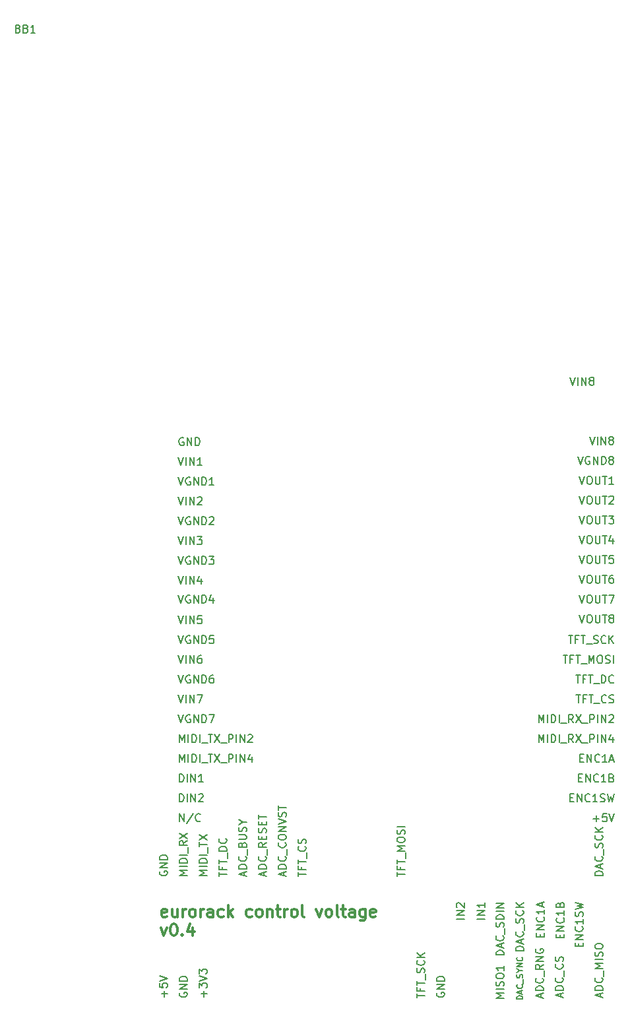
<source format=gbr>
%TF.GenerationSoftware,KiCad,Pcbnew,7.0.10*%
%TF.CreationDate,2024-05-23T22:52:30+02:00*%
%TF.ProjectId,teensy-eurorack,7465656e-7379-42d6-9575-726f7261636b,rev?*%
%TF.SameCoordinates,Original*%
%TF.FileFunction,Legend,Top*%
%TF.FilePolarity,Positive*%
%FSLAX46Y46*%
G04 Gerber Fmt 4.6, Leading zero omitted, Abs format (unit mm)*
G04 Created by KiCad (PCBNEW 7.0.10) date 2024-05-23 22:52:30*
%MOMM*%
%LPD*%
G01*
G04 APERTURE LIST*
%ADD10C,0.127000*%
%ADD11C,0.150000*%
%ADD12C,0.300000*%
%ADD13R,1.700000X1.700000*%
%ADD14C,1.700000*%
%ADD15C,1.600000*%
%ADD16R,1.600000X1.600000*%
%ADD17C,1.524000*%
%ADD18O,1.700000X1.700000*%
G04 APERTURE END LIST*
D10*
X156555911Y-136397999D02*
X155793911Y-136397999D01*
X155793911Y-136397999D02*
X155793911Y-136216570D01*
X155793911Y-136216570D02*
X155830197Y-136107713D01*
X155830197Y-136107713D02*
X155902768Y-136035142D01*
X155902768Y-136035142D02*
X155975340Y-135998856D01*
X155975340Y-135998856D02*
X156120483Y-135962570D01*
X156120483Y-135962570D02*
X156229340Y-135962570D01*
X156229340Y-135962570D02*
X156374483Y-135998856D01*
X156374483Y-135998856D02*
X156447054Y-136035142D01*
X156447054Y-136035142D02*
X156519626Y-136107713D01*
X156519626Y-136107713D02*
X156555911Y-136216570D01*
X156555911Y-136216570D02*
X156555911Y-136397999D01*
X156338197Y-135672285D02*
X156338197Y-135309428D01*
X156555911Y-135744856D02*
X155793911Y-135490856D01*
X155793911Y-135490856D02*
X156555911Y-135236856D01*
X156483340Y-134547427D02*
X156519626Y-134583713D01*
X156519626Y-134583713D02*
X156555911Y-134692570D01*
X156555911Y-134692570D02*
X156555911Y-134765142D01*
X156555911Y-134765142D02*
X156519626Y-134873999D01*
X156519626Y-134873999D02*
X156447054Y-134946570D01*
X156447054Y-134946570D02*
X156374483Y-134982856D01*
X156374483Y-134982856D02*
X156229340Y-135019142D01*
X156229340Y-135019142D02*
X156120483Y-135019142D01*
X156120483Y-135019142D02*
X155975340Y-134982856D01*
X155975340Y-134982856D02*
X155902768Y-134946570D01*
X155902768Y-134946570D02*
X155830197Y-134873999D01*
X155830197Y-134873999D02*
X155793911Y-134765142D01*
X155793911Y-134765142D02*
X155793911Y-134692570D01*
X155793911Y-134692570D02*
X155830197Y-134583713D01*
X155830197Y-134583713D02*
X155866483Y-134547427D01*
X156628483Y-134402285D02*
X156628483Y-133821713D01*
X156519626Y-133676571D02*
X156555911Y-133567714D01*
X156555911Y-133567714D02*
X156555911Y-133386285D01*
X156555911Y-133386285D02*
X156519626Y-133313714D01*
X156519626Y-133313714D02*
X156483340Y-133277428D01*
X156483340Y-133277428D02*
X156410768Y-133241142D01*
X156410768Y-133241142D02*
X156338197Y-133241142D01*
X156338197Y-133241142D02*
X156265626Y-133277428D01*
X156265626Y-133277428D02*
X156229340Y-133313714D01*
X156229340Y-133313714D02*
X156193054Y-133386285D01*
X156193054Y-133386285D02*
X156156768Y-133531428D01*
X156156768Y-133531428D02*
X156120483Y-133603999D01*
X156120483Y-133603999D02*
X156084197Y-133640285D01*
X156084197Y-133640285D02*
X156011626Y-133676571D01*
X156011626Y-133676571D02*
X155939054Y-133676571D01*
X155939054Y-133676571D02*
X155866483Y-133640285D01*
X155866483Y-133640285D02*
X155830197Y-133603999D01*
X155830197Y-133603999D02*
X155793911Y-133531428D01*
X155793911Y-133531428D02*
X155793911Y-133349999D01*
X155793911Y-133349999D02*
X155830197Y-133241142D01*
X156193054Y-132769428D02*
X156555911Y-132769428D01*
X155793911Y-133023428D02*
X156193054Y-132769428D01*
X156193054Y-132769428D02*
X155793911Y-132515428D01*
X156555911Y-132261428D02*
X155793911Y-132261428D01*
X155793911Y-132261428D02*
X156555911Y-131825999D01*
X156555911Y-131825999D02*
X155793911Y-131825999D01*
X156483340Y-131027713D02*
X156519626Y-131063999D01*
X156519626Y-131063999D02*
X156555911Y-131172856D01*
X156555911Y-131172856D02*
X156555911Y-131245428D01*
X156555911Y-131245428D02*
X156519626Y-131354285D01*
X156519626Y-131354285D02*
X156447054Y-131426856D01*
X156447054Y-131426856D02*
X156374483Y-131463142D01*
X156374483Y-131463142D02*
X156229340Y-131499428D01*
X156229340Y-131499428D02*
X156120483Y-131499428D01*
X156120483Y-131499428D02*
X155975340Y-131463142D01*
X155975340Y-131463142D02*
X155902768Y-131426856D01*
X155902768Y-131426856D02*
X155830197Y-131354285D01*
X155830197Y-131354285D02*
X155793911Y-131245428D01*
X155793911Y-131245428D02*
X155793911Y-131172856D01*
X155793911Y-131172856D02*
X155830197Y-131063999D01*
X155830197Y-131063999D02*
X155866483Y-131027713D01*
D11*
X165155888Y-64224819D02*
X165489221Y-65224819D01*
X165489221Y-65224819D02*
X165822554Y-64224819D01*
X166155888Y-65224819D02*
X166155888Y-64224819D01*
X166632078Y-65224819D02*
X166632078Y-64224819D01*
X166632078Y-64224819D02*
X167203506Y-65224819D01*
X167203506Y-65224819D02*
X167203506Y-64224819D01*
X167822554Y-64653390D02*
X167727316Y-64605771D01*
X167727316Y-64605771D02*
X167679697Y-64558152D01*
X167679697Y-64558152D02*
X167632078Y-64462914D01*
X167632078Y-64462914D02*
X167632078Y-64415295D01*
X167632078Y-64415295D02*
X167679697Y-64320057D01*
X167679697Y-64320057D02*
X167727316Y-64272438D01*
X167727316Y-64272438D02*
X167822554Y-64224819D01*
X167822554Y-64224819D02*
X168013030Y-64224819D01*
X168013030Y-64224819D02*
X168108268Y-64272438D01*
X168108268Y-64272438D02*
X168155887Y-64320057D01*
X168155887Y-64320057D02*
X168203506Y-64415295D01*
X168203506Y-64415295D02*
X168203506Y-64462914D01*
X168203506Y-64462914D02*
X168155887Y-64558152D01*
X168155887Y-64558152D02*
X168108268Y-64605771D01*
X168108268Y-64605771D02*
X168013030Y-64653390D01*
X168013030Y-64653390D02*
X167822554Y-64653390D01*
X167822554Y-64653390D02*
X167727316Y-64701009D01*
X167727316Y-64701009D02*
X167679697Y-64748628D01*
X167679697Y-64748628D02*
X167632078Y-64843866D01*
X167632078Y-64843866D02*
X167632078Y-65034342D01*
X167632078Y-65034342D02*
X167679697Y-65129580D01*
X167679697Y-65129580D02*
X167727316Y-65177200D01*
X167727316Y-65177200D02*
X167822554Y-65224819D01*
X167822554Y-65224819D02*
X168013030Y-65224819D01*
X168013030Y-65224819D02*
X168108268Y-65177200D01*
X168108268Y-65177200D02*
X168155887Y-65129580D01*
X168155887Y-65129580D02*
X168203506Y-65034342D01*
X168203506Y-65034342D02*
X168203506Y-64843866D01*
X168203506Y-64843866D02*
X168155887Y-64748628D01*
X168155887Y-64748628D02*
X168108268Y-64701009D01*
X168108268Y-64701009D02*
X168013030Y-64653390D01*
X123359104Y-120570238D02*
X123359104Y-120094048D01*
X123644819Y-120665476D02*
X122644819Y-120332143D01*
X122644819Y-120332143D02*
X123644819Y-119998810D01*
X123644819Y-119665476D02*
X122644819Y-119665476D01*
X122644819Y-119665476D02*
X122644819Y-119427381D01*
X122644819Y-119427381D02*
X122692438Y-119284524D01*
X122692438Y-119284524D02*
X122787676Y-119189286D01*
X122787676Y-119189286D02*
X122882914Y-119141667D01*
X122882914Y-119141667D02*
X123073390Y-119094048D01*
X123073390Y-119094048D02*
X123216247Y-119094048D01*
X123216247Y-119094048D02*
X123406723Y-119141667D01*
X123406723Y-119141667D02*
X123501961Y-119189286D01*
X123501961Y-119189286D02*
X123597200Y-119284524D01*
X123597200Y-119284524D02*
X123644819Y-119427381D01*
X123644819Y-119427381D02*
X123644819Y-119665476D01*
X123549580Y-118094048D02*
X123597200Y-118141667D01*
X123597200Y-118141667D02*
X123644819Y-118284524D01*
X123644819Y-118284524D02*
X123644819Y-118379762D01*
X123644819Y-118379762D02*
X123597200Y-118522619D01*
X123597200Y-118522619D02*
X123501961Y-118617857D01*
X123501961Y-118617857D02*
X123406723Y-118665476D01*
X123406723Y-118665476D02*
X123216247Y-118713095D01*
X123216247Y-118713095D02*
X123073390Y-118713095D01*
X123073390Y-118713095D02*
X122882914Y-118665476D01*
X122882914Y-118665476D02*
X122787676Y-118617857D01*
X122787676Y-118617857D02*
X122692438Y-118522619D01*
X122692438Y-118522619D02*
X122644819Y-118379762D01*
X122644819Y-118379762D02*
X122644819Y-118284524D01*
X122644819Y-118284524D02*
X122692438Y-118141667D01*
X122692438Y-118141667D02*
X122740057Y-118094048D01*
X123740057Y-117903572D02*
X123740057Y-117141667D01*
X123644819Y-116332143D02*
X123168628Y-116665476D01*
X123644819Y-116903571D02*
X122644819Y-116903571D01*
X122644819Y-116903571D02*
X122644819Y-116522619D01*
X122644819Y-116522619D02*
X122692438Y-116427381D01*
X122692438Y-116427381D02*
X122740057Y-116379762D01*
X122740057Y-116379762D02*
X122835295Y-116332143D01*
X122835295Y-116332143D02*
X122978152Y-116332143D01*
X122978152Y-116332143D02*
X123073390Y-116379762D01*
X123073390Y-116379762D02*
X123121009Y-116427381D01*
X123121009Y-116427381D02*
X123168628Y-116522619D01*
X123168628Y-116522619D02*
X123168628Y-116903571D01*
X123121009Y-115903571D02*
X123121009Y-115570238D01*
X123644819Y-115427381D02*
X123644819Y-115903571D01*
X123644819Y-115903571D02*
X122644819Y-115903571D01*
X122644819Y-115903571D02*
X122644819Y-115427381D01*
X123597200Y-115046428D02*
X123644819Y-114903571D01*
X123644819Y-114903571D02*
X123644819Y-114665476D01*
X123644819Y-114665476D02*
X123597200Y-114570238D01*
X123597200Y-114570238D02*
X123549580Y-114522619D01*
X123549580Y-114522619D02*
X123454342Y-114475000D01*
X123454342Y-114475000D02*
X123359104Y-114475000D01*
X123359104Y-114475000D02*
X123263866Y-114522619D01*
X123263866Y-114522619D02*
X123216247Y-114570238D01*
X123216247Y-114570238D02*
X123168628Y-114665476D01*
X123168628Y-114665476D02*
X123121009Y-114855952D01*
X123121009Y-114855952D02*
X123073390Y-114951190D01*
X123073390Y-114951190D02*
X123025771Y-114998809D01*
X123025771Y-114998809D02*
X122930533Y-115046428D01*
X122930533Y-115046428D02*
X122835295Y-115046428D01*
X122835295Y-115046428D02*
X122740057Y-114998809D01*
X122740057Y-114998809D02*
X122692438Y-114951190D01*
X122692438Y-114951190D02*
X122644819Y-114855952D01*
X122644819Y-114855952D02*
X122644819Y-114617857D01*
X122644819Y-114617857D02*
X122692438Y-114475000D01*
X123121009Y-114046428D02*
X123121009Y-113713095D01*
X123644819Y-113570238D02*
X123644819Y-114046428D01*
X123644819Y-114046428D02*
X122644819Y-114046428D01*
X122644819Y-114046428D02*
X122644819Y-113570238D01*
X122644819Y-113284523D02*
X122644819Y-112713095D01*
X123644819Y-112998809D02*
X122644819Y-112998809D01*
X158808009Y-128380714D02*
X158808009Y-128047381D01*
X159331819Y-127904524D02*
X159331819Y-128380714D01*
X159331819Y-128380714D02*
X158331819Y-128380714D01*
X158331819Y-128380714D02*
X158331819Y-127904524D01*
X159331819Y-127475952D02*
X158331819Y-127475952D01*
X158331819Y-127475952D02*
X159331819Y-126904524D01*
X159331819Y-126904524D02*
X158331819Y-126904524D01*
X159236580Y-125856905D02*
X159284200Y-125904524D01*
X159284200Y-125904524D02*
X159331819Y-126047381D01*
X159331819Y-126047381D02*
X159331819Y-126142619D01*
X159331819Y-126142619D02*
X159284200Y-126285476D01*
X159284200Y-126285476D02*
X159188961Y-126380714D01*
X159188961Y-126380714D02*
X159093723Y-126428333D01*
X159093723Y-126428333D02*
X158903247Y-126475952D01*
X158903247Y-126475952D02*
X158760390Y-126475952D01*
X158760390Y-126475952D02*
X158569914Y-126428333D01*
X158569914Y-126428333D02*
X158474676Y-126380714D01*
X158474676Y-126380714D02*
X158379438Y-126285476D01*
X158379438Y-126285476D02*
X158331819Y-126142619D01*
X158331819Y-126142619D02*
X158331819Y-126047381D01*
X158331819Y-126047381D02*
X158379438Y-125904524D01*
X158379438Y-125904524D02*
X158427057Y-125856905D01*
X159331819Y-124904524D02*
X159331819Y-125475952D01*
X159331819Y-125190238D02*
X158331819Y-125190238D01*
X158331819Y-125190238D02*
X158474676Y-125285476D01*
X158474676Y-125285476D02*
X158569914Y-125380714D01*
X158569914Y-125380714D02*
X158617533Y-125475952D01*
X159046104Y-124523571D02*
X159046104Y-124047381D01*
X159331819Y-124618809D02*
X158331819Y-124285476D01*
X158331819Y-124285476D02*
X159331819Y-123952143D01*
X161348009Y-128523571D02*
X161348009Y-128190238D01*
X161871819Y-128047381D02*
X161871819Y-128523571D01*
X161871819Y-128523571D02*
X160871819Y-128523571D01*
X160871819Y-128523571D02*
X160871819Y-128047381D01*
X161871819Y-127618809D02*
X160871819Y-127618809D01*
X160871819Y-127618809D02*
X161871819Y-127047381D01*
X161871819Y-127047381D02*
X160871819Y-127047381D01*
X161776580Y-125999762D02*
X161824200Y-126047381D01*
X161824200Y-126047381D02*
X161871819Y-126190238D01*
X161871819Y-126190238D02*
X161871819Y-126285476D01*
X161871819Y-126285476D02*
X161824200Y-126428333D01*
X161824200Y-126428333D02*
X161728961Y-126523571D01*
X161728961Y-126523571D02*
X161633723Y-126571190D01*
X161633723Y-126571190D02*
X161443247Y-126618809D01*
X161443247Y-126618809D02*
X161300390Y-126618809D01*
X161300390Y-126618809D02*
X161109914Y-126571190D01*
X161109914Y-126571190D02*
X161014676Y-126523571D01*
X161014676Y-126523571D02*
X160919438Y-126428333D01*
X160919438Y-126428333D02*
X160871819Y-126285476D01*
X160871819Y-126285476D02*
X160871819Y-126190238D01*
X160871819Y-126190238D02*
X160919438Y-126047381D01*
X160919438Y-126047381D02*
X160967057Y-125999762D01*
X161871819Y-125047381D02*
X161871819Y-125618809D01*
X161871819Y-125333095D02*
X160871819Y-125333095D01*
X160871819Y-125333095D02*
X161014676Y-125428333D01*
X161014676Y-125428333D02*
X161109914Y-125523571D01*
X161109914Y-125523571D02*
X161157533Y-125618809D01*
X161348009Y-124285476D02*
X161395628Y-124142619D01*
X161395628Y-124142619D02*
X161443247Y-124095000D01*
X161443247Y-124095000D02*
X161538485Y-124047381D01*
X161538485Y-124047381D02*
X161681342Y-124047381D01*
X161681342Y-124047381D02*
X161776580Y-124095000D01*
X161776580Y-124095000D02*
X161824200Y-124142619D01*
X161824200Y-124142619D02*
X161871819Y-124237857D01*
X161871819Y-124237857D02*
X161871819Y-124618809D01*
X161871819Y-124618809D02*
X160871819Y-124618809D01*
X160871819Y-124618809D02*
X160871819Y-124285476D01*
X160871819Y-124285476D02*
X160919438Y-124190238D01*
X160919438Y-124190238D02*
X160967057Y-124142619D01*
X160967057Y-124142619D02*
X161062295Y-124095000D01*
X161062295Y-124095000D02*
X161157533Y-124095000D01*
X161157533Y-124095000D02*
X161252771Y-124142619D01*
X161252771Y-124142619D02*
X161300390Y-124190238D01*
X161300390Y-124190238D02*
X161348009Y-124285476D01*
X161348009Y-124285476D02*
X161348009Y-124618809D01*
X163761009Y-129618809D02*
X163761009Y-129285476D01*
X164284819Y-129142619D02*
X164284819Y-129618809D01*
X164284819Y-129618809D02*
X163284819Y-129618809D01*
X163284819Y-129618809D02*
X163284819Y-129142619D01*
X164284819Y-128714047D02*
X163284819Y-128714047D01*
X163284819Y-128714047D02*
X164284819Y-128142619D01*
X164284819Y-128142619D02*
X163284819Y-128142619D01*
X164189580Y-127095000D02*
X164237200Y-127142619D01*
X164237200Y-127142619D02*
X164284819Y-127285476D01*
X164284819Y-127285476D02*
X164284819Y-127380714D01*
X164284819Y-127380714D02*
X164237200Y-127523571D01*
X164237200Y-127523571D02*
X164141961Y-127618809D01*
X164141961Y-127618809D02*
X164046723Y-127666428D01*
X164046723Y-127666428D02*
X163856247Y-127714047D01*
X163856247Y-127714047D02*
X163713390Y-127714047D01*
X163713390Y-127714047D02*
X163522914Y-127666428D01*
X163522914Y-127666428D02*
X163427676Y-127618809D01*
X163427676Y-127618809D02*
X163332438Y-127523571D01*
X163332438Y-127523571D02*
X163284819Y-127380714D01*
X163284819Y-127380714D02*
X163284819Y-127285476D01*
X163284819Y-127285476D02*
X163332438Y-127142619D01*
X163332438Y-127142619D02*
X163380057Y-127095000D01*
X164284819Y-126142619D02*
X164284819Y-126714047D01*
X164284819Y-126428333D02*
X163284819Y-126428333D01*
X163284819Y-126428333D02*
X163427676Y-126523571D01*
X163427676Y-126523571D02*
X163522914Y-126618809D01*
X163522914Y-126618809D02*
X163570533Y-126714047D01*
X164237200Y-125761666D02*
X164284819Y-125618809D01*
X164284819Y-125618809D02*
X164284819Y-125380714D01*
X164284819Y-125380714D02*
X164237200Y-125285476D01*
X164237200Y-125285476D02*
X164189580Y-125237857D01*
X164189580Y-125237857D02*
X164094342Y-125190238D01*
X164094342Y-125190238D02*
X163999104Y-125190238D01*
X163999104Y-125190238D02*
X163903866Y-125237857D01*
X163903866Y-125237857D02*
X163856247Y-125285476D01*
X163856247Y-125285476D02*
X163808628Y-125380714D01*
X163808628Y-125380714D02*
X163761009Y-125571190D01*
X163761009Y-125571190D02*
X163713390Y-125666428D01*
X163713390Y-125666428D02*
X163665771Y-125714047D01*
X163665771Y-125714047D02*
X163570533Y-125761666D01*
X163570533Y-125761666D02*
X163475295Y-125761666D01*
X163475295Y-125761666D02*
X163380057Y-125714047D01*
X163380057Y-125714047D02*
X163332438Y-125666428D01*
X163332438Y-125666428D02*
X163284819Y-125571190D01*
X163284819Y-125571190D02*
X163284819Y-125333095D01*
X163284819Y-125333095D02*
X163332438Y-125190238D01*
X163284819Y-124856904D02*
X164284819Y-124618809D01*
X164284819Y-124618809D02*
X163570533Y-124428333D01*
X163570533Y-124428333D02*
X164284819Y-124237857D01*
X164284819Y-124237857D02*
X163284819Y-123999762D01*
X166539104Y-136143570D02*
X166539104Y-135667380D01*
X166824819Y-136238808D02*
X165824819Y-135905475D01*
X165824819Y-135905475D02*
X166824819Y-135572142D01*
X166824819Y-135238808D02*
X165824819Y-135238808D01*
X165824819Y-135238808D02*
X165824819Y-135000713D01*
X165824819Y-135000713D02*
X165872438Y-134857856D01*
X165872438Y-134857856D02*
X165967676Y-134762618D01*
X165967676Y-134762618D02*
X166062914Y-134714999D01*
X166062914Y-134714999D02*
X166253390Y-134667380D01*
X166253390Y-134667380D02*
X166396247Y-134667380D01*
X166396247Y-134667380D02*
X166586723Y-134714999D01*
X166586723Y-134714999D02*
X166681961Y-134762618D01*
X166681961Y-134762618D02*
X166777200Y-134857856D01*
X166777200Y-134857856D02*
X166824819Y-135000713D01*
X166824819Y-135000713D02*
X166824819Y-135238808D01*
X166729580Y-133667380D02*
X166777200Y-133714999D01*
X166777200Y-133714999D02*
X166824819Y-133857856D01*
X166824819Y-133857856D02*
X166824819Y-133953094D01*
X166824819Y-133953094D02*
X166777200Y-134095951D01*
X166777200Y-134095951D02*
X166681961Y-134191189D01*
X166681961Y-134191189D02*
X166586723Y-134238808D01*
X166586723Y-134238808D02*
X166396247Y-134286427D01*
X166396247Y-134286427D02*
X166253390Y-134286427D01*
X166253390Y-134286427D02*
X166062914Y-134238808D01*
X166062914Y-134238808D02*
X165967676Y-134191189D01*
X165967676Y-134191189D02*
X165872438Y-134095951D01*
X165872438Y-134095951D02*
X165824819Y-133953094D01*
X165824819Y-133953094D02*
X165824819Y-133857856D01*
X165824819Y-133857856D02*
X165872438Y-133714999D01*
X165872438Y-133714999D02*
X165920057Y-133667380D01*
X166920057Y-133476904D02*
X166920057Y-132714999D01*
X166824819Y-132476903D02*
X165824819Y-132476903D01*
X165824819Y-132476903D02*
X166539104Y-132143570D01*
X166539104Y-132143570D02*
X165824819Y-131810237D01*
X165824819Y-131810237D02*
X166824819Y-131810237D01*
X166824819Y-131334046D02*
X165824819Y-131334046D01*
X166777200Y-130905475D02*
X166824819Y-130762618D01*
X166824819Y-130762618D02*
X166824819Y-130524523D01*
X166824819Y-130524523D02*
X166777200Y-130429285D01*
X166777200Y-130429285D02*
X166729580Y-130381666D01*
X166729580Y-130381666D02*
X166634342Y-130334047D01*
X166634342Y-130334047D02*
X166539104Y-130334047D01*
X166539104Y-130334047D02*
X166443866Y-130381666D01*
X166443866Y-130381666D02*
X166396247Y-130429285D01*
X166396247Y-130429285D02*
X166348628Y-130524523D01*
X166348628Y-130524523D02*
X166301009Y-130714999D01*
X166301009Y-130714999D02*
X166253390Y-130810237D01*
X166253390Y-130810237D02*
X166205771Y-130857856D01*
X166205771Y-130857856D02*
X166110533Y-130905475D01*
X166110533Y-130905475D02*
X166015295Y-130905475D01*
X166015295Y-130905475D02*
X165920057Y-130857856D01*
X165920057Y-130857856D02*
X165872438Y-130810237D01*
X165872438Y-130810237D02*
X165824819Y-130714999D01*
X165824819Y-130714999D02*
X165824819Y-130476904D01*
X165824819Y-130476904D02*
X165872438Y-130334047D01*
X165824819Y-129714999D02*
X165824819Y-129524523D01*
X165824819Y-129524523D02*
X165872438Y-129429285D01*
X165872438Y-129429285D02*
X165967676Y-129334047D01*
X165967676Y-129334047D02*
X166158152Y-129286428D01*
X166158152Y-129286428D02*
X166491485Y-129286428D01*
X166491485Y-129286428D02*
X166681961Y-129334047D01*
X166681961Y-129334047D02*
X166777200Y-129429285D01*
X166777200Y-129429285D02*
X166824819Y-129524523D01*
X166824819Y-129524523D02*
X166824819Y-129714999D01*
X166824819Y-129714999D02*
X166777200Y-129810237D01*
X166777200Y-129810237D02*
X166681961Y-129905475D01*
X166681961Y-129905475D02*
X166491485Y-129953094D01*
X166491485Y-129953094D02*
X166158152Y-129953094D01*
X166158152Y-129953094D02*
X165967676Y-129905475D01*
X165967676Y-129905475D02*
X165872438Y-129810237D01*
X165872438Y-129810237D02*
X165824819Y-129714999D01*
X161459104Y-136143570D02*
X161459104Y-135667380D01*
X161744819Y-136238808D02*
X160744819Y-135905475D01*
X160744819Y-135905475D02*
X161744819Y-135572142D01*
X161744819Y-135238808D02*
X160744819Y-135238808D01*
X160744819Y-135238808D02*
X160744819Y-135000713D01*
X160744819Y-135000713D02*
X160792438Y-134857856D01*
X160792438Y-134857856D02*
X160887676Y-134762618D01*
X160887676Y-134762618D02*
X160982914Y-134714999D01*
X160982914Y-134714999D02*
X161173390Y-134667380D01*
X161173390Y-134667380D02*
X161316247Y-134667380D01*
X161316247Y-134667380D02*
X161506723Y-134714999D01*
X161506723Y-134714999D02*
X161601961Y-134762618D01*
X161601961Y-134762618D02*
X161697200Y-134857856D01*
X161697200Y-134857856D02*
X161744819Y-135000713D01*
X161744819Y-135000713D02*
X161744819Y-135238808D01*
X161649580Y-133667380D02*
X161697200Y-133714999D01*
X161697200Y-133714999D02*
X161744819Y-133857856D01*
X161744819Y-133857856D02*
X161744819Y-133953094D01*
X161744819Y-133953094D02*
X161697200Y-134095951D01*
X161697200Y-134095951D02*
X161601961Y-134191189D01*
X161601961Y-134191189D02*
X161506723Y-134238808D01*
X161506723Y-134238808D02*
X161316247Y-134286427D01*
X161316247Y-134286427D02*
X161173390Y-134286427D01*
X161173390Y-134286427D02*
X160982914Y-134238808D01*
X160982914Y-134238808D02*
X160887676Y-134191189D01*
X160887676Y-134191189D02*
X160792438Y-134095951D01*
X160792438Y-134095951D02*
X160744819Y-133953094D01*
X160744819Y-133953094D02*
X160744819Y-133857856D01*
X160744819Y-133857856D02*
X160792438Y-133714999D01*
X160792438Y-133714999D02*
X160840057Y-133667380D01*
X161840057Y-133476904D02*
X161840057Y-132714999D01*
X161649580Y-131905475D02*
X161697200Y-131953094D01*
X161697200Y-131953094D02*
X161744819Y-132095951D01*
X161744819Y-132095951D02*
X161744819Y-132191189D01*
X161744819Y-132191189D02*
X161697200Y-132334046D01*
X161697200Y-132334046D02*
X161601961Y-132429284D01*
X161601961Y-132429284D02*
X161506723Y-132476903D01*
X161506723Y-132476903D02*
X161316247Y-132524522D01*
X161316247Y-132524522D02*
X161173390Y-132524522D01*
X161173390Y-132524522D02*
X160982914Y-132476903D01*
X160982914Y-132476903D02*
X160887676Y-132429284D01*
X160887676Y-132429284D02*
X160792438Y-132334046D01*
X160792438Y-132334046D02*
X160744819Y-132191189D01*
X160744819Y-132191189D02*
X160744819Y-132095951D01*
X160744819Y-132095951D02*
X160792438Y-131953094D01*
X160792438Y-131953094D02*
X160840057Y-131905475D01*
X161697200Y-131524522D02*
X161744819Y-131381665D01*
X161744819Y-131381665D02*
X161744819Y-131143570D01*
X161744819Y-131143570D02*
X161697200Y-131048332D01*
X161697200Y-131048332D02*
X161649580Y-131000713D01*
X161649580Y-131000713D02*
X161554342Y-130953094D01*
X161554342Y-130953094D02*
X161459104Y-130953094D01*
X161459104Y-130953094D02*
X161363866Y-131000713D01*
X161363866Y-131000713D02*
X161316247Y-131048332D01*
X161316247Y-131048332D02*
X161268628Y-131143570D01*
X161268628Y-131143570D02*
X161221009Y-131334046D01*
X161221009Y-131334046D02*
X161173390Y-131429284D01*
X161173390Y-131429284D02*
X161125771Y-131476903D01*
X161125771Y-131476903D02*
X161030533Y-131524522D01*
X161030533Y-131524522D02*
X160935295Y-131524522D01*
X160935295Y-131524522D02*
X160840057Y-131476903D01*
X160840057Y-131476903D02*
X160792438Y-131429284D01*
X160792438Y-131429284D02*
X160744819Y-131334046D01*
X160744819Y-131334046D02*
X160744819Y-131095951D01*
X160744819Y-131095951D02*
X160792438Y-130953094D01*
X158919104Y-136191189D02*
X158919104Y-135714999D01*
X159204819Y-136286427D02*
X158204819Y-135953094D01*
X158204819Y-135953094D02*
X159204819Y-135619761D01*
X159204819Y-135286427D02*
X158204819Y-135286427D01*
X158204819Y-135286427D02*
X158204819Y-135048332D01*
X158204819Y-135048332D02*
X158252438Y-134905475D01*
X158252438Y-134905475D02*
X158347676Y-134810237D01*
X158347676Y-134810237D02*
X158442914Y-134762618D01*
X158442914Y-134762618D02*
X158633390Y-134714999D01*
X158633390Y-134714999D02*
X158776247Y-134714999D01*
X158776247Y-134714999D02*
X158966723Y-134762618D01*
X158966723Y-134762618D02*
X159061961Y-134810237D01*
X159061961Y-134810237D02*
X159157200Y-134905475D01*
X159157200Y-134905475D02*
X159204819Y-135048332D01*
X159204819Y-135048332D02*
X159204819Y-135286427D01*
X159109580Y-133714999D02*
X159157200Y-133762618D01*
X159157200Y-133762618D02*
X159204819Y-133905475D01*
X159204819Y-133905475D02*
X159204819Y-134000713D01*
X159204819Y-134000713D02*
X159157200Y-134143570D01*
X159157200Y-134143570D02*
X159061961Y-134238808D01*
X159061961Y-134238808D02*
X158966723Y-134286427D01*
X158966723Y-134286427D02*
X158776247Y-134334046D01*
X158776247Y-134334046D02*
X158633390Y-134334046D01*
X158633390Y-134334046D02*
X158442914Y-134286427D01*
X158442914Y-134286427D02*
X158347676Y-134238808D01*
X158347676Y-134238808D02*
X158252438Y-134143570D01*
X158252438Y-134143570D02*
X158204819Y-134000713D01*
X158204819Y-134000713D02*
X158204819Y-133905475D01*
X158204819Y-133905475D02*
X158252438Y-133762618D01*
X158252438Y-133762618D02*
X158300057Y-133714999D01*
X159300057Y-133524523D02*
X159300057Y-132762618D01*
X159204819Y-131953094D02*
X158728628Y-132286427D01*
X159204819Y-132524522D02*
X158204819Y-132524522D01*
X158204819Y-132524522D02*
X158204819Y-132143570D01*
X158204819Y-132143570D02*
X158252438Y-132048332D01*
X158252438Y-132048332D02*
X158300057Y-132000713D01*
X158300057Y-132000713D02*
X158395295Y-131953094D01*
X158395295Y-131953094D02*
X158538152Y-131953094D01*
X158538152Y-131953094D02*
X158633390Y-132000713D01*
X158633390Y-132000713D02*
X158681009Y-132048332D01*
X158681009Y-132048332D02*
X158728628Y-132143570D01*
X158728628Y-132143570D02*
X158728628Y-132524522D01*
X159204819Y-131524522D02*
X158204819Y-131524522D01*
X158204819Y-131524522D02*
X159204819Y-130953094D01*
X159204819Y-130953094D02*
X158204819Y-130953094D01*
X158252438Y-129953094D02*
X158204819Y-130048332D01*
X158204819Y-130048332D02*
X158204819Y-130191189D01*
X158204819Y-130191189D02*
X158252438Y-130334046D01*
X158252438Y-130334046D02*
X158347676Y-130429284D01*
X158347676Y-130429284D02*
X158442914Y-130476903D01*
X158442914Y-130476903D02*
X158633390Y-130524522D01*
X158633390Y-130524522D02*
X158776247Y-130524522D01*
X158776247Y-130524522D02*
X158966723Y-130476903D01*
X158966723Y-130476903D02*
X159061961Y-130429284D01*
X159061961Y-130429284D02*
X159157200Y-130334046D01*
X159157200Y-130334046D02*
X159204819Y-130191189D01*
X159204819Y-130191189D02*
X159204819Y-130095951D01*
X159204819Y-130095951D02*
X159157200Y-129953094D01*
X159157200Y-129953094D02*
X159109580Y-129905475D01*
X159109580Y-129905475D02*
X158776247Y-129905475D01*
X158776247Y-129905475D02*
X158776247Y-130095951D01*
X115643866Y-136095951D02*
X115643866Y-135334047D01*
X116024819Y-135714999D02*
X115262914Y-135714999D01*
X115024819Y-134953094D02*
X115024819Y-134334047D01*
X115024819Y-134334047D02*
X115405771Y-134667380D01*
X115405771Y-134667380D02*
X115405771Y-134524523D01*
X115405771Y-134524523D02*
X115453390Y-134429285D01*
X115453390Y-134429285D02*
X115501009Y-134381666D01*
X115501009Y-134381666D02*
X115596247Y-134334047D01*
X115596247Y-134334047D02*
X115834342Y-134334047D01*
X115834342Y-134334047D02*
X115929580Y-134381666D01*
X115929580Y-134381666D02*
X115977200Y-134429285D01*
X115977200Y-134429285D02*
X116024819Y-134524523D01*
X116024819Y-134524523D02*
X116024819Y-134810237D01*
X116024819Y-134810237D02*
X115977200Y-134905475D01*
X115977200Y-134905475D02*
X115929580Y-134953094D01*
X115024819Y-134048332D02*
X116024819Y-133714999D01*
X116024819Y-133714999D02*
X115024819Y-133381666D01*
X115024819Y-133143570D02*
X115024819Y-132524523D01*
X115024819Y-132524523D02*
X115405771Y-132857856D01*
X115405771Y-132857856D02*
X115405771Y-132714999D01*
X115405771Y-132714999D02*
X115453390Y-132619761D01*
X115453390Y-132619761D02*
X115501009Y-132572142D01*
X115501009Y-132572142D02*
X115596247Y-132524523D01*
X115596247Y-132524523D02*
X115834342Y-132524523D01*
X115834342Y-132524523D02*
X115929580Y-132572142D01*
X115929580Y-132572142D02*
X115977200Y-132619761D01*
X115977200Y-132619761D02*
X116024819Y-132714999D01*
X116024819Y-132714999D02*
X116024819Y-133000713D01*
X116024819Y-133000713D02*
X115977200Y-133095951D01*
X115977200Y-133095951D02*
X115929580Y-133143570D01*
X112532438Y-135572142D02*
X112484819Y-135667380D01*
X112484819Y-135667380D02*
X112484819Y-135810237D01*
X112484819Y-135810237D02*
X112532438Y-135953094D01*
X112532438Y-135953094D02*
X112627676Y-136048332D01*
X112627676Y-136048332D02*
X112722914Y-136095951D01*
X112722914Y-136095951D02*
X112913390Y-136143570D01*
X112913390Y-136143570D02*
X113056247Y-136143570D01*
X113056247Y-136143570D02*
X113246723Y-136095951D01*
X113246723Y-136095951D02*
X113341961Y-136048332D01*
X113341961Y-136048332D02*
X113437200Y-135953094D01*
X113437200Y-135953094D02*
X113484819Y-135810237D01*
X113484819Y-135810237D02*
X113484819Y-135714999D01*
X113484819Y-135714999D02*
X113437200Y-135572142D01*
X113437200Y-135572142D02*
X113389580Y-135524523D01*
X113389580Y-135524523D02*
X113056247Y-135524523D01*
X113056247Y-135524523D02*
X113056247Y-135714999D01*
X113484819Y-135095951D02*
X112484819Y-135095951D01*
X112484819Y-135095951D02*
X113484819Y-134524523D01*
X113484819Y-134524523D02*
X112484819Y-134524523D01*
X113484819Y-134048332D02*
X112484819Y-134048332D01*
X112484819Y-134048332D02*
X112484819Y-133810237D01*
X112484819Y-133810237D02*
X112532438Y-133667380D01*
X112532438Y-133667380D02*
X112627676Y-133572142D01*
X112627676Y-133572142D02*
X112722914Y-133524523D01*
X112722914Y-133524523D02*
X112913390Y-133476904D01*
X112913390Y-133476904D02*
X113056247Y-133476904D01*
X113056247Y-133476904D02*
X113246723Y-133524523D01*
X113246723Y-133524523D02*
X113341961Y-133572142D01*
X113341961Y-133572142D02*
X113437200Y-133667380D01*
X113437200Y-133667380D02*
X113484819Y-133810237D01*
X113484819Y-133810237D02*
X113484819Y-134048332D01*
X110563866Y-136095951D02*
X110563866Y-135334047D01*
X110944819Y-135714999D02*
X110182914Y-135714999D01*
X109944819Y-134381666D02*
X109944819Y-134857856D01*
X109944819Y-134857856D02*
X110421009Y-134905475D01*
X110421009Y-134905475D02*
X110373390Y-134857856D01*
X110373390Y-134857856D02*
X110325771Y-134762618D01*
X110325771Y-134762618D02*
X110325771Y-134524523D01*
X110325771Y-134524523D02*
X110373390Y-134429285D01*
X110373390Y-134429285D02*
X110421009Y-134381666D01*
X110421009Y-134381666D02*
X110516247Y-134334047D01*
X110516247Y-134334047D02*
X110754342Y-134334047D01*
X110754342Y-134334047D02*
X110849580Y-134381666D01*
X110849580Y-134381666D02*
X110897200Y-134429285D01*
X110897200Y-134429285D02*
X110944819Y-134524523D01*
X110944819Y-134524523D02*
X110944819Y-134762618D01*
X110944819Y-134762618D02*
X110897200Y-134857856D01*
X110897200Y-134857856D02*
X110849580Y-134905475D01*
X109944819Y-134048332D02*
X110944819Y-133714999D01*
X110944819Y-133714999D02*
X109944819Y-133381666D01*
X109992438Y-119998809D02*
X109944819Y-120094047D01*
X109944819Y-120094047D02*
X109944819Y-120236904D01*
X109944819Y-120236904D02*
X109992438Y-120379761D01*
X109992438Y-120379761D02*
X110087676Y-120474999D01*
X110087676Y-120474999D02*
X110182914Y-120522618D01*
X110182914Y-120522618D02*
X110373390Y-120570237D01*
X110373390Y-120570237D02*
X110516247Y-120570237D01*
X110516247Y-120570237D02*
X110706723Y-120522618D01*
X110706723Y-120522618D02*
X110801961Y-120474999D01*
X110801961Y-120474999D02*
X110897200Y-120379761D01*
X110897200Y-120379761D02*
X110944819Y-120236904D01*
X110944819Y-120236904D02*
X110944819Y-120141666D01*
X110944819Y-120141666D02*
X110897200Y-119998809D01*
X110897200Y-119998809D02*
X110849580Y-119951190D01*
X110849580Y-119951190D02*
X110516247Y-119951190D01*
X110516247Y-119951190D02*
X110516247Y-120141666D01*
X110944819Y-119522618D02*
X109944819Y-119522618D01*
X109944819Y-119522618D02*
X110944819Y-118951190D01*
X110944819Y-118951190D02*
X109944819Y-118951190D01*
X110944819Y-118474999D02*
X109944819Y-118474999D01*
X109944819Y-118474999D02*
X109944819Y-118236904D01*
X109944819Y-118236904D02*
X109992438Y-118094047D01*
X109992438Y-118094047D02*
X110087676Y-117998809D01*
X110087676Y-117998809D02*
X110182914Y-117951190D01*
X110182914Y-117951190D02*
X110373390Y-117903571D01*
X110373390Y-117903571D02*
X110516247Y-117903571D01*
X110516247Y-117903571D02*
X110706723Y-117951190D01*
X110706723Y-117951190D02*
X110801961Y-117998809D01*
X110801961Y-117998809D02*
X110897200Y-118094047D01*
X110897200Y-118094047D02*
X110944819Y-118236904D01*
X110944819Y-118236904D02*
X110944819Y-118474999D01*
X151711819Y-126094999D02*
X150711819Y-126094999D01*
X151711819Y-125618809D02*
X150711819Y-125618809D01*
X150711819Y-125618809D02*
X151711819Y-125047381D01*
X151711819Y-125047381D02*
X150711819Y-125047381D01*
X151711819Y-124047381D02*
X151711819Y-124618809D01*
X151711819Y-124333095D02*
X150711819Y-124333095D01*
X150711819Y-124333095D02*
X150854676Y-124428333D01*
X150854676Y-124428333D02*
X150949914Y-124523571D01*
X150949914Y-124523571D02*
X150997533Y-124618809D01*
X149044819Y-126094999D02*
X148044819Y-126094999D01*
X149044819Y-125618809D02*
X148044819Y-125618809D01*
X148044819Y-125618809D02*
X149044819Y-125047381D01*
X149044819Y-125047381D02*
X148044819Y-125047381D01*
X148140057Y-124618809D02*
X148092438Y-124571190D01*
X148092438Y-124571190D02*
X148044819Y-124475952D01*
X148044819Y-124475952D02*
X148044819Y-124237857D01*
X148044819Y-124237857D02*
X148092438Y-124142619D01*
X148092438Y-124142619D02*
X148140057Y-124095000D01*
X148140057Y-124095000D02*
X148235295Y-124047381D01*
X148235295Y-124047381D02*
X148330533Y-124047381D01*
X148330533Y-124047381D02*
X148473390Y-124095000D01*
X148473390Y-124095000D02*
X149044819Y-124666428D01*
X149044819Y-124666428D02*
X149044819Y-124047381D01*
X154124819Y-136286618D02*
X153124819Y-136286618D01*
X153124819Y-136286618D02*
X153839104Y-135953285D01*
X153839104Y-135953285D02*
X153124819Y-135619952D01*
X153124819Y-135619952D02*
X154124819Y-135619952D01*
X154124819Y-135143761D02*
X153124819Y-135143761D01*
X154077200Y-134715190D02*
X154124819Y-134572333D01*
X154124819Y-134572333D02*
X154124819Y-134334238D01*
X154124819Y-134334238D02*
X154077200Y-134239000D01*
X154077200Y-134239000D02*
X154029580Y-134191381D01*
X154029580Y-134191381D02*
X153934342Y-134143762D01*
X153934342Y-134143762D02*
X153839104Y-134143762D01*
X153839104Y-134143762D02*
X153743866Y-134191381D01*
X153743866Y-134191381D02*
X153696247Y-134239000D01*
X153696247Y-134239000D02*
X153648628Y-134334238D01*
X153648628Y-134334238D02*
X153601009Y-134524714D01*
X153601009Y-134524714D02*
X153553390Y-134619952D01*
X153553390Y-134619952D02*
X153505771Y-134667571D01*
X153505771Y-134667571D02*
X153410533Y-134715190D01*
X153410533Y-134715190D02*
X153315295Y-134715190D01*
X153315295Y-134715190D02*
X153220057Y-134667571D01*
X153220057Y-134667571D02*
X153172438Y-134619952D01*
X153172438Y-134619952D02*
X153124819Y-134524714D01*
X153124819Y-134524714D02*
X153124819Y-134286619D01*
X153124819Y-134286619D02*
X153172438Y-134143762D01*
X153124819Y-133524714D02*
X153124819Y-133334238D01*
X153124819Y-133334238D02*
X153172438Y-133239000D01*
X153172438Y-133239000D02*
X153267676Y-133143762D01*
X153267676Y-133143762D02*
X153458152Y-133096143D01*
X153458152Y-133096143D02*
X153791485Y-133096143D01*
X153791485Y-133096143D02*
X153981961Y-133143762D01*
X153981961Y-133143762D02*
X154077200Y-133239000D01*
X154077200Y-133239000D02*
X154124819Y-133334238D01*
X154124819Y-133334238D02*
X154124819Y-133524714D01*
X154124819Y-133524714D02*
X154077200Y-133619952D01*
X154077200Y-133619952D02*
X153981961Y-133715190D01*
X153981961Y-133715190D02*
X153791485Y-133762809D01*
X153791485Y-133762809D02*
X153458152Y-133762809D01*
X153458152Y-133762809D02*
X153267676Y-133715190D01*
X153267676Y-133715190D02*
X153172438Y-133619952D01*
X153172438Y-133619952D02*
X153124819Y-133524714D01*
X154124819Y-132143762D02*
X154124819Y-132715190D01*
X154124819Y-132429476D02*
X153124819Y-132429476D01*
X153124819Y-132429476D02*
X153267676Y-132524714D01*
X153267676Y-132524714D02*
X153362914Y-132619952D01*
X153362914Y-132619952D02*
X153410533Y-132715190D01*
X145552438Y-135572142D02*
X145504819Y-135667380D01*
X145504819Y-135667380D02*
X145504819Y-135810237D01*
X145504819Y-135810237D02*
X145552438Y-135953094D01*
X145552438Y-135953094D02*
X145647676Y-136048332D01*
X145647676Y-136048332D02*
X145742914Y-136095951D01*
X145742914Y-136095951D02*
X145933390Y-136143570D01*
X145933390Y-136143570D02*
X146076247Y-136143570D01*
X146076247Y-136143570D02*
X146266723Y-136095951D01*
X146266723Y-136095951D02*
X146361961Y-136048332D01*
X146361961Y-136048332D02*
X146457200Y-135953094D01*
X146457200Y-135953094D02*
X146504819Y-135810237D01*
X146504819Y-135810237D02*
X146504819Y-135714999D01*
X146504819Y-135714999D02*
X146457200Y-135572142D01*
X146457200Y-135572142D02*
X146409580Y-135524523D01*
X146409580Y-135524523D02*
X146076247Y-135524523D01*
X146076247Y-135524523D02*
X146076247Y-135714999D01*
X146504819Y-135095951D02*
X145504819Y-135095951D01*
X145504819Y-135095951D02*
X146504819Y-134524523D01*
X146504819Y-134524523D02*
X145504819Y-134524523D01*
X146504819Y-134048332D02*
X145504819Y-134048332D01*
X145504819Y-134048332D02*
X145504819Y-133810237D01*
X145504819Y-133810237D02*
X145552438Y-133667380D01*
X145552438Y-133667380D02*
X145647676Y-133572142D01*
X145647676Y-133572142D02*
X145742914Y-133524523D01*
X145742914Y-133524523D02*
X145933390Y-133476904D01*
X145933390Y-133476904D02*
X146076247Y-133476904D01*
X146076247Y-133476904D02*
X146266723Y-133524523D01*
X146266723Y-133524523D02*
X146361961Y-133572142D01*
X146361961Y-133572142D02*
X146457200Y-133667380D01*
X146457200Y-133667380D02*
X146504819Y-133810237D01*
X146504819Y-133810237D02*
X146504819Y-134048332D01*
X142964819Y-136238808D02*
X142964819Y-135667380D01*
X143964819Y-135953094D02*
X142964819Y-135953094D01*
X143441009Y-135000713D02*
X143441009Y-135334046D01*
X143964819Y-135334046D02*
X142964819Y-135334046D01*
X142964819Y-135334046D02*
X142964819Y-134857856D01*
X142964819Y-134619760D02*
X142964819Y-134048332D01*
X143964819Y-134334046D02*
X142964819Y-134334046D01*
X144060057Y-133953094D02*
X144060057Y-133191189D01*
X143917200Y-133000712D02*
X143964819Y-132857855D01*
X143964819Y-132857855D02*
X143964819Y-132619760D01*
X143964819Y-132619760D02*
X143917200Y-132524522D01*
X143917200Y-132524522D02*
X143869580Y-132476903D01*
X143869580Y-132476903D02*
X143774342Y-132429284D01*
X143774342Y-132429284D02*
X143679104Y-132429284D01*
X143679104Y-132429284D02*
X143583866Y-132476903D01*
X143583866Y-132476903D02*
X143536247Y-132524522D01*
X143536247Y-132524522D02*
X143488628Y-132619760D01*
X143488628Y-132619760D02*
X143441009Y-132810236D01*
X143441009Y-132810236D02*
X143393390Y-132905474D01*
X143393390Y-132905474D02*
X143345771Y-132953093D01*
X143345771Y-132953093D02*
X143250533Y-133000712D01*
X143250533Y-133000712D02*
X143155295Y-133000712D01*
X143155295Y-133000712D02*
X143060057Y-132953093D01*
X143060057Y-132953093D02*
X143012438Y-132905474D01*
X143012438Y-132905474D02*
X142964819Y-132810236D01*
X142964819Y-132810236D02*
X142964819Y-132572141D01*
X142964819Y-132572141D02*
X143012438Y-132429284D01*
X143869580Y-131429284D02*
X143917200Y-131476903D01*
X143917200Y-131476903D02*
X143964819Y-131619760D01*
X143964819Y-131619760D02*
X143964819Y-131714998D01*
X143964819Y-131714998D02*
X143917200Y-131857855D01*
X143917200Y-131857855D02*
X143821961Y-131953093D01*
X143821961Y-131953093D02*
X143726723Y-132000712D01*
X143726723Y-132000712D02*
X143536247Y-132048331D01*
X143536247Y-132048331D02*
X143393390Y-132048331D01*
X143393390Y-132048331D02*
X143202914Y-132000712D01*
X143202914Y-132000712D02*
X143107676Y-131953093D01*
X143107676Y-131953093D02*
X143012438Y-131857855D01*
X143012438Y-131857855D02*
X142964819Y-131714998D01*
X142964819Y-131714998D02*
X142964819Y-131619760D01*
X142964819Y-131619760D02*
X143012438Y-131476903D01*
X143012438Y-131476903D02*
X143060057Y-131429284D01*
X143964819Y-131000712D02*
X142964819Y-131000712D01*
X143964819Y-130429284D02*
X143393390Y-130857855D01*
X142964819Y-130429284D02*
X143536247Y-131000712D01*
X166824819Y-120522618D02*
X165824819Y-120522618D01*
X165824819Y-120522618D02*
X165824819Y-120284523D01*
X165824819Y-120284523D02*
X165872438Y-120141666D01*
X165872438Y-120141666D02*
X165967676Y-120046428D01*
X165967676Y-120046428D02*
X166062914Y-119998809D01*
X166062914Y-119998809D02*
X166253390Y-119951190D01*
X166253390Y-119951190D02*
X166396247Y-119951190D01*
X166396247Y-119951190D02*
X166586723Y-119998809D01*
X166586723Y-119998809D02*
X166681961Y-120046428D01*
X166681961Y-120046428D02*
X166777200Y-120141666D01*
X166777200Y-120141666D02*
X166824819Y-120284523D01*
X166824819Y-120284523D02*
X166824819Y-120522618D01*
X166539104Y-119570237D02*
X166539104Y-119094047D01*
X166824819Y-119665475D02*
X165824819Y-119332142D01*
X165824819Y-119332142D02*
X166824819Y-118998809D01*
X166729580Y-118094047D02*
X166777200Y-118141666D01*
X166777200Y-118141666D02*
X166824819Y-118284523D01*
X166824819Y-118284523D02*
X166824819Y-118379761D01*
X166824819Y-118379761D02*
X166777200Y-118522618D01*
X166777200Y-118522618D02*
X166681961Y-118617856D01*
X166681961Y-118617856D02*
X166586723Y-118665475D01*
X166586723Y-118665475D02*
X166396247Y-118713094D01*
X166396247Y-118713094D02*
X166253390Y-118713094D01*
X166253390Y-118713094D02*
X166062914Y-118665475D01*
X166062914Y-118665475D02*
X165967676Y-118617856D01*
X165967676Y-118617856D02*
X165872438Y-118522618D01*
X165872438Y-118522618D02*
X165824819Y-118379761D01*
X165824819Y-118379761D02*
X165824819Y-118284523D01*
X165824819Y-118284523D02*
X165872438Y-118141666D01*
X165872438Y-118141666D02*
X165920057Y-118094047D01*
X166920057Y-117903571D02*
X166920057Y-117141666D01*
X166777200Y-116951189D02*
X166824819Y-116808332D01*
X166824819Y-116808332D02*
X166824819Y-116570237D01*
X166824819Y-116570237D02*
X166777200Y-116474999D01*
X166777200Y-116474999D02*
X166729580Y-116427380D01*
X166729580Y-116427380D02*
X166634342Y-116379761D01*
X166634342Y-116379761D02*
X166539104Y-116379761D01*
X166539104Y-116379761D02*
X166443866Y-116427380D01*
X166443866Y-116427380D02*
X166396247Y-116474999D01*
X166396247Y-116474999D02*
X166348628Y-116570237D01*
X166348628Y-116570237D02*
X166301009Y-116760713D01*
X166301009Y-116760713D02*
X166253390Y-116855951D01*
X166253390Y-116855951D02*
X166205771Y-116903570D01*
X166205771Y-116903570D02*
X166110533Y-116951189D01*
X166110533Y-116951189D02*
X166015295Y-116951189D01*
X166015295Y-116951189D02*
X165920057Y-116903570D01*
X165920057Y-116903570D02*
X165872438Y-116855951D01*
X165872438Y-116855951D02*
X165824819Y-116760713D01*
X165824819Y-116760713D02*
X165824819Y-116522618D01*
X165824819Y-116522618D02*
X165872438Y-116379761D01*
X166729580Y-115379761D02*
X166777200Y-115427380D01*
X166777200Y-115427380D02*
X166824819Y-115570237D01*
X166824819Y-115570237D02*
X166824819Y-115665475D01*
X166824819Y-115665475D02*
X166777200Y-115808332D01*
X166777200Y-115808332D02*
X166681961Y-115903570D01*
X166681961Y-115903570D02*
X166586723Y-115951189D01*
X166586723Y-115951189D02*
X166396247Y-115998808D01*
X166396247Y-115998808D02*
X166253390Y-115998808D01*
X166253390Y-115998808D02*
X166062914Y-115951189D01*
X166062914Y-115951189D02*
X165967676Y-115903570D01*
X165967676Y-115903570D02*
X165872438Y-115808332D01*
X165872438Y-115808332D02*
X165824819Y-115665475D01*
X165824819Y-115665475D02*
X165824819Y-115570237D01*
X165824819Y-115570237D02*
X165872438Y-115427380D01*
X165872438Y-115427380D02*
X165920057Y-115379761D01*
X166824819Y-114951189D02*
X165824819Y-114951189D01*
X166824819Y-114379761D02*
X166253390Y-114808332D01*
X165824819Y-114379761D02*
X166396247Y-114951189D01*
X156664819Y-130190238D02*
X155664819Y-130190238D01*
X155664819Y-130190238D02*
X155664819Y-129952143D01*
X155664819Y-129952143D02*
X155712438Y-129809286D01*
X155712438Y-129809286D02*
X155807676Y-129714048D01*
X155807676Y-129714048D02*
X155902914Y-129666429D01*
X155902914Y-129666429D02*
X156093390Y-129618810D01*
X156093390Y-129618810D02*
X156236247Y-129618810D01*
X156236247Y-129618810D02*
X156426723Y-129666429D01*
X156426723Y-129666429D02*
X156521961Y-129714048D01*
X156521961Y-129714048D02*
X156617200Y-129809286D01*
X156617200Y-129809286D02*
X156664819Y-129952143D01*
X156664819Y-129952143D02*
X156664819Y-130190238D01*
X156379104Y-129237857D02*
X156379104Y-128761667D01*
X156664819Y-129333095D02*
X155664819Y-128999762D01*
X155664819Y-128999762D02*
X156664819Y-128666429D01*
X156569580Y-127761667D02*
X156617200Y-127809286D01*
X156617200Y-127809286D02*
X156664819Y-127952143D01*
X156664819Y-127952143D02*
X156664819Y-128047381D01*
X156664819Y-128047381D02*
X156617200Y-128190238D01*
X156617200Y-128190238D02*
X156521961Y-128285476D01*
X156521961Y-128285476D02*
X156426723Y-128333095D01*
X156426723Y-128333095D02*
X156236247Y-128380714D01*
X156236247Y-128380714D02*
X156093390Y-128380714D01*
X156093390Y-128380714D02*
X155902914Y-128333095D01*
X155902914Y-128333095D02*
X155807676Y-128285476D01*
X155807676Y-128285476D02*
X155712438Y-128190238D01*
X155712438Y-128190238D02*
X155664819Y-128047381D01*
X155664819Y-128047381D02*
X155664819Y-127952143D01*
X155664819Y-127952143D02*
X155712438Y-127809286D01*
X155712438Y-127809286D02*
X155760057Y-127761667D01*
X156760057Y-127571191D02*
X156760057Y-126809286D01*
X156617200Y-126618809D02*
X156664819Y-126475952D01*
X156664819Y-126475952D02*
X156664819Y-126237857D01*
X156664819Y-126237857D02*
X156617200Y-126142619D01*
X156617200Y-126142619D02*
X156569580Y-126095000D01*
X156569580Y-126095000D02*
X156474342Y-126047381D01*
X156474342Y-126047381D02*
X156379104Y-126047381D01*
X156379104Y-126047381D02*
X156283866Y-126095000D01*
X156283866Y-126095000D02*
X156236247Y-126142619D01*
X156236247Y-126142619D02*
X156188628Y-126237857D01*
X156188628Y-126237857D02*
X156141009Y-126428333D01*
X156141009Y-126428333D02*
X156093390Y-126523571D01*
X156093390Y-126523571D02*
X156045771Y-126571190D01*
X156045771Y-126571190D02*
X155950533Y-126618809D01*
X155950533Y-126618809D02*
X155855295Y-126618809D01*
X155855295Y-126618809D02*
X155760057Y-126571190D01*
X155760057Y-126571190D02*
X155712438Y-126523571D01*
X155712438Y-126523571D02*
X155664819Y-126428333D01*
X155664819Y-126428333D02*
X155664819Y-126190238D01*
X155664819Y-126190238D02*
X155712438Y-126047381D01*
X156569580Y-125047381D02*
X156617200Y-125095000D01*
X156617200Y-125095000D02*
X156664819Y-125237857D01*
X156664819Y-125237857D02*
X156664819Y-125333095D01*
X156664819Y-125333095D02*
X156617200Y-125475952D01*
X156617200Y-125475952D02*
X156521961Y-125571190D01*
X156521961Y-125571190D02*
X156426723Y-125618809D01*
X156426723Y-125618809D02*
X156236247Y-125666428D01*
X156236247Y-125666428D02*
X156093390Y-125666428D01*
X156093390Y-125666428D02*
X155902914Y-125618809D01*
X155902914Y-125618809D02*
X155807676Y-125571190D01*
X155807676Y-125571190D02*
X155712438Y-125475952D01*
X155712438Y-125475952D02*
X155664819Y-125333095D01*
X155664819Y-125333095D02*
X155664819Y-125237857D01*
X155664819Y-125237857D02*
X155712438Y-125095000D01*
X155712438Y-125095000D02*
X155760057Y-125047381D01*
X156664819Y-124618809D02*
X155664819Y-124618809D01*
X156664819Y-124047381D02*
X156093390Y-124475952D01*
X155664819Y-124047381D02*
X156236247Y-124618809D01*
X154124819Y-130714047D02*
X153124819Y-130714047D01*
X153124819Y-130714047D02*
X153124819Y-130475952D01*
X153124819Y-130475952D02*
X153172438Y-130333095D01*
X153172438Y-130333095D02*
X153267676Y-130237857D01*
X153267676Y-130237857D02*
X153362914Y-130190238D01*
X153362914Y-130190238D02*
X153553390Y-130142619D01*
X153553390Y-130142619D02*
X153696247Y-130142619D01*
X153696247Y-130142619D02*
X153886723Y-130190238D01*
X153886723Y-130190238D02*
X153981961Y-130237857D01*
X153981961Y-130237857D02*
X154077200Y-130333095D01*
X154077200Y-130333095D02*
X154124819Y-130475952D01*
X154124819Y-130475952D02*
X154124819Y-130714047D01*
X153839104Y-129761666D02*
X153839104Y-129285476D01*
X154124819Y-129856904D02*
X153124819Y-129523571D01*
X153124819Y-129523571D02*
X154124819Y-129190238D01*
X154029580Y-128285476D02*
X154077200Y-128333095D01*
X154077200Y-128333095D02*
X154124819Y-128475952D01*
X154124819Y-128475952D02*
X154124819Y-128571190D01*
X154124819Y-128571190D02*
X154077200Y-128714047D01*
X154077200Y-128714047D02*
X153981961Y-128809285D01*
X153981961Y-128809285D02*
X153886723Y-128856904D01*
X153886723Y-128856904D02*
X153696247Y-128904523D01*
X153696247Y-128904523D02*
X153553390Y-128904523D01*
X153553390Y-128904523D02*
X153362914Y-128856904D01*
X153362914Y-128856904D02*
X153267676Y-128809285D01*
X153267676Y-128809285D02*
X153172438Y-128714047D01*
X153172438Y-128714047D02*
X153124819Y-128571190D01*
X153124819Y-128571190D02*
X153124819Y-128475952D01*
X153124819Y-128475952D02*
X153172438Y-128333095D01*
X153172438Y-128333095D02*
X153220057Y-128285476D01*
X154220057Y-128095000D02*
X154220057Y-127333095D01*
X154077200Y-127142618D02*
X154124819Y-126999761D01*
X154124819Y-126999761D02*
X154124819Y-126761666D01*
X154124819Y-126761666D02*
X154077200Y-126666428D01*
X154077200Y-126666428D02*
X154029580Y-126618809D01*
X154029580Y-126618809D02*
X153934342Y-126571190D01*
X153934342Y-126571190D02*
X153839104Y-126571190D01*
X153839104Y-126571190D02*
X153743866Y-126618809D01*
X153743866Y-126618809D02*
X153696247Y-126666428D01*
X153696247Y-126666428D02*
X153648628Y-126761666D01*
X153648628Y-126761666D02*
X153601009Y-126952142D01*
X153601009Y-126952142D02*
X153553390Y-127047380D01*
X153553390Y-127047380D02*
X153505771Y-127094999D01*
X153505771Y-127094999D02*
X153410533Y-127142618D01*
X153410533Y-127142618D02*
X153315295Y-127142618D01*
X153315295Y-127142618D02*
X153220057Y-127094999D01*
X153220057Y-127094999D02*
X153172438Y-127047380D01*
X153172438Y-127047380D02*
X153124819Y-126952142D01*
X153124819Y-126952142D02*
X153124819Y-126714047D01*
X153124819Y-126714047D02*
X153172438Y-126571190D01*
X154124819Y-126142618D02*
X153124819Y-126142618D01*
X153124819Y-126142618D02*
X153124819Y-125904523D01*
X153124819Y-125904523D02*
X153172438Y-125761666D01*
X153172438Y-125761666D02*
X153267676Y-125666428D01*
X153267676Y-125666428D02*
X153362914Y-125618809D01*
X153362914Y-125618809D02*
X153553390Y-125571190D01*
X153553390Y-125571190D02*
X153696247Y-125571190D01*
X153696247Y-125571190D02*
X153886723Y-125618809D01*
X153886723Y-125618809D02*
X153981961Y-125666428D01*
X153981961Y-125666428D02*
X154077200Y-125761666D01*
X154077200Y-125761666D02*
X154124819Y-125904523D01*
X154124819Y-125904523D02*
X154124819Y-126142618D01*
X154124819Y-125142618D02*
X153124819Y-125142618D01*
X154124819Y-124666428D02*
X153124819Y-124666428D01*
X153124819Y-124666428D02*
X154124819Y-124095000D01*
X154124819Y-124095000D02*
X153124819Y-124095000D01*
X140424819Y-120665475D02*
X140424819Y-120094047D01*
X141424819Y-120379761D02*
X140424819Y-120379761D01*
X140901009Y-119427380D02*
X140901009Y-119760713D01*
X141424819Y-119760713D02*
X140424819Y-119760713D01*
X140424819Y-119760713D02*
X140424819Y-119284523D01*
X140424819Y-119046427D02*
X140424819Y-118474999D01*
X141424819Y-118760713D02*
X140424819Y-118760713D01*
X141520057Y-118379761D02*
X141520057Y-117617856D01*
X141424819Y-117379760D02*
X140424819Y-117379760D01*
X140424819Y-117379760D02*
X141139104Y-117046427D01*
X141139104Y-117046427D02*
X140424819Y-116713094D01*
X140424819Y-116713094D02*
X141424819Y-116713094D01*
X140424819Y-116046427D02*
X140424819Y-115855951D01*
X140424819Y-115855951D02*
X140472438Y-115760713D01*
X140472438Y-115760713D02*
X140567676Y-115665475D01*
X140567676Y-115665475D02*
X140758152Y-115617856D01*
X140758152Y-115617856D02*
X141091485Y-115617856D01*
X141091485Y-115617856D02*
X141281961Y-115665475D01*
X141281961Y-115665475D02*
X141377200Y-115760713D01*
X141377200Y-115760713D02*
X141424819Y-115855951D01*
X141424819Y-115855951D02*
X141424819Y-116046427D01*
X141424819Y-116046427D02*
X141377200Y-116141665D01*
X141377200Y-116141665D02*
X141281961Y-116236903D01*
X141281961Y-116236903D02*
X141091485Y-116284522D01*
X141091485Y-116284522D02*
X140758152Y-116284522D01*
X140758152Y-116284522D02*
X140567676Y-116236903D01*
X140567676Y-116236903D02*
X140472438Y-116141665D01*
X140472438Y-116141665D02*
X140424819Y-116046427D01*
X141377200Y-115236903D02*
X141424819Y-115094046D01*
X141424819Y-115094046D02*
X141424819Y-114855951D01*
X141424819Y-114855951D02*
X141377200Y-114760713D01*
X141377200Y-114760713D02*
X141329580Y-114713094D01*
X141329580Y-114713094D02*
X141234342Y-114665475D01*
X141234342Y-114665475D02*
X141139104Y-114665475D01*
X141139104Y-114665475D02*
X141043866Y-114713094D01*
X141043866Y-114713094D02*
X140996247Y-114760713D01*
X140996247Y-114760713D02*
X140948628Y-114855951D01*
X140948628Y-114855951D02*
X140901009Y-115046427D01*
X140901009Y-115046427D02*
X140853390Y-115141665D01*
X140853390Y-115141665D02*
X140805771Y-115189284D01*
X140805771Y-115189284D02*
X140710533Y-115236903D01*
X140710533Y-115236903D02*
X140615295Y-115236903D01*
X140615295Y-115236903D02*
X140520057Y-115189284D01*
X140520057Y-115189284D02*
X140472438Y-115141665D01*
X140472438Y-115141665D02*
X140424819Y-115046427D01*
X140424819Y-115046427D02*
X140424819Y-114808332D01*
X140424819Y-114808332D02*
X140472438Y-114665475D01*
X141424819Y-114236903D02*
X140424819Y-114236903D01*
X127724819Y-120665475D02*
X127724819Y-120094047D01*
X128724819Y-120379761D02*
X127724819Y-120379761D01*
X128201009Y-119427380D02*
X128201009Y-119760713D01*
X128724819Y-119760713D02*
X127724819Y-119760713D01*
X127724819Y-119760713D02*
X127724819Y-119284523D01*
X127724819Y-119046427D02*
X127724819Y-118474999D01*
X128724819Y-118760713D02*
X127724819Y-118760713D01*
X128820057Y-118379761D02*
X128820057Y-117617856D01*
X128629580Y-116808332D02*
X128677200Y-116855951D01*
X128677200Y-116855951D02*
X128724819Y-116998808D01*
X128724819Y-116998808D02*
X128724819Y-117094046D01*
X128724819Y-117094046D02*
X128677200Y-117236903D01*
X128677200Y-117236903D02*
X128581961Y-117332141D01*
X128581961Y-117332141D02*
X128486723Y-117379760D01*
X128486723Y-117379760D02*
X128296247Y-117427379D01*
X128296247Y-117427379D02*
X128153390Y-117427379D01*
X128153390Y-117427379D02*
X127962914Y-117379760D01*
X127962914Y-117379760D02*
X127867676Y-117332141D01*
X127867676Y-117332141D02*
X127772438Y-117236903D01*
X127772438Y-117236903D02*
X127724819Y-117094046D01*
X127724819Y-117094046D02*
X127724819Y-116998808D01*
X127724819Y-116998808D02*
X127772438Y-116855951D01*
X127772438Y-116855951D02*
X127820057Y-116808332D01*
X128677200Y-116427379D02*
X128724819Y-116284522D01*
X128724819Y-116284522D02*
X128724819Y-116046427D01*
X128724819Y-116046427D02*
X128677200Y-115951189D01*
X128677200Y-115951189D02*
X128629580Y-115903570D01*
X128629580Y-115903570D02*
X128534342Y-115855951D01*
X128534342Y-115855951D02*
X128439104Y-115855951D01*
X128439104Y-115855951D02*
X128343866Y-115903570D01*
X128343866Y-115903570D02*
X128296247Y-115951189D01*
X128296247Y-115951189D02*
X128248628Y-116046427D01*
X128248628Y-116046427D02*
X128201009Y-116236903D01*
X128201009Y-116236903D02*
X128153390Y-116332141D01*
X128153390Y-116332141D02*
X128105771Y-116379760D01*
X128105771Y-116379760D02*
X128010533Y-116427379D01*
X128010533Y-116427379D02*
X127915295Y-116427379D01*
X127915295Y-116427379D02*
X127820057Y-116379760D01*
X127820057Y-116379760D02*
X127772438Y-116332141D01*
X127772438Y-116332141D02*
X127724819Y-116236903D01*
X127724819Y-116236903D02*
X127724819Y-115998808D01*
X127724819Y-115998808D02*
X127772438Y-115855951D01*
X125899104Y-120570237D02*
X125899104Y-120094047D01*
X126184819Y-120665475D02*
X125184819Y-120332142D01*
X125184819Y-120332142D02*
X126184819Y-119998809D01*
X126184819Y-119665475D02*
X125184819Y-119665475D01*
X125184819Y-119665475D02*
X125184819Y-119427380D01*
X125184819Y-119427380D02*
X125232438Y-119284523D01*
X125232438Y-119284523D02*
X125327676Y-119189285D01*
X125327676Y-119189285D02*
X125422914Y-119141666D01*
X125422914Y-119141666D02*
X125613390Y-119094047D01*
X125613390Y-119094047D02*
X125756247Y-119094047D01*
X125756247Y-119094047D02*
X125946723Y-119141666D01*
X125946723Y-119141666D02*
X126041961Y-119189285D01*
X126041961Y-119189285D02*
X126137200Y-119284523D01*
X126137200Y-119284523D02*
X126184819Y-119427380D01*
X126184819Y-119427380D02*
X126184819Y-119665475D01*
X126089580Y-118094047D02*
X126137200Y-118141666D01*
X126137200Y-118141666D02*
X126184819Y-118284523D01*
X126184819Y-118284523D02*
X126184819Y-118379761D01*
X126184819Y-118379761D02*
X126137200Y-118522618D01*
X126137200Y-118522618D02*
X126041961Y-118617856D01*
X126041961Y-118617856D02*
X125946723Y-118665475D01*
X125946723Y-118665475D02*
X125756247Y-118713094D01*
X125756247Y-118713094D02*
X125613390Y-118713094D01*
X125613390Y-118713094D02*
X125422914Y-118665475D01*
X125422914Y-118665475D02*
X125327676Y-118617856D01*
X125327676Y-118617856D02*
X125232438Y-118522618D01*
X125232438Y-118522618D02*
X125184819Y-118379761D01*
X125184819Y-118379761D02*
X125184819Y-118284523D01*
X125184819Y-118284523D02*
X125232438Y-118141666D01*
X125232438Y-118141666D02*
X125280057Y-118094047D01*
X126280057Y-117903571D02*
X126280057Y-117141666D01*
X126089580Y-116332142D02*
X126137200Y-116379761D01*
X126137200Y-116379761D02*
X126184819Y-116522618D01*
X126184819Y-116522618D02*
X126184819Y-116617856D01*
X126184819Y-116617856D02*
X126137200Y-116760713D01*
X126137200Y-116760713D02*
X126041961Y-116855951D01*
X126041961Y-116855951D02*
X125946723Y-116903570D01*
X125946723Y-116903570D02*
X125756247Y-116951189D01*
X125756247Y-116951189D02*
X125613390Y-116951189D01*
X125613390Y-116951189D02*
X125422914Y-116903570D01*
X125422914Y-116903570D02*
X125327676Y-116855951D01*
X125327676Y-116855951D02*
X125232438Y-116760713D01*
X125232438Y-116760713D02*
X125184819Y-116617856D01*
X125184819Y-116617856D02*
X125184819Y-116522618D01*
X125184819Y-116522618D02*
X125232438Y-116379761D01*
X125232438Y-116379761D02*
X125280057Y-116332142D01*
X125184819Y-115713094D02*
X125184819Y-115522618D01*
X125184819Y-115522618D02*
X125232438Y-115427380D01*
X125232438Y-115427380D02*
X125327676Y-115332142D01*
X125327676Y-115332142D02*
X125518152Y-115284523D01*
X125518152Y-115284523D02*
X125851485Y-115284523D01*
X125851485Y-115284523D02*
X126041961Y-115332142D01*
X126041961Y-115332142D02*
X126137200Y-115427380D01*
X126137200Y-115427380D02*
X126184819Y-115522618D01*
X126184819Y-115522618D02*
X126184819Y-115713094D01*
X126184819Y-115713094D02*
X126137200Y-115808332D01*
X126137200Y-115808332D02*
X126041961Y-115903570D01*
X126041961Y-115903570D02*
X125851485Y-115951189D01*
X125851485Y-115951189D02*
X125518152Y-115951189D01*
X125518152Y-115951189D02*
X125327676Y-115903570D01*
X125327676Y-115903570D02*
X125232438Y-115808332D01*
X125232438Y-115808332D02*
X125184819Y-115713094D01*
X126184819Y-114855951D02*
X125184819Y-114855951D01*
X125184819Y-114855951D02*
X126184819Y-114284523D01*
X126184819Y-114284523D02*
X125184819Y-114284523D01*
X125184819Y-113951189D02*
X126184819Y-113617856D01*
X126184819Y-113617856D02*
X125184819Y-113284523D01*
X126137200Y-112998808D02*
X126184819Y-112855951D01*
X126184819Y-112855951D02*
X126184819Y-112617856D01*
X126184819Y-112617856D02*
X126137200Y-112522618D01*
X126137200Y-112522618D02*
X126089580Y-112474999D01*
X126089580Y-112474999D02*
X125994342Y-112427380D01*
X125994342Y-112427380D02*
X125899104Y-112427380D01*
X125899104Y-112427380D02*
X125803866Y-112474999D01*
X125803866Y-112474999D02*
X125756247Y-112522618D01*
X125756247Y-112522618D02*
X125708628Y-112617856D01*
X125708628Y-112617856D02*
X125661009Y-112808332D01*
X125661009Y-112808332D02*
X125613390Y-112903570D01*
X125613390Y-112903570D02*
X125565771Y-112951189D01*
X125565771Y-112951189D02*
X125470533Y-112998808D01*
X125470533Y-112998808D02*
X125375295Y-112998808D01*
X125375295Y-112998808D02*
X125280057Y-112951189D01*
X125280057Y-112951189D02*
X125232438Y-112903570D01*
X125232438Y-112903570D02*
X125184819Y-112808332D01*
X125184819Y-112808332D02*
X125184819Y-112570237D01*
X125184819Y-112570237D02*
X125232438Y-112427380D01*
X125184819Y-112141665D02*
X125184819Y-111570237D01*
X126184819Y-111855951D02*
X125184819Y-111855951D01*
X120819104Y-120570237D02*
X120819104Y-120094047D01*
X121104819Y-120665475D02*
X120104819Y-120332142D01*
X120104819Y-120332142D02*
X121104819Y-119998809D01*
X121104819Y-119665475D02*
X120104819Y-119665475D01*
X120104819Y-119665475D02*
X120104819Y-119427380D01*
X120104819Y-119427380D02*
X120152438Y-119284523D01*
X120152438Y-119284523D02*
X120247676Y-119189285D01*
X120247676Y-119189285D02*
X120342914Y-119141666D01*
X120342914Y-119141666D02*
X120533390Y-119094047D01*
X120533390Y-119094047D02*
X120676247Y-119094047D01*
X120676247Y-119094047D02*
X120866723Y-119141666D01*
X120866723Y-119141666D02*
X120961961Y-119189285D01*
X120961961Y-119189285D02*
X121057200Y-119284523D01*
X121057200Y-119284523D02*
X121104819Y-119427380D01*
X121104819Y-119427380D02*
X121104819Y-119665475D01*
X121009580Y-118094047D02*
X121057200Y-118141666D01*
X121057200Y-118141666D02*
X121104819Y-118284523D01*
X121104819Y-118284523D02*
X121104819Y-118379761D01*
X121104819Y-118379761D02*
X121057200Y-118522618D01*
X121057200Y-118522618D02*
X120961961Y-118617856D01*
X120961961Y-118617856D02*
X120866723Y-118665475D01*
X120866723Y-118665475D02*
X120676247Y-118713094D01*
X120676247Y-118713094D02*
X120533390Y-118713094D01*
X120533390Y-118713094D02*
X120342914Y-118665475D01*
X120342914Y-118665475D02*
X120247676Y-118617856D01*
X120247676Y-118617856D02*
X120152438Y-118522618D01*
X120152438Y-118522618D02*
X120104819Y-118379761D01*
X120104819Y-118379761D02*
X120104819Y-118284523D01*
X120104819Y-118284523D02*
X120152438Y-118141666D01*
X120152438Y-118141666D02*
X120200057Y-118094047D01*
X121200057Y-117903571D02*
X121200057Y-117141666D01*
X120581009Y-116570237D02*
X120628628Y-116427380D01*
X120628628Y-116427380D02*
X120676247Y-116379761D01*
X120676247Y-116379761D02*
X120771485Y-116332142D01*
X120771485Y-116332142D02*
X120914342Y-116332142D01*
X120914342Y-116332142D02*
X121009580Y-116379761D01*
X121009580Y-116379761D02*
X121057200Y-116427380D01*
X121057200Y-116427380D02*
X121104819Y-116522618D01*
X121104819Y-116522618D02*
X121104819Y-116903570D01*
X121104819Y-116903570D02*
X120104819Y-116903570D01*
X120104819Y-116903570D02*
X120104819Y-116570237D01*
X120104819Y-116570237D02*
X120152438Y-116474999D01*
X120152438Y-116474999D02*
X120200057Y-116427380D01*
X120200057Y-116427380D02*
X120295295Y-116379761D01*
X120295295Y-116379761D02*
X120390533Y-116379761D01*
X120390533Y-116379761D02*
X120485771Y-116427380D01*
X120485771Y-116427380D02*
X120533390Y-116474999D01*
X120533390Y-116474999D02*
X120581009Y-116570237D01*
X120581009Y-116570237D02*
X120581009Y-116903570D01*
X120104819Y-115903570D02*
X120914342Y-115903570D01*
X120914342Y-115903570D02*
X121009580Y-115855951D01*
X121009580Y-115855951D02*
X121057200Y-115808332D01*
X121057200Y-115808332D02*
X121104819Y-115713094D01*
X121104819Y-115713094D02*
X121104819Y-115522618D01*
X121104819Y-115522618D02*
X121057200Y-115427380D01*
X121057200Y-115427380D02*
X121009580Y-115379761D01*
X121009580Y-115379761D02*
X120914342Y-115332142D01*
X120914342Y-115332142D02*
X120104819Y-115332142D01*
X121057200Y-114903570D02*
X121104819Y-114760713D01*
X121104819Y-114760713D02*
X121104819Y-114522618D01*
X121104819Y-114522618D02*
X121057200Y-114427380D01*
X121057200Y-114427380D02*
X121009580Y-114379761D01*
X121009580Y-114379761D02*
X120914342Y-114332142D01*
X120914342Y-114332142D02*
X120819104Y-114332142D01*
X120819104Y-114332142D02*
X120723866Y-114379761D01*
X120723866Y-114379761D02*
X120676247Y-114427380D01*
X120676247Y-114427380D02*
X120628628Y-114522618D01*
X120628628Y-114522618D02*
X120581009Y-114713094D01*
X120581009Y-114713094D02*
X120533390Y-114808332D01*
X120533390Y-114808332D02*
X120485771Y-114855951D01*
X120485771Y-114855951D02*
X120390533Y-114903570D01*
X120390533Y-114903570D02*
X120295295Y-114903570D01*
X120295295Y-114903570D02*
X120200057Y-114855951D01*
X120200057Y-114855951D02*
X120152438Y-114808332D01*
X120152438Y-114808332D02*
X120104819Y-114713094D01*
X120104819Y-114713094D02*
X120104819Y-114474999D01*
X120104819Y-114474999D02*
X120152438Y-114332142D01*
X120628628Y-113713094D02*
X121104819Y-113713094D01*
X120104819Y-114046427D02*
X120628628Y-113713094D01*
X120628628Y-113713094D02*
X120104819Y-113379761D01*
X117564819Y-120665476D02*
X117564819Y-120094048D01*
X118564819Y-120379762D02*
X117564819Y-120379762D01*
X118041009Y-119427381D02*
X118041009Y-119760714D01*
X118564819Y-119760714D02*
X117564819Y-119760714D01*
X117564819Y-119760714D02*
X117564819Y-119284524D01*
X117564819Y-119046428D02*
X117564819Y-118475000D01*
X118564819Y-118760714D02*
X117564819Y-118760714D01*
X118660057Y-118379762D02*
X118660057Y-117617857D01*
X118564819Y-117379761D02*
X117564819Y-117379761D01*
X117564819Y-117379761D02*
X117564819Y-117141666D01*
X117564819Y-117141666D02*
X117612438Y-116998809D01*
X117612438Y-116998809D02*
X117707676Y-116903571D01*
X117707676Y-116903571D02*
X117802914Y-116855952D01*
X117802914Y-116855952D02*
X117993390Y-116808333D01*
X117993390Y-116808333D02*
X118136247Y-116808333D01*
X118136247Y-116808333D02*
X118326723Y-116855952D01*
X118326723Y-116855952D02*
X118421961Y-116903571D01*
X118421961Y-116903571D02*
X118517200Y-116998809D01*
X118517200Y-116998809D02*
X118564819Y-117141666D01*
X118564819Y-117141666D02*
X118564819Y-117379761D01*
X118469580Y-115808333D02*
X118517200Y-115855952D01*
X118517200Y-115855952D02*
X118564819Y-115998809D01*
X118564819Y-115998809D02*
X118564819Y-116094047D01*
X118564819Y-116094047D02*
X118517200Y-116236904D01*
X118517200Y-116236904D02*
X118421961Y-116332142D01*
X118421961Y-116332142D02*
X118326723Y-116379761D01*
X118326723Y-116379761D02*
X118136247Y-116427380D01*
X118136247Y-116427380D02*
X117993390Y-116427380D01*
X117993390Y-116427380D02*
X117802914Y-116379761D01*
X117802914Y-116379761D02*
X117707676Y-116332142D01*
X117707676Y-116332142D02*
X117612438Y-116236904D01*
X117612438Y-116236904D02*
X117564819Y-116094047D01*
X117564819Y-116094047D02*
X117564819Y-115998809D01*
X117564819Y-115998809D02*
X117612438Y-115855952D01*
X117612438Y-115855952D02*
X117660057Y-115808333D01*
X116024819Y-120522618D02*
X115024819Y-120522618D01*
X115024819Y-120522618D02*
X115739104Y-120189285D01*
X115739104Y-120189285D02*
X115024819Y-119855952D01*
X115024819Y-119855952D02*
X116024819Y-119855952D01*
X116024819Y-119379761D02*
X115024819Y-119379761D01*
X116024819Y-118903571D02*
X115024819Y-118903571D01*
X115024819Y-118903571D02*
X115024819Y-118665476D01*
X115024819Y-118665476D02*
X115072438Y-118522619D01*
X115072438Y-118522619D02*
X115167676Y-118427381D01*
X115167676Y-118427381D02*
X115262914Y-118379762D01*
X115262914Y-118379762D02*
X115453390Y-118332143D01*
X115453390Y-118332143D02*
X115596247Y-118332143D01*
X115596247Y-118332143D02*
X115786723Y-118379762D01*
X115786723Y-118379762D02*
X115881961Y-118427381D01*
X115881961Y-118427381D02*
X115977200Y-118522619D01*
X115977200Y-118522619D02*
X116024819Y-118665476D01*
X116024819Y-118665476D02*
X116024819Y-118903571D01*
X116024819Y-117903571D02*
X115024819Y-117903571D01*
X116120057Y-117665477D02*
X116120057Y-116903572D01*
X115024819Y-116808333D02*
X115024819Y-116236905D01*
X116024819Y-116522619D02*
X115024819Y-116522619D01*
X115024819Y-115998809D02*
X116024819Y-115332143D01*
X115024819Y-115332143D02*
X116024819Y-115998809D01*
X113484819Y-120522617D02*
X112484819Y-120522617D01*
X112484819Y-120522617D02*
X113199104Y-120189284D01*
X113199104Y-120189284D02*
X112484819Y-119855951D01*
X112484819Y-119855951D02*
X113484819Y-119855951D01*
X113484819Y-119379760D02*
X112484819Y-119379760D01*
X113484819Y-118903570D02*
X112484819Y-118903570D01*
X112484819Y-118903570D02*
X112484819Y-118665475D01*
X112484819Y-118665475D02*
X112532438Y-118522618D01*
X112532438Y-118522618D02*
X112627676Y-118427380D01*
X112627676Y-118427380D02*
X112722914Y-118379761D01*
X112722914Y-118379761D02*
X112913390Y-118332142D01*
X112913390Y-118332142D02*
X113056247Y-118332142D01*
X113056247Y-118332142D02*
X113246723Y-118379761D01*
X113246723Y-118379761D02*
X113341961Y-118427380D01*
X113341961Y-118427380D02*
X113437200Y-118522618D01*
X113437200Y-118522618D02*
X113484819Y-118665475D01*
X113484819Y-118665475D02*
X113484819Y-118903570D01*
X113484819Y-117903570D02*
X112484819Y-117903570D01*
X113580057Y-117665476D02*
X113580057Y-116903571D01*
X113484819Y-116094047D02*
X113008628Y-116427380D01*
X113484819Y-116665475D02*
X112484819Y-116665475D01*
X112484819Y-116665475D02*
X112484819Y-116284523D01*
X112484819Y-116284523D02*
X112532438Y-116189285D01*
X112532438Y-116189285D02*
X112580057Y-116141666D01*
X112580057Y-116141666D02*
X112675295Y-116094047D01*
X112675295Y-116094047D02*
X112818152Y-116094047D01*
X112818152Y-116094047D02*
X112913390Y-116141666D01*
X112913390Y-116141666D02*
X112961009Y-116189285D01*
X112961009Y-116189285D02*
X113008628Y-116284523D01*
X113008628Y-116284523D02*
X113008628Y-116665475D01*
X112484819Y-115760713D02*
X113484819Y-115094047D01*
X112484819Y-115094047D02*
X113484819Y-115760713D01*
X113014333Y-64399438D02*
X112919095Y-64351819D01*
X112919095Y-64351819D02*
X112776238Y-64351819D01*
X112776238Y-64351819D02*
X112633381Y-64399438D01*
X112633381Y-64399438D02*
X112538143Y-64494676D01*
X112538143Y-64494676D02*
X112490524Y-64589914D01*
X112490524Y-64589914D02*
X112442905Y-64780390D01*
X112442905Y-64780390D02*
X112442905Y-64923247D01*
X112442905Y-64923247D02*
X112490524Y-65113723D01*
X112490524Y-65113723D02*
X112538143Y-65208961D01*
X112538143Y-65208961D02*
X112633381Y-65304200D01*
X112633381Y-65304200D02*
X112776238Y-65351819D01*
X112776238Y-65351819D02*
X112871476Y-65351819D01*
X112871476Y-65351819D02*
X113014333Y-65304200D01*
X113014333Y-65304200D02*
X113061952Y-65256580D01*
X113061952Y-65256580D02*
X113061952Y-64923247D01*
X113061952Y-64923247D02*
X112871476Y-64923247D01*
X113490524Y-65351819D02*
X113490524Y-64351819D01*
X113490524Y-64351819D02*
X114061952Y-65351819D01*
X114061952Y-65351819D02*
X114061952Y-64351819D01*
X114538143Y-65351819D02*
X114538143Y-64351819D01*
X114538143Y-64351819D02*
X114776238Y-64351819D01*
X114776238Y-64351819D02*
X114919095Y-64399438D01*
X114919095Y-64399438D02*
X115014333Y-64494676D01*
X115014333Y-64494676D02*
X115061952Y-64589914D01*
X115061952Y-64589914D02*
X115109571Y-64780390D01*
X115109571Y-64780390D02*
X115109571Y-64923247D01*
X115109571Y-64923247D02*
X115061952Y-65113723D01*
X115061952Y-65113723D02*
X115014333Y-65208961D01*
X115014333Y-65208961D02*
X114919095Y-65304200D01*
X114919095Y-65304200D02*
X114776238Y-65351819D01*
X114776238Y-65351819D02*
X114538143Y-65351819D01*
X112347667Y-66891819D02*
X112681000Y-67891819D01*
X112681000Y-67891819D02*
X113014333Y-66891819D01*
X113347667Y-67891819D02*
X113347667Y-66891819D01*
X113823857Y-67891819D02*
X113823857Y-66891819D01*
X113823857Y-66891819D02*
X114395285Y-67891819D01*
X114395285Y-67891819D02*
X114395285Y-66891819D01*
X115395285Y-67891819D02*
X114823857Y-67891819D01*
X115109571Y-67891819D02*
X115109571Y-66891819D01*
X115109571Y-66891819D02*
X115014333Y-67034676D01*
X115014333Y-67034676D02*
X114919095Y-67129914D01*
X114919095Y-67129914D02*
X114823857Y-67177533D01*
X112347667Y-69431819D02*
X112681000Y-70431819D01*
X112681000Y-70431819D02*
X113014333Y-69431819D01*
X113871476Y-69479438D02*
X113776238Y-69431819D01*
X113776238Y-69431819D02*
X113633381Y-69431819D01*
X113633381Y-69431819D02*
X113490524Y-69479438D01*
X113490524Y-69479438D02*
X113395286Y-69574676D01*
X113395286Y-69574676D02*
X113347667Y-69669914D01*
X113347667Y-69669914D02*
X113300048Y-69860390D01*
X113300048Y-69860390D02*
X113300048Y-70003247D01*
X113300048Y-70003247D02*
X113347667Y-70193723D01*
X113347667Y-70193723D02*
X113395286Y-70288961D01*
X113395286Y-70288961D02*
X113490524Y-70384200D01*
X113490524Y-70384200D02*
X113633381Y-70431819D01*
X113633381Y-70431819D02*
X113728619Y-70431819D01*
X113728619Y-70431819D02*
X113871476Y-70384200D01*
X113871476Y-70384200D02*
X113919095Y-70336580D01*
X113919095Y-70336580D02*
X113919095Y-70003247D01*
X113919095Y-70003247D02*
X113728619Y-70003247D01*
X114347667Y-70431819D02*
X114347667Y-69431819D01*
X114347667Y-69431819D02*
X114919095Y-70431819D01*
X114919095Y-70431819D02*
X114919095Y-69431819D01*
X115395286Y-70431819D02*
X115395286Y-69431819D01*
X115395286Y-69431819D02*
X115633381Y-69431819D01*
X115633381Y-69431819D02*
X115776238Y-69479438D01*
X115776238Y-69479438D02*
X115871476Y-69574676D01*
X115871476Y-69574676D02*
X115919095Y-69669914D01*
X115919095Y-69669914D02*
X115966714Y-69860390D01*
X115966714Y-69860390D02*
X115966714Y-70003247D01*
X115966714Y-70003247D02*
X115919095Y-70193723D01*
X115919095Y-70193723D02*
X115871476Y-70288961D01*
X115871476Y-70288961D02*
X115776238Y-70384200D01*
X115776238Y-70384200D02*
X115633381Y-70431819D01*
X115633381Y-70431819D02*
X115395286Y-70431819D01*
X116919095Y-70431819D02*
X116347667Y-70431819D01*
X116633381Y-70431819D02*
X116633381Y-69431819D01*
X116633381Y-69431819D02*
X116538143Y-69574676D01*
X116538143Y-69574676D02*
X116442905Y-69669914D01*
X116442905Y-69669914D02*
X116347667Y-69717533D01*
X112347667Y-71971819D02*
X112681000Y-72971819D01*
X112681000Y-72971819D02*
X113014333Y-71971819D01*
X113347667Y-72971819D02*
X113347667Y-71971819D01*
X113823857Y-72971819D02*
X113823857Y-71971819D01*
X113823857Y-71971819D02*
X114395285Y-72971819D01*
X114395285Y-72971819D02*
X114395285Y-71971819D01*
X114823857Y-72067057D02*
X114871476Y-72019438D01*
X114871476Y-72019438D02*
X114966714Y-71971819D01*
X114966714Y-71971819D02*
X115204809Y-71971819D01*
X115204809Y-71971819D02*
X115300047Y-72019438D01*
X115300047Y-72019438D02*
X115347666Y-72067057D01*
X115347666Y-72067057D02*
X115395285Y-72162295D01*
X115395285Y-72162295D02*
X115395285Y-72257533D01*
X115395285Y-72257533D02*
X115347666Y-72400390D01*
X115347666Y-72400390D02*
X114776238Y-72971819D01*
X114776238Y-72971819D02*
X115395285Y-72971819D01*
X112347667Y-74511819D02*
X112681000Y-75511819D01*
X112681000Y-75511819D02*
X113014333Y-74511819D01*
X113871476Y-74559438D02*
X113776238Y-74511819D01*
X113776238Y-74511819D02*
X113633381Y-74511819D01*
X113633381Y-74511819D02*
X113490524Y-74559438D01*
X113490524Y-74559438D02*
X113395286Y-74654676D01*
X113395286Y-74654676D02*
X113347667Y-74749914D01*
X113347667Y-74749914D02*
X113300048Y-74940390D01*
X113300048Y-74940390D02*
X113300048Y-75083247D01*
X113300048Y-75083247D02*
X113347667Y-75273723D01*
X113347667Y-75273723D02*
X113395286Y-75368961D01*
X113395286Y-75368961D02*
X113490524Y-75464200D01*
X113490524Y-75464200D02*
X113633381Y-75511819D01*
X113633381Y-75511819D02*
X113728619Y-75511819D01*
X113728619Y-75511819D02*
X113871476Y-75464200D01*
X113871476Y-75464200D02*
X113919095Y-75416580D01*
X113919095Y-75416580D02*
X113919095Y-75083247D01*
X113919095Y-75083247D02*
X113728619Y-75083247D01*
X114347667Y-75511819D02*
X114347667Y-74511819D01*
X114347667Y-74511819D02*
X114919095Y-75511819D01*
X114919095Y-75511819D02*
X114919095Y-74511819D01*
X115395286Y-75511819D02*
X115395286Y-74511819D01*
X115395286Y-74511819D02*
X115633381Y-74511819D01*
X115633381Y-74511819D02*
X115776238Y-74559438D01*
X115776238Y-74559438D02*
X115871476Y-74654676D01*
X115871476Y-74654676D02*
X115919095Y-74749914D01*
X115919095Y-74749914D02*
X115966714Y-74940390D01*
X115966714Y-74940390D02*
X115966714Y-75083247D01*
X115966714Y-75083247D02*
X115919095Y-75273723D01*
X115919095Y-75273723D02*
X115871476Y-75368961D01*
X115871476Y-75368961D02*
X115776238Y-75464200D01*
X115776238Y-75464200D02*
X115633381Y-75511819D01*
X115633381Y-75511819D02*
X115395286Y-75511819D01*
X116347667Y-74607057D02*
X116395286Y-74559438D01*
X116395286Y-74559438D02*
X116490524Y-74511819D01*
X116490524Y-74511819D02*
X116728619Y-74511819D01*
X116728619Y-74511819D02*
X116823857Y-74559438D01*
X116823857Y-74559438D02*
X116871476Y-74607057D01*
X116871476Y-74607057D02*
X116919095Y-74702295D01*
X116919095Y-74702295D02*
X116919095Y-74797533D01*
X116919095Y-74797533D02*
X116871476Y-74940390D01*
X116871476Y-74940390D02*
X116300048Y-75511819D01*
X116300048Y-75511819D02*
X116919095Y-75511819D01*
X112347667Y-77051819D02*
X112681000Y-78051819D01*
X112681000Y-78051819D02*
X113014333Y-77051819D01*
X113347667Y-78051819D02*
X113347667Y-77051819D01*
X113823857Y-78051819D02*
X113823857Y-77051819D01*
X113823857Y-77051819D02*
X114395285Y-78051819D01*
X114395285Y-78051819D02*
X114395285Y-77051819D01*
X114776238Y-77051819D02*
X115395285Y-77051819D01*
X115395285Y-77051819D02*
X115061952Y-77432771D01*
X115061952Y-77432771D02*
X115204809Y-77432771D01*
X115204809Y-77432771D02*
X115300047Y-77480390D01*
X115300047Y-77480390D02*
X115347666Y-77528009D01*
X115347666Y-77528009D02*
X115395285Y-77623247D01*
X115395285Y-77623247D02*
X115395285Y-77861342D01*
X115395285Y-77861342D02*
X115347666Y-77956580D01*
X115347666Y-77956580D02*
X115300047Y-78004200D01*
X115300047Y-78004200D02*
X115204809Y-78051819D01*
X115204809Y-78051819D02*
X114919095Y-78051819D01*
X114919095Y-78051819D02*
X114823857Y-78004200D01*
X114823857Y-78004200D02*
X114776238Y-77956580D01*
X112347667Y-79591819D02*
X112681000Y-80591819D01*
X112681000Y-80591819D02*
X113014333Y-79591819D01*
X113871476Y-79639438D02*
X113776238Y-79591819D01*
X113776238Y-79591819D02*
X113633381Y-79591819D01*
X113633381Y-79591819D02*
X113490524Y-79639438D01*
X113490524Y-79639438D02*
X113395286Y-79734676D01*
X113395286Y-79734676D02*
X113347667Y-79829914D01*
X113347667Y-79829914D02*
X113300048Y-80020390D01*
X113300048Y-80020390D02*
X113300048Y-80163247D01*
X113300048Y-80163247D02*
X113347667Y-80353723D01*
X113347667Y-80353723D02*
X113395286Y-80448961D01*
X113395286Y-80448961D02*
X113490524Y-80544200D01*
X113490524Y-80544200D02*
X113633381Y-80591819D01*
X113633381Y-80591819D02*
X113728619Y-80591819D01*
X113728619Y-80591819D02*
X113871476Y-80544200D01*
X113871476Y-80544200D02*
X113919095Y-80496580D01*
X113919095Y-80496580D02*
X113919095Y-80163247D01*
X113919095Y-80163247D02*
X113728619Y-80163247D01*
X114347667Y-80591819D02*
X114347667Y-79591819D01*
X114347667Y-79591819D02*
X114919095Y-80591819D01*
X114919095Y-80591819D02*
X114919095Y-79591819D01*
X115395286Y-80591819D02*
X115395286Y-79591819D01*
X115395286Y-79591819D02*
X115633381Y-79591819D01*
X115633381Y-79591819D02*
X115776238Y-79639438D01*
X115776238Y-79639438D02*
X115871476Y-79734676D01*
X115871476Y-79734676D02*
X115919095Y-79829914D01*
X115919095Y-79829914D02*
X115966714Y-80020390D01*
X115966714Y-80020390D02*
X115966714Y-80163247D01*
X115966714Y-80163247D02*
X115919095Y-80353723D01*
X115919095Y-80353723D02*
X115871476Y-80448961D01*
X115871476Y-80448961D02*
X115776238Y-80544200D01*
X115776238Y-80544200D02*
X115633381Y-80591819D01*
X115633381Y-80591819D02*
X115395286Y-80591819D01*
X116300048Y-79591819D02*
X116919095Y-79591819D01*
X116919095Y-79591819D02*
X116585762Y-79972771D01*
X116585762Y-79972771D02*
X116728619Y-79972771D01*
X116728619Y-79972771D02*
X116823857Y-80020390D01*
X116823857Y-80020390D02*
X116871476Y-80068009D01*
X116871476Y-80068009D02*
X116919095Y-80163247D01*
X116919095Y-80163247D02*
X116919095Y-80401342D01*
X116919095Y-80401342D02*
X116871476Y-80496580D01*
X116871476Y-80496580D02*
X116823857Y-80544200D01*
X116823857Y-80544200D02*
X116728619Y-80591819D01*
X116728619Y-80591819D02*
X116442905Y-80591819D01*
X116442905Y-80591819D02*
X116347667Y-80544200D01*
X116347667Y-80544200D02*
X116300048Y-80496580D01*
X112347667Y-82131819D02*
X112681000Y-83131819D01*
X112681000Y-83131819D02*
X113014333Y-82131819D01*
X113347667Y-83131819D02*
X113347667Y-82131819D01*
X113823857Y-83131819D02*
X113823857Y-82131819D01*
X113823857Y-82131819D02*
X114395285Y-83131819D01*
X114395285Y-83131819D02*
X114395285Y-82131819D01*
X115300047Y-82465152D02*
X115300047Y-83131819D01*
X115061952Y-82084200D02*
X114823857Y-82798485D01*
X114823857Y-82798485D02*
X115442904Y-82798485D01*
X112347667Y-84544819D02*
X112681000Y-85544819D01*
X112681000Y-85544819D02*
X113014333Y-84544819D01*
X113871476Y-84592438D02*
X113776238Y-84544819D01*
X113776238Y-84544819D02*
X113633381Y-84544819D01*
X113633381Y-84544819D02*
X113490524Y-84592438D01*
X113490524Y-84592438D02*
X113395286Y-84687676D01*
X113395286Y-84687676D02*
X113347667Y-84782914D01*
X113347667Y-84782914D02*
X113300048Y-84973390D01*
X113300048Y-84973390D02*
X113300048Y-85116247D01*
X113300048Y-85116247D02*
X113347667Y-85306723D01*
X113347667Y-85306723D02*
X113395286Y-85401961D01*
X113395286Y-85401961D02*
X113490524Y-85497200D01*
X113490524Y-85497200D02*
X113633381Y-85544819D01*
X113633381Y-85544819D02*
X113728619Y-85544819D01*
X113728619Y-85544819D02*
X113871476Y-85497200D01*
X113871476Y-85497200D02*
X113919095Y-85449580D01*
X113919095Y-85449580D02*
X113919095Y-85116247D01*
X113919095Y-85116247D02*
X113728619Y-85116247D01*
X114347667Y-85544819D02*
X114347667Y-84544819D01*
X114347667Y-84544819D02*
X114919095Y-85544819D01*
X114919095Y-85544819D02*
X114919095Y-84544819D01*
X115395286Y-85544819D02*
X115395286Y-84544819D01*
X115395286Y-84544819D02*
X115633381Y-84544819D01*
X115633381Y-84544819D02*
X115776238Y-84592438D01*
X115776238Y-84592438D02*
X115871476Y-84687676D01*
X115871476Y-84687676D02*
X115919095Y-84782914D01*
X115919095Y-84782914D02*
X115966714Y-84973390D01*
X115966714Y-84973390D02*
X115966714Y-85116247D01*
X115966714Y-85116247D02*
X115919095Y-85306723D01*
X115919095Y-85306723D02*
X115871476Y-85401961D01*
X115871476Y-85401961D02*
X115776238Y-85497200D01*
X115776238Y-85497200D02*
X115633381Y-85544819D01*
X115633381Y-85544819D02*
X115395286Y-85544819D01*
X116823857Y-84878152D02*
X116823857Y-85544819D01*
X116585762Y-84497200D02*
X116347667Y-85211485D01*
X116347667Y-85211485D02*
X116966714Y-85211485D01*
X112347667Y-87211819D02*
X112681000Y-88211819D01*
X112681000Y-88211819D02*
X113014333Y-87211819D01*
X113347667Y-88211819D02*
X113347667Y-87211819D01*
X113823857Y-88211819D02*
X113823857Y-87211819D01*
X113823857Y-87211819D02*
X114395285Y-88211819D01*
X114395285Y-88211819D02*
X114395285Y-87211819D01*
X115347666Y-87211819D02*
X114871476Y-87211819D01*
X114871476Y-87211819D02*
X114823857Y-87688009D01*
X114823857Y-87688009D02*
X114871476Y-87640390D01*
X114871476Y-87640390D02*
X114966714Y-87592771D01*
X114966714Y-87592771D02*
X115204809Y-87592771D01*
X115204809Y-87592771D02*
X115300047Y-87640390D01*
X115300047Y-87640390D02*
X115347666Y-87688009D01*
X115347666Y-87688009D02*
X115395285Y-87783247D01*
X115395285Y-87783247D02*
X115395285Y-88021342D01*
X115395285Y-88021342D02*
X115347666Y-88116580D01*
X115347666Y-88116580D02*
X115300047Y-88164200D01*
X115300047Y-88164200D02*
X115204809Y-88211819D01*
X115204809Y-88211819D02*
X114966714Y-88211819D01*
X114966714Y-88211819D02*
X114871476Y-88164200D01*
X114871476Y-88164200D02*
X114823857Y-88116580D01*
X112347667Y-89751819D02*
X112681000Y-90751819D01*
X112681000Y-90751819D02*
X113014333Y-89751819D01*
X113871476Y-89799438D02*
X113776238Y-89751819D01*
X113776238Y-89751819D02*
X113633381Y-89751819D01*
X113633381Y-89751819D02*
X113490524Y-89799438D01*
X113490524Y-89799438D02*
X113395286Y-89894676D01*
X113395286Y-89894676D02*
X113347667Y-89989914D01*
X113347667Y-89989914D02*
X113300048Y-90180390D01*
X113300048Y-90180390D02*
X113300048Y-90323247D01*
X113300048Y-90323247D02*
X113347667Y-90513723D01*
X113347667Y-90513723D02*
X113395286Y-90608961D01*
X113395286Y-90608961D02*
X113490524Y-90704200D01*
X113490524Y-90704200D02*
X113633381Y-90751819D01*
X113633381Y-90751819D02*
X113728619Y-90751819D01*
X113728619Y-90751819D02*
X113871476Y-90704200D01*
X113871476Y-90704200D02*
X113919095Y-90656580D01*
X113919095Y-90656580D02*
X113919095Y-90323247D01*
X113919095Y-90323247D02*
X113728619Y-90323247D01*
X114347667Y-90751819D02*
X114347667Y-89751819D01*
X114347667Y-89751819D02*
X114919095Y-90751819D01*
X114919095Y-90751819D02*
X114919095Y-89751819D01*
X115395286Y-90751819D02*
X115395286Y-89751819D01*
X115395286Y-89751819D02*
X115633381Y-89751819D01*
X115633381Y-89751819D02*
X115776238Y-89799438D01*
X115776238Y-89799438D02*
X115871476Y-89894676D01*
X115871476Y-89894676D02*
X115919095Y-89989914D01*
X115919095Y-89989914D02*
X115966714Y-90180390D01*
X115966714Y-90180390D02*
X115966714Y-90323247D01*
X115966714Y-90323247D02*
X115919095Y-90513723D01*
X115919095Y-90513723D02*
X115871476Y-90608961D01*
X115871476Y-90608961D02*
X115776238Y-90704200D01*
X115776238Y-90704200D02*
X115633381Y-90751819D01*
X115633381Y-90751819D02*
X115395286Y-90751819D01*
X116871476Y-89751819D02*
X116395286Y-89751819D01*
X116395286Y-89751819D02*
X116347667Y-90228009D01*
X116347667Y-90228009D02*
X116395286Y-90180390D01*
X116395286Y-90180390D02*
X116490524Y-90132771D01*
X116490524Y-90132771D02*
X116728619Y-90132771D01*
X116728619Y-90132771D02*
X116823857Y-90180390D01*
X116823857Y-90180390D02*
X116871476Y-90228009D01*
X116871476Y-90228009D02*
X116919095Y-90323247D01*
X116919095Y-90323247D02*
X116919095Y-90561342D01*
X116919095Y-90561342D02*
X116871476Y-90656580D01*
X116871476Y-90656580D02*
X116823857Y-90704200D01*
X116823857Y-90704200D02*
X116728619Y-90751819D01*
X116728619Y-90751819D02*
X116490524Y-90751819D01*
X116490524Y-90751819D02*
X116395286Y-90704200D01*
X116395286Y-90704200D02*
X116347667Y-90656580D01*
X112347667Y-92291819D02*
X112681000Y-93291819D01*
X112681000Y-93291819D02*
X113014333Y-92291819D01*
X113347667Y-93291819D02*
X113347667Y-92291819D01*
X113823857Y-93291819D02*
X113823857Y-92291819D01*
X113823857Y-92291819D02*
X114395285Y-93291819D01*
X114395285Y-93291819D02*
X114395285Y-92291819D01*
X115300047Y-92291819D02*
X115109571Y-92291819D01*
X115109571Y-92291819D02*
X115014333Y-92339438D01*
X115014333Y-92339438D02*
X114966714Y-92387057D01*
X114966714Y-92387057D02*
X114871476Y-92529914D01*
X114871476Y-92529914D02*
X114823857Y-92720390D01*
X114823857Y-92720390D02*
X114823857Y-93101342D01*
X114823857Y-93101342D02*
X114871476Y-93196580D01*
X114871476Y-93196580D02*
X114919095Y-93244200D01*
X114919095Y-93244200D02*
X115014333Y-93291819D01*
X115014333Y-93291819D02*
X115204809Y-93291819D01*
X115204809Y-93291819D02*
X115300047Y-93244200D01*
X115300047Y-93244200D02*
X115347666Y-93196580D01*
X115347666Y-93196580D02*
X115395285Y-93101342D01*
X115395285Y-93101342D02*
X115395285Y-92863247D01*
X115395285Y-92863247D02*
X115347666Y-92768009D01*
X115347666Y-92768009D02*
X115300047Y-92720390D01*
X115300047Y-92720390D02*
X115204809Y-92672771D01*
X115204809Y-92672771D02*
X115014333Y-92672771D01*
X115014333Y-92672771D02*
X114919095Y-92720390D01*
X114919095Y-92720390D02*
X114871476Y-92768009D01*
X114871476Y-92768009D02*
X114823857Y-92863247D01*
X112347667Y-94831819D02*
X112681000Y-95831819D01*
X112681000Y-95831819D02*
X113014333Y-94831819D01*
X113871476Y-94879438D02*
X113776238Y-94831819D01*
X113776238Y-94831819D02*
X113633381Y-94831819D01*
X113633381Y-94831819D02*
X113490524Y-94879438D01*
X113490524Y-94879438D02*
X113395286Y-94974676D01*
X113395286Y-94974676D02*
X113347667Y-95069914D01*
X113347667Y-95069914D02*
X113300048Y-95260390D01*
X113300048Y-95260390D02*
X113300048Y-95403247D01*
X113300048Y-95403247D02*
X113347667Y-95593723D01*
X113347667Y-95593723D02*
X113395286Y-95688961D01*
X113395286Y-95688961D02*
X113490524Y-95784200D01*
X113490524Y-95784200D02*
X113633381Y-95831819D01*
X113633381Y-95831819D02*
X113728619Y-95831819D01*
X113728619Y-95831819D02*
X113871476Y-95784200D01*
X113871476Y-95784200D02*
X113919095Y-95736580D01*
X113919095Y-95736580D02*
X113919095Y-95403247D01*
X113919095Y-95403247D02*
X113728619Y-95403247D01*
X114347667Y-95831819D02*
X114347667Y-94831819D01*
X114347667Y-94831819D02*
X114919095Y-95831819D01*
X114919095Y-95831819D02*
X114919095Y-94831819D01*
X115395286Y-95831819D02*
X115395286Y-94831819D01*
X115395286Y-94831819D02*
X115633381Y-94831819D01*
X115633381Y-94831819D02*
X115776238Y-94879438D01*
X115776238Y-94879438D02*
X115871476Y-94974676D01*
X115871476Y-94974676D02*
X115919095Y-95069914D01*
X115919095Y-95069914D02*
X115966714Y-95260390D01*
X115966714Y-95260390D02*
X115966714Y-95403247D01*
X115966714Y-95403247D02*
X115919095Y-95593723D01*
X115919095Y-95593723D02*
X115871476Y-95688961D01*
X115871476Y-95688961D02*
X115776238Y-95784200D01*
X115776238Y-95784200D02*
X115633381Y-95831819D01*
X115633381Y-95831819D02*
X115395286Y-95831819D01*
X116823857Y-94831819D02*
X116633381Y-94831819D01*
X116633381Y-94831819D02*
X116538143Y-94879438D01*
X116538143Y-94879438D02*
X116490524Y-94927057D01*
X116490524Y-94927057D02*
X116395286Y-95069914D01*
X116395286Y-95069914D02*
X116347667Y-95260390D01*
X116347667Y-95260390D02*
X116347667Y-95641342D01*
X116347667Y-95641342D02*
X116395286Y-95736580D01*
X116395286Y-95736580D02*
X116442905Y-95784200D01*
X116442905Y-95784200D02*
X116538143Y-95831819D01*
X116538143Y-95831819D02*
X116728619Y-95831819D01*
X116728619Y-95831819D02*
X116823857Y-95784200D01*
X116823857Y-95784200D02*
X116871476Y-95736580D01*
X116871476Y-95736580D02*
X116919095Y-95641342D01*
X116919095Y-95641342D02*
X116919095Y-95403247D01*
X116919095Y-95403247D02*
X116871476Y-95308009D01*
X116871476Y-95308009D02*
X116823857Y-95260390D01*
X116823857Y-95260390D02*
X116728619Y-95212771D01*
X116728619Y-95212771D02*
X116538143Y-95212771D01*
X116538143Y-95212771D02*
X116442905Y-95260390D01*
X116442905Y-95260390D02*
X116395286Y-95308009D01*
X116395286Y-95308009D02*
X116347667Y-95403247D01*
X112347667Y-97371819D02*
X112681000Y-98371819D01*
X112681000Y-98371819D02*
X113014333Y-97371819D01*
X113347667Y-98371819D02*
X113347667Y-97371819D01*
X113823857Y-98371819D02*
X113823857Y-97371819D01*
X113823857Y-97371819D02*
X114395285Y-98371819D01*
X114395285Y-98371819D02*
X114395285Y-97371819D01*
X114776238Y-97371819D02*
X115442904Y-97371819D01*
X115442904Y-97371819D02*
X115014333Y-98371819D01*
X112347667Y-99911819D02*
X112681000Y-100911819D01*
X112681000Y-100911819D02*
X113014333Y-99911819D01*
X113871476Y-99959438D02*
X113776238Y-99911819D01*
X113776238Y-99911819D02*
X113633381Y-99911819D01*
X113633381Y-99911819D02*
X113490524Y-99959438D01*
X113490524Y-99959438D02*
X113395286Y-100054676D01*
X113395286Y-100054676D02*
X113347667Y-100149914D01*
X113347667Y-100149914D02*
X113300048Y-100340390D01*
X113300048Y-100340390D02*
X113300048Y-100483247D01*
X113300048Y-100483247D02*
X113347667Y-100673723D01*
X113347667Y-100673723D02*
X113395286Y-100768961D01*
X113395286Y-100768961D02*
X113490524Y-100864200D01*
X113490524Y-100864200D02*
X113633381Y-100911819D01*
X113633381Y-100911819D02*
X113728619Y-100911819D01*
X113728619Y-100911819D02*
X113871476Y-100864200D01*
X113871476Y-100864200D02*
X113919095Y-100816580D01*
X113919095Y-100816580D02*
X113919095Y-100483247D01*
X113919095Y-100483247D02*
X113728619Y-100483247D01*
X114347667Y-100911819D02*
X114347667Y-99911819D01*
X114347667Y-99911819D02*
X114919095Y-100911819D01*
X114919095Y-100911819D02*
X114919095Y-99911819D01*
X115395286Y-100911819D02*
X115395286Y-99911819D01*
X115395286Y-99911819D02*
X115633381Y-99911819D01*
X115633381Y-99911819D02*
X115776238Y-99959438D01*
X115776238Y-99959438D02*
X115871476Y-100054676D01*
X115871476Y-100054676D02*
X115919095Y-100149914D01*
X115919095Y-100149914D02*
X115966714Y-100340390D01*
X115966714Y-100340390D02*
X115966714Y-100483247D01*
X115966714Y-100483247D02*
X115919095Y-100673723D01*
X115919095Y-100673723D02*
X115871476Y-100768961D01*
X115871476Y-100768961D02*
X115776238Y-100864200D01*
X115776238Y-100864200D02*
X115633381Y-100911819D01*
X115633381Y-100911819D02*
X115395286Y-100911819D01*
X116300048Y-99911819D02*
X116966714Y-99911819D01*
X116966714Y-99911819D02*
X116538143Y-100911819D01*
X112490525Y-103451819D02*
X112490525Y-102451819D01*
X112490525Y-102451819D02*
X112823858Y-103166104D01*
X112823858Y-103166104D02*
X113157191Y-102451819D01*
X113157191Y-102451819D02*
X113157191Y-103451819D01*
X113633382Y-103451819D02*
X113633382Y-102451819D01*
X114109572Y-103451819D02*
X114109572Y-102451819D01*
X114109572Y-102451819D02*
X114347667Y-102451819D01*
X114347667Y-102451819D02*
X114490524Y-102499438D01*
X114490524Y-102499438D02*
X114585762Y-102594676D01*
X114585762Y-102594676D02*
X114633381Y-102689914D01*
X114633381Y-102689914D02*
X114681000Y-102880390D01*
X114681000Y-102880390D02*
X114681000Y-103023247D01*
X114681000Y-103023247D02*
X114633381Y-103213723D01*
X114633381Y-103213723D02*
X114585762Y-103308961D01*
X114585762Y-103308961D02*
X114490524Y-103404200D01*
X114490524Y-103404200D02*
X114347667Y-103451819D01*
X114347667Y-103451819D02*
X114109572Y-103451819D01*
X115109572Y-103451819D02*
X115109572Y-102451819D01*
X115347667Y-103547057D02*
X116109571Y-103547057D01*
X116204810Y-102451819D02*
X116776238Y-102451819D01*
X116490524Y-103451819D02*
X116490524Y-102451819D01*
X117014334Y-102451819D02*
X117681000Y-103451819D01*
X117681000Y-102451819D02*
X117014334Y-103451819D01*
X117823858Y-103547057D02*
X118585762Y-103547057D01*
X118823858Y-103451819D02*
X118823858Y-102451819D01*
X118823858Y-102451819D02*
X119204810Y-102451819D01*
X119204810Y-102451819D02*
X119300048Y-102499438D01*
X119300048Y-102499438D02*
X119347667Y-102547057D01*
X119347667Y-102547057D02*
X119395286Y-102642295D01*
X119395286Y-102642295D02*
X119395286Y-102785152D01*
X119395286Y-102785152D02*
X119347667Y-102880390D01*
X119347667Y-102880390D02*
X119300048Y-102928009D01*
X119300048Y-102928009D02*
X119204810Y-102975628D01*
X119204810Y-102975628D02*
X118823858Y-102975628D01*
X119823858Y-103451819D02*
X119823858Y-102451819D01*
X120300048Y-103451819D02*
X120300048Y-102451819D01*
X120300048Y-102451819D02*
X120871476Y-103451819D01*
X120871476Y-103451819D02*
X120871476Y-102451819D01*
X121300048Y-102547057D02*
X121347667Y-102499438D01*
X121347667Y-102499438D02*
X121442905Y-102451819D01*
X121442905Y-102451819D02*
X121681000Y-102451819D01*
X121681000Y-102451819D02*
X121776238Y-102499438D01*
X121776238Y-102499438D02*
X121823857Y-102547057D01*
X121823857Y-102547057D02*
X121871476Y-102642295D01*
X121871476Y-102642295D02*
X121871476Y-102737533D01*
X121871476Y-102737533D02*
X121823857Y-102880390D01*
X121823857Y-102880390D02*
X121252429Y-103451819D01*
X121252429Y-103451819D02*
X121871476Y-103451819D01*
X112490525Y-105991819D02*
X112490525Y-104991819D01*
X112490525Y-104991819D02*
X112823858Y-105706104D01*
X112823858Y-105706104D02*
X113157191Y-104991819D01*
X113157191Y-104991819D02*
X113157191Y-105991819D01*
X113633382Y-105991819D02*
X113633382Y-104991819D01*
X114109572Y-105991819D02*
X114109572Y-104991819D01*
X114109572Y-104991819D02*
X114347667Y-104991819D01*
X114347667Y-104991819D02*
X114490524Y-105039438D01*
X114490524Y-105039438D02*
X114585762Y-105134676D01*
X114585762Y-105134676D02*
X114633381Y-105229914D01*
X114633381Y-105229914D02*
X114681000Y-105420390D01*
X114681000Y-105420390D02*
X114681000Y-105563247D01*
X114681000Y-105563247D02*
X114633381Y-105753723D01*
X114633381Y-105753723D02*
X114585762Y-105848961D01*
X114585762Y-105848961D02*
X114490524Y-105944200D01*
X114490524Y-105944200D02*
X114347667Y-105991819D01*
X114347667Y-105991819D02*
X114109572Y-105991819D01*
X115109572Y-105991819D02*
X115109572Y-104991819D01*
X115347667Y-106087057D02*
X116109571Y-106087057D01*
X116204810Y-104991819D02*
X116776238Y-104991819D01*
X116490524Y-105991819D02*
X116490524Y-104991819D01*
X117014334Y-104991819D02*
X117681000Y-105991819D01*
X117681000Y-104991819D02*
X117014334Y-105991819D01*
X117823858Y-106087057D02*
X118585762Y-106087057D01*
X118823858Y-105991819D02*
X118823858Y-104991819D01*
X118823858Y-104991819D02*
X119204810Y-104991819D01*
X119204810Y-104991819D02*
X119300048Y-105039438D01*
X119300048Y-105039438D02*
X119347667Y-105087057D01*
X119347667Y-105087057D02*
X119395286Y-105182295D01*
X119395286Y-105182295D02*
X119395286Y-105325152D01*
X119395286Y-105325152D02*
X119347667Y-105420390D01*
X119347667Y-105420390D02*
X119300048Y-105468009D01*
X119300048Y-105468009D02*
X119204810Y-105515628D01*
X119204810Y-105515628D02*
X118823858Y-105515628D01*
X119823858Y-105991819D02*
X119823858Y-104991819D01*
X120300048Y-105991819D02*
X120300048Y-104991819D01*
X120300048Y-104991819D02*
X120871476Y-105991819D01*
X120871476Y-105991819D02*
X120871476Y-104991819D01*
X121776238Y-105325152D02*
X121776238Y-105991819D01*
X121538143Y-104944200D02*
X121300048Y-105658485D01*
X121300048Y-105658485D02*
X121919095Y-105658485D01*
X112490524Y-108531819D02*
X112490524Y-107531819D01*
X112490524Y-107531819D02*
X112728619Y-107531819D01*
X112728619Y-107531819D02*
X112871476Y-107579438D01*
X112871476Y-107579438D02*
X112966714Y-107674676D01*
X112966714Y-107674676D02*
X113014333Y-107769914D01*
X113014333Y-107769914D02*
X113061952Y-107960390D01*
X113061952Y-107960390D02*
X113061952Y-108103247D01*
X113061952Y-108103247D02*
X113014333Y-108293723D01*
X113014333Y-108293723D02*
X112966714Y-108388961D01*
X112966714Y-108388961D02*
X112871476Y-108484200D01*
X112871476Y-108484200D02*
X112728619Y-108531819D01*
X112728619Y-108531819D02*
X112490524Y-108531819D01*
X113490524Y-108531819D02*
X113490524Y-107531819D01*
X113966714Y-108531819D02*
X113966714Y-107531819D01*
X113966714Y-107531819D02*
X114538142Y-108531819D01*
X114538142Y-108531819D02*
X114538142Y-107531819D01*
X115538142Y-108531819D02*
X114966714Y-108531819D01*
X115252428Y-108531819D02*
X115252428Y-107531819D01*
X115252428Y-107531819D02*
X115157190Y-107674676D01*
X115157190Y-107674676D02*
X115061952Y-107769914D01*
X115061952Y-107769914D02*
X114966714Y-107817533D01*
X112490524Y-111071819D02*
X112490524Y-110071819D01*
X112490524Y-110071819D02*
X112728619Y-110071819D01*
X112728619Y-110071819D02*
X112871476Y-110119438D01*
X112871476Y-110119438D02*
X112966714Y-110214676D01*
X112966714Y-110214676D02*
X113014333Y-110309914D01*
X113014333Y-110309914D02*
X113061952Y-110500390D01*
X113061952Y-110500390D02*
X113061952Y-110643247D01*
X113061952Y-110643247D02*
X113014333Y-110833723D01*
X113014333Y-110833723D02*
X112966714Y-110928961D01*
X112966714Y-110928961D02*
X112871476Y-111024200D01*
X112871476Y-111024200D02*
X112728619Y-111071819D01*
X112728619Y-111071819D02*
X112490524Y-111071819D01*
X113490524Y-111071819D02*
X113490524Y-110071819D01*
X113966714Y-111071819D02*
X113966714Y-110071819D01*
X113966714Y-110071819D02*
X114538142Y-111071819D01*
X114538142Y-111071819D02*
X114538142Y-110071819D01*
X114966714Y-110167057D02*
X115014333Y-110119438D01*
X115014333Y-110119438D02*
X115109571Y-110071819D01*
X115109571Y-110071819D02*
X115347666Y-110071819D01*
X115347666Y-110071819D02*
X115442904Y-110119438D01*
X115442904Y-110119438D02*
X115490523Y-110167057D01*
X115490523Y-110167057D02*
X115538142Y-110262295D01*
X115538142Y-110262295D02*
X115538142Y-110357533D01*
X115538142Y-110357533D02*
X115490523Y-110500390D01*
X115490523Y-110500390D02*
X114919095Y-111071819D01*
X114919095Y-111071819D02*
X115538142Y-111071819D01*
X112514208Y-113611819D02*
X112514208Y-112611819D01*
X112514208Y-112611819D02*
X113085636Y-113611819D01*
X113085636Y-113611819D02*
X113085636Y-112611819D01*
X114276112Y-112564200D02*
X113418970Y-113849914D01*
X115180874Y-113516580D02*
X115133255Y-113564200D01*
X115133255Y-113564200D02*
X114990398Y-113611819D01*
X114990398Y-113611819D02*
X114895160Y-113611819D01*
X114895160Y-113611819D02*
X114752303Y-113564200D01*
X114752303Y-113564200D02*
X114657065Y-113468961D01*
X114657065Y-113468961D02*
X114609446Y-113373723D01*
X114609446Y-113373723D02*
X114561827Y-113183247D01*
X114561827Y-113183247D02*
X114561827Y-113040390D01*
X114561827Y-113040390D02*
X114609446Y-112849914D01*
X114609446Y-112849914D02*
X114657065Y-112754676D01*
X114657065Y-112754676D02*
X114752303Y-112659438D01*
X114752303Y-112659438D02*
X114895160Y-112611819D01*
X114895160Y-112611819D02*
X114990398Y-112611819D01*
X114990398Y-112611819D02*
X115133255Y-112659438D01*
X115133255Y-112659438D02*
X115180874Y-112707057D01*
X165608143Y-113230866D02*
X166370048Y-113230866D01*
X165989095Y-113611819D02*
X165989095Y-112849914D01*
X167322428Y-112611819D02*
X166846238Y-112611819D01*
X166846238Y-112611819D02*
X166798619Y-113088009D01*
X166798619Y-113088009D02*
X166846238Y-113040390D01*
X166846238Y-113040390D02*
X166941476Y-112992771D01*
X166941476Y-112992771D02*
X167179571Y-112992771D01*
X167179571Y-112992771D02*
X167274809Y-113040390D01*
X167274809Y-113040390D02*
X167322428Y-113088009D01*
X167322428Y-113088009D02*
X167370047Y-113183247D01*
X167370047Y-113183247D02*
X167370047Y-113421342D01*
X167370047Y-113421342D02*
X167322428Y-113516580D01*
X167322428Y-113516580D02*
X167274809Y-113564200D01*
X167274809Y-113564200D02*
X167179571Y-113611819D01*
X167179571Y-113611819D02*
X166941476Y-113611819D01*
X166941476Y-113611819D02*
X166846238Y-113564200D01*
X166846238Y-113564200D02*
X166798619Y-113516580D01*
X167655762Y-112611819D02*
X167989095Y-113611819D01*
X167989095Y-113611819D02*
X168322428Y-112611819D01*
X162655762Y-110548009D02*
X162989095Y-110548009D01*
X163131952Y-111071819D02*
X162655762Y-111071819D01*
X162655762Y-111071819D02*
X162655762Y-110071819D01*
X162655762Y-110071819D02*
X163131952Y-110071819D01*
X163560524Y-111071819D02*
X163560524Y-110071819D01*
X163560524Y-110071819D02*
X164131952Y-111071819D01*
X164131952Y-111071819D02*
X164131952Y-110071819D01*
X165179571Y-110976580D02*
X165131952Y-111024200D01*
X165131952Y-111024200D02*
X164989095Y-111071819D01*
X164989095Y-111071819D02*
X164893857Y-111071819D01*
X164893857Y-111071819D02*
X164751000Y-111024200D01*
X164751000Y-111024200D02*
X164655762Y-110928961D01*
X164655762Y-110928961D02*
X164608143Y-110833723D01*
X164608143Y-110833723D02*
X164560524Y-110643247D01*
X164560524Y-110643247D02*
X164560524Y-110500390D01*
X164560524Y-110500390D02*
X164608143Y-110309914D01*
X164608143Y-110309914D02*
X164655762Y-110214676D01*
X164655762Y-110214676D02*
X164751000Y-110119438D01*
X164751000Y-110119438D02*
X164893857Y-110071819D01*
X164893857Y-110071819D02*
X164989095Y-110071819D01*
X164989095Y-110071819D02*
X165131952Y-110119438D01*
X165131952Y-110119438D02*
X165179571Y-110167057D01*
X166131952Y-111071819D02*
X165560524Y-111071819D01*
X165846238Y-111071819D02*
X165846238Y-110071819D01*
X165846238Y-110071819D02*
X165751000Y-110214676D01*
X165751000Y-110214676D02*
X165655762Y-110309914D01*
X165655762Y-110309914D02*
X165560524Y-110357533D01*
X166512905Y-111024200D02*
X166655762Y-111071819D01*
X166655762Y-111071819D02*
X166893857Y-111071819D01*
X166893857Y-111071819D02*
X166989095Y-111024200D01*
X166989095Y-111024200D02*
X167036714Y-110976580D01*
X167036714Y-110976580D02*
X167084333Y-110881342D01*
X167084333Y-110881342D02*
X167084333Y-110786104D01*
X167084333Y-110786104D02*
X167036714Y-110690866D01*
X167036714Y-110690866D02*
X166989095Y-110643247D01*
X166989095Y-110643247D02*
X166893857Y-110595628D01*
X166893857Y-110595628D02*
X166703381Y-110548009D01*
X166703381Y-110548009D02*
X166608143Y-110500390D01*
X166608143Y-110500390D02*
X166560524Y-110452771D01*
X166560524Y-110452771D02*
X166512905Y-110357533D01*
X166512905Y-110357533D02*
X166512905Y-110262295D01*
X166512905Y-110262295D02*
X166560524Y-110167057D01*
X166560524Y-110167057D02*
X166608143Y-110119438D01*
X166608143Y-110119438D02*
X166703381Y-110071819D01*
X166703381Y-110071819D02*
X166941476Y-110071819D01*
X166941476Y-110071819D02*
X167084333Y-110119438D01*
X167417667Y-110071819D02*
X167655762Y-111071819D01*
X167655762Y-111071819D02*
X167846238Y-110357533D01*
X167846238Y-110357533D02*
X168036714Y-111071819D01*
X168036714Y-111071819D02*
X168274810Y-110071819D01*
X163751000Y-108008009D02*
X164084333Y-108008009D01*
X164227190Y-108531819D02*
X163751000Y-108531819D01*
X163751000Y-108531819D02*
X163751000Y-107531819D01*
X163751000Y-107531819D02*
X164227190Y-107531819D01*
X164655762Y-108531819D02*
X164655762Y-107531819D01*
X164655762Y-107531819D02*
X165227190Y-108531819D01*
X165227190Y-108531819D02*
X165227190Y-107531819D01*
X166274809Y-108436580D02*
X166227190Y-108484200D01*
X166227190Y-108484200D02*
X166084333Y-108531819D01*
X166084333Y-108531819D02*
X165989095Y-108531819D01*
X165989095Y-108531819D02*
X165846238Y-108484200D01*
X165846238Y-108484200D02*
X165751000Y-108388961D01*
X165751000Y-108388961D02*
X165703381Y-108293723D01*
X165703381Y-108293723D02*
X165655762Y-108103247D01*
X165655762Y-108103247D02*
X165655762Y-107960390D01*
X165655762Y-107960390D02*
X165703381Y-107769914D01*
X165703381Y-107769914D02*
X165751000Y-107674676D01*
X165751000Y-107674676D02*
X165846238Y-107579438D01*
X165846238Y-107579438D02*
X165989095Y-107531819D01*
X165989095Y-107531819D02*
X166084333Y-107531819D01*
X166084333Y-107531819D02*
X166227190Y-107579438D01*
X166227190Y-107579438D02*
X166274809Y-107627057D01*
X167227190Y-108531819D02*
X166655762Y-108531819D01*
X166941476Y-108531819D02*
X166941476Y-107531819D01*
X166941476Y-107531819D02*
X166846238Y-107674676D01*
X166846238Y-107674676D02*
X166751000Y-107769914D01*
X166751000Y-107769914D02*
X166655762Y-107817533D01*
X167989095Y-108008009D02*
X168131952Y-108055628D01*
X168131952Y-108055628D02*
X168179571Y-108103247D01*
X168179571Y-108103247D02*
X168227190Y-108198485D01*
X168227190Y-108198485D02*
X168227190Y-108341342D01*
X168227190Y-108341342D02*
X168179571Y-108436580D01*
X168179571Y-108436580D02*
X168131952Y-108484200D01*
X168131952Y-108484200D02*
X168036714Y-108531819D01*
X168036714Y-108531819D02*
X167655762Y-108531819D01*
X167655762Y-108531819D02*
X167655762Y-107531819D01*
X167655762Y-107531819D02*
X167989095Y-107531819D01*
X167989095Y-107531819D02*
X168084333Y-107579438D01*
X168084333Y-107579438D02*
X168131952Y-107627057D01*
X168131952Y-107627057D02*
X168179571Y-107722295D01*
X168179571Y-107722295D02*
X168179571Y-107817533D01*
X168179571Y-107817533D02*
X168131952Y-107912771D01*
X168131952Y-107912771D02*
X168084333Y-107960390D01*
X168084333Y-107960390D02*
X167989095Y-108008009D01*
X167989095Y-108008009D02*
X167655762Y-108008009D01*
X163893857Y-105468009D02*
X164227190Y-105468009D01*
X164370047Y-105991819D02*
X163893857Y-105991819D01*
X163893857Y-105991819D02*
X163893857Y-104991819D01*
X163893857Y-104991819D02*
X164370047Y-104991819D01*
X164798619Y-105991819D02*
X164798619Y-104991819D01*
X164798619Y-104991819D02*
X165370047Y-105991819D01*
X165370047Y-105991819D02*
X165370047Y-104991819D01*
X166417666Y-105896580D02*
X166370047Y-105944200D01*
X166370047Y-105944200D02*
X166227190Y-105991819D01*
X166227190Y-105991819D02*
X166131952Y-105991819D01*
X166131952Y-105991819D02*
X165989095Y-105944200D01*
X165989095Y-105944200D02*
X165893857Y-105848961D01*
X165893857Y-105848961D02*
X165846238Y-105753723D01*
X165846238Y-105753723D02*
X165798619Y-105563247D01*
X165798619Y-105563247D02*
X165798619Y-105420390D01*
X165798619Y-105420390D02*
X165846238Y-105229914D01*
X165846238Y-105229914D02*
X165893857Y-105134676D01*
X165893857Y-105134676D02*
X165989095Y-105039438D01*
X165989095Y-105039438D02*
X166131952Y-104991819D01*
X166131952Y-104991819D02*
X166227190Y-104991819D01*
X166227190Y-104991819D02*
X166370047Y-105039438D01*
X166370047Y-105039438D02*
X166417666Y-105087057D01*
X167370047Y-105991819D02*
X166798619Y-105991819D01*
X167084333Y-105991819D02*
X167084333Y-104991819D01*
X167084333Y-104991819D02*
X166989095Y-105134676D01*
X166989095Y-105134676D02*
X166893857Y-105229914D01*
X166893857Y-105229914D02*
X166798619Y-105277533D01*
X167751000Y-105706104D02*
X168227190Y-105706104D01*
X167655762Y-105991819D02*
X167989095Y-104991819D01*
X167989095Y-104991819D02*
X168322428Y-105991819D01*
X158608143Y-103451819D02*
X158608143Y-102451819D01*
X158608143Y-102451819D02*
X158941476Y-103166104D01*
X158941476Y-103166104D02*
X159274809Y-102451819D01*
X159274809Y-102451819D02*
X159274809Y-103451819D01*
X159751000Y-103451819D02*
X159751000Y-102451819D01*
X160227190Y-103451819D02*
X160227190Y-102451819D01*
X160227190Y-102451819D02*
X160465285Y-102451819D01*
X160465285Y-102451819D02*
X160608142Y-102499438D01*
X160608142Y-102499438D02*
X160703380Y-102594676D01*
X160703380Y-102594676D02*
X160750999Y-102689914D01*
X160750999Y-102689914D02*
X160798618Y-102880390D01*
X160798618Y-102880390D02*
X160798618Y-103023247D01*
X160798618Y-103023247D02*
X160750999Y-103213723D01*
X160750999Y-103213723D02*
X160703380Y-103308961D01*
X160703380Y-103308961D02*
X160608142Y-103404200D01*
X160608142Y-103404200D02*
X160465285Y-103451819D01*
X160465285Y-103451819D02*
X160227190Y-103451819D01*
X161227190Y-103451819D02*
X161227190Y-102451819D01*
X161465285Y-103547057D02*
X162227189Y-103547057D01*
X163036713Y-103451819D02*
X162703380Y-102975628D01*
X162465285Y-103451819D02*
X162465285Y-102451819D01*
X162465285Y-102451819D02*
X162846237Y-102451819D01*
X162846237Y-102451819D02*
X162941475Y-102499438D01*
X162941475Y-102499438D02*
X162989094Y-102547057D01*
X162989094Y-102547057D02*
X163036713Y-102642295D01*
X163036713Y-102642295D02*
X163036713Y-102785152D01*
X163036713Y-102785152D02*
X162989094Y-102880390D01*
X162989094Y-102880390D02*
X162941475Y-102928009D01*
X162941475Y-102928009D02*
X162846237Y-102975628D01*
X162846237Y-102975628D02*
X162465285Y-102975628D01*
X163370047Y-102451819D02*
X164036713Y-103451819D01*
X164036713Y-102451819D02*
X163370047Y-103451819D01*
X164179571Y-103547057D02*
X164941475Y-103547057D01*
X165179571Y-103451819D02*
X165179571Y-102451819D01*
X165179571Y-102451819D02*
X165560523Y-102451819D01*
X165560523Y-102451819D02*
X165655761Y-102499438D01*
X165655761Y-102499438D02*
X165703380Y-102547057D01*
X165703380Y-102547057D02*
X165750999Y-102642295D01*
X165750999Y-102642295D02*
X165750999Y-102785152D01*
X165750999Y-102785152D02*
X165703380Y-102880390D01*
X165703380Y-102880390D02*
X165655761Y-102928009D01*
X165655761Y-102928009D02*
X165560523Y-102975628D01*
X165560523Y-102975628D02*
X165179571Y-102975628D01*
X166179571Y-103451819D02*
X166179571Y-102451819D01*
X166655761Y-103451819D02*
X166655761Y-102451819D01*
X166655761Y-102451819D02*
X167227189Y-103451819D01*
X167227189Y-103451819D02*
X167227189Y-102451819D01*
X168131951Y-102785152D02*
X168131951Y-103451819D01*
X167893856Y-102404200D02*
X167655761Y-103118485D01*
X167655761Y-103118485D02*
X168274808Y-103118485D01*
X158608143Y-100911819D02*
X158608143Y-99911819D01*
X158608143Y-99911819D02*
X158941476Y-100626104D01*
X158941476Y-100626104D02*
X159274809Y-99911819D01*
X159274809Y-99911819D02*
X159274809Y-100911819D01*
X159751000Y-100911819D02*
X159751000Y-99911819D01*
X160227190Y-100911819D02*
X160227190Y-99911819D01*
X160227190Y-99911819D02*
X160465285Y-99911819D01*
X160465285Y-99911819D02*
X160608142Y-99959438D01*
X160608142Y-99959438D02*
X160703380Y-100054676D01*
X160703380Y-100054676D02*
X160750999Y-100149914D01*
X160750999Y-100149914D02*
X160798618Y-100340390D01*
X160798618Y-100340390D02*
X160798618Y-100483247D01*
X160798618Y-100483247D02*
X160750999Y-100673723D01*
X160750999Y-100673723D02*
X160703380Y-100768961D01*
X160703380Y-100768961D02*
X160608142Y-100864200D01*
X160608142Y-100864200D02*
X160465285Y-100911819D01*
X160465285Y-100911819D02*
X160227190Y-100911819D01*
X161227190Y-100911819D02*
X161227190Y-99911819D01*
X161465285Y-101007057D02*
X162227189Y-101007057D01*
X163036713Y-100911819D02*
X162703380Y-100435628D01*
X162465285Y-100911819D02*
X162465285Y-99911819D01*
X162465285Y-99911819D02*
X162846237Y-99911819D01*
X162846237Y-99911819D02*
X162941475Y-99959438D01*
X162941475Y-99959438D02*
X162989094Y-100007057D01*
X162989094Y-100007057D02*
X163036713Y-100102295D01*
X163036713Y-100102295D02*
X163036713Y-100245152D01*
X163036713Y-100245152D02*
X162989094Y-100340390D01*
X162989094Y-100340390D02*
X162941475Y-100388009D01*
X162941475Y-100388009D02*
X162846237Y-100435628D01*
X162846237Y-100435628D02*
X162465285Y-100435628D01*
X163370047Y-99911819D02*
X164036713Y-100911819D01*
X164036713Y-99911819D02*
X163370047Y-100911819D01*
X164179571Y-101007057D02*
X164941475Y-101007057D01*
X165179571Y-100911819D02*
X165179571Y-99911819D01*
X165179571Y-99911819D02*
X165560523Y-99911819D01*
X165560523Y-99911819D02*
X165655761Y-99959438D01*
X165655761Y-99959438D02*
X165703380Y-100007057D01*
X165703380Y-100007057D02*
X165750999Y-100102295D01*
X165750999Y-100102295D02*
X165750999Y-100245152D01*
X165750999Y-100245152D02*
X165703380Y-100340390D01*
X165703380Y-100340390D02*
X165655761Y-100388009D01*
X165655761Y-100388009D02*
X165560523Y-100435628D01*
X165560523Y-100435628D02*
X165179571Y-100435628D01*
X166179571Y-100911819D02*
X166179571Y-99911819D01*
X166655761Y-100911819D02*
X166655761Y-99911819D01*
X166655761Y-99911819D02*
X167227189Y-100911819D01*
X167227189Y-100911819D02*
X167227189Y-99911819D01*
X167655761Y-100007057D02*
X167703380Y-99959438D01*
X167703380Y-99959438D02*
X167798618Y-99911819D01*
X167798618Y-99911819D02*
X168036713Y-99911819D01*
X168036713Y-99911819D02*
X168131951Y-99959438D01*
X168131951Y-99959438D02*
X168179570Y-100007057D01*
X168179570Y-100007057D02*
X168227189Y-100102295D01*
X168227189Y-100102295D02*
X168227189Y-100197533D01*
X168227189Y-100197533D02*
X168179570Y-100340390D01*
X168179570Y-100340390D02*
X167608142Y-100911819D01*
X167608142Y-100911819D02*
X168227189Y-100911819D01*
X163417667Y-97371819D02*
X163989095Y-97371819D01*
X163703381Y-98371819D02*
X163703381Y-97371819D01*
X164655762Y-97848009D02*
X164322429Y-97848009D01*
X164322429Y-98371819D02*
X164322429Y-97371819D01*
X164322429Y-97371819D02*
X164798619Y-97371819D01*
X165036715Y-97371819D02*
X165608143Y-97371819D01*
X165322429Y-98371819D02*
X165322429Y-97371819D01*
X165703382Y-98467057D02*
X166465286Y-98467057D01*
X167274810Y-98276580D02*
X167227191Y-98324200D01*
X167227191Y-98324200D02*
X167084334Y-98371819D01*
X167084334Y-98371819D02*
X166989096Y-98371819D01*
X166989096Y-98371819D02*
X166846239Y-98324200D01*
X166846239Y-98324200D02*
X166751001Y-98228961D01*
X166751001Y-98228961D02*
X166703382Y-98133723D01*
X166703382Y-98133723D02*
X166655763Y-97943247D01*
X166655763Y-97943247D02*
X166655763Y-97800390D01*
X166655763Y-97800390D02*
X166703382Y-97609914D01*
X166703382Y-97609914D02*
X166751001Y-97514676D01*
X166751001Y-97514676D02*
X166846239Y-97419438D01*
X166846239Y-97419438D02*
X166989096Y-97371819D01*
X166989096Y-97371819D02*
X167084334Y-97371819D01*
X167084334Y-97371819D02*
X167227191Y-97419438D01*
X167227191Y-97419438D02*
X167274810Y-97467057D01*
X167655763Y-98324200D02*
X167798620Y-98371819D01*
X167798620Y-98371819D02*
X168036715Y-98371819D01*
X168036715Y-98371819D02*
X168131953Y-98324200D01*
X168131953Y-98324200D02*
X168179572Y-98276580D01*
X168179572Y-98276580D02*
X168227191Y-98181342D01*
X168227191Y-98181342D02*
X168227191Y-98086104D01*
X168227191Y-98086104D02*
X168179572Y-97990866D01*
X168179572Y-97990866D02*
X168131953Y-97943247D01*
X168131953Y-97943247D02*
X168036715Y-97895628D01*
X168036715Y-97895628D02*
X167846239Y-97848009D01*
X167846239Y-97848009D02*
X167751001Y-97800390D01*
X167751001Y-97800390D02*
X167703382Y-97752771D01*
X167703382Y-97752771D02*
X167655763Y-97657533D01*
X167655763Y-97657533D02*
X167655763Y-97562295D01*
X167655763Y-97562295D02*
X167703382Y-97467057D01*
X167703382Y-97467057D02*
X167751001Y-97419438D01*
X167751001Y-97419438D02*
X167846239Y-97371819D01*
X167846239Y-97371819D02*
X168084334Y-97371819D01*
X168084334Y-97371819D02*
X168227191Y-97419438D01*
X163370047Y-94831819D02*
X163941475Y-94831819D01*
X163655761Y-95831819D02*
X163655761Y-94831819D01*
X164608142Y-95308009D02*
X164274809Y-95308009D01*
X164274809Y-95831819D02*
X164274809Y-94831819D01*
X164274809Y-94831819D02*
X164750999Y-94831819D01*
X164989095Y-94831819D02*
X165560523Y-94831819D01*
X165274809Y-95831819D02*
X165274809Y-94831819D01*
X165655762Y-95927057D02*
X166417666Y-95927057D01*
X166655762Y-95831819D02*
X166655762Y-94831819D01*
X166655762Y-94831819D02*
X166893857Y-94831819D01*
X166893857Y-94831819D02*
X167036714Y-94879438D01*
X167036714Y-94879438D02*
X167131952Y-94974676D01*
X167131952Y-94974676D02*
X167179571Y-95069914D01*
X167179571Y-95069914D02*
X167227190Y-95260390D01*
X167227190Y-95260390D02*
X167227190Y-95403247D01*
X167227190Y-95403247D02*
X167179571Y-95593723D01*
X167179571Y-95593723D02*
X167131952Y-95688961D01*
X167131952Y-95688961D02*
X167036714Y-95784200D01*
X167036714Y-95784200D02*
X166893857Y-95831819D01*
X166893857Y-95831819D02*
X166655762Y-95831819D01*
X168227190Y-95736580D02*
X168179571Y-95784200D01*
X168179571Y-95784200D02*
X168036714Y-95831819D01*
X168036714Y-95831819D02*
X167941476Y-95831819D01*
X167941476Y-95831819D02*
X167798619Y-95784200D01*
X167798619Y-95784200D02*
X167703381Y-95688961D01*
X167703381Y-95688961D02*
X167655762Y-95593723D01*
X167655762Y-95593723D02*
X167608143Y-95403247D01*
X167608143Y-95403247D02*
X167608143Y-95260390D01*
X167608143Y-95260390D02*
X167655762Y-95069914D01*
X167655762Y-95069914D02*
X167703381Y-94974676D01*
X167703381Y-94974676D02*
X167798619Y-94879438D01*
X167798619Y-94879438D02*
X167941476Y-94831819D01*
X167941476Y-94831819D02*
X168036714Y-94831819D01*
X168036714Y-94831819D02*
X168179571Y-94879438D01*
X168179571Y-94879438D02*
X168227190Y-94927057D01*
X161751000Y-92291819D02*
X162322428Y-92291819D01*
X162036714Y-93291819D02*
X162036714Y-92291819D01*
X162989095Y-92768009D02*
X162655762Y-92768009D01*
X162655762Y-93291819D02*
X162655762Y-92291819D01*
X162655762Y-92291819D02*
X163131952Y-92291819D01*
X163370048Y-92291819D02*
X163941476Y-92291819D01*
X163655762Y-93291819D02*
X163655762Y-92291819D01*
X164036715Y-93387057D02*
X164798619Y-93387057D01*
X165036715Y-93291819D02*
X165036715Y-92291819D01*
X165036715Y-92291819D02*
X165370048Y-93006104D01*
X165370048Y-93006104D02*
X165703381Y-92291819D01*
X165703381Y-92291819D02*
X165703381Y-93291819D01*
X166370048Y-92291819D02*
X166560524Y-92291819D01*
X166560524Y-92291819D02*
X166655762Y-92339438D01*
X166655762Y-92339438D02*
X166751000Y-92434676D01*
X166751000Y-92434676D02*
X166798619Y-92625152D01*
X166798619Y-92625152D02*
X166798619Y-92958485D01*
X166798619Y-92958485D02*
X166751000Y-93148961D01*
X166751000Y-93148961D02*
X166655762Y-93244200D01*
X166655762Y-93244200D02*
X166560524Y-93291819D01*
X166560524Y-93291819D02*
X166370048Y-93291819D01*
X166370048Y-93291819D02*
X166274810Y-93244200D01*
X166274810Y-93244200D02*
X166179572Y-93148961D01*
X166179572Y-93148961D02*
X166131953Y-92958485D01*
X166131953Y-92958485D02*
X166131953Y-92625152D01*
X166131953Y-92625152D02*
X166179572Y-92434676D01*
X166179572Y-92434676D02*
X166274810Y-92339438D01*
X166274810Y-92339438D02*
X166370048Y-92291819D01*
X167179572Y-93244200D02*
X167322429Y-93291819D01*
X167322429Y-93291819D02*
X167560524Y-93291819D01*
X167560524Y-93291819D02*
X167655762Y-93244200D01*
X167655762Y-93244200D02*
X167703381Y-93196580D01*
X167703381Y-93196580D02*
X167751000Y-93101342D01*
X167751000Y-93101342D02*
X167751000Y-93006104D01*
X167751000Y-93006104D02*
X167703381Y-92910866D01*
X167703381Y-92910866D02*
X167655762Y-92863247D01*
X167655762Y-92863247D02*
X167560524Y-92815628D01*
X167560524Y-92815628D02*
X167370048Y-92768009D01*
X167370048Y-92768009D02*
X167274810Y-92720390D01*
X167274810Y-92720390D02*
X167227191Y-92672771D01*
X167227191Y-92672771D02*
X167179572Y-92577533D01*
X167179572Y-92577533D02*
X167179572Y-92482295D01*
X167179572Y-92482295D02*
X167227191Y-92387057D01*
X167227191Y-92387057D02*
X167274810Y-92339438D01*
X167274810Y-92339438D02*
X167370048Y-92291819D01*
X167370048Y-92291819D02*
X167608143Y-92291819D01*
X167608143Y-92291819D02*
X167751000Y-92339438D01*
X168179572Y-93291819D02*
X168179572Y-92291819D01*
X162417667Y-89751819D02*
X162989095Y-89751819D01*
X162703381Y-90751819D02*
X162703381Y-89751819D01*
X163655762Y-90228009D02*
X163322429Y-90228009D01*
X163322429Y-90751819D02*
X163322429Y-89751819D01*
X163322429Y-89751819D02*
X163798619Y-89751819D01*
X164036715Y-89751819D02*
X164608143Y-89751819D01*
X164322429Y-90751819D02*
X164322429Y-89751819D01*
X164703382Y-90847057D02*
X165465286Y-90847057D01*
X165655763Y-90704200D02*
X165798620Y-90751819D01*
X165798620Y-90751819D02*
X166036715Y-90751819D01*
X166036715Y-90751819D02*
X166131953Y-90704200D01*
X166131953Y-90704200D02*
X166179572Y-90656580D01*
X166179572Y-90656580D02*
X166227191Y-90561342D01*
X166227191Y-90561342D02*
X166227191Y-90466104D01*
X166227191Y-90466104D02*
X166179572Y-90370866D01*
X166179572Y-90370866D02*
X166131953Y-90323247D01*
X166131953Y-90323247D02*
X166036715Y-90275628D01*
X166036715Y-90275628D02*
X165846239Y-90228009D01*
X165846239Y-90228009D02*
X165751001Y-90180390D01*
X165751001Y-90180390D02*
X165703382Y-90132771D01*
X165703382Y-90132771D02*
X165655763Y-90037533D01*
X165655763Y-90037533D02*
X165655763Y-89942295D01*
X165655763Y-89942295D02*
X165703382Y-89847057D01*
X165703382Y-89847057D02*
X165751001Y-89799438D01*
X165751001Y-89799438D02*
X165846239Y-89751819D01*
X165846239Y-89751819D02*
X166084334Y-89751819D01*
X166084334Y-89751819D02*
X166227191Y-89799438D01*
X167227191Y-90656580D02*
X167179572Y-90704200D01*
X167179572Y-90704200D02*
X167036715Y-90751819D01*
X167036715Y-90751819D02*
X166941477Y-90751819D01*
X166941477Y-90751819D02*
X166798620Y-90704200D01*
X166798620Y-90704200D02*
X166703382Y-90608961D01*
X166703382Y-90608961D02*
X166655763Y-90513723D01*
X166655763Y-90513723D02*
X166608144Y-90323247D01*
X166608144Y-90323247D02*
X166608144Y-90180390D01*
X166608144Y-90180390D02*
X166655763Y-89989914D01*
X166655763Y-89989914D02*
X166703382Y-89894676D01*
X166703382Y-89894676D02*
X166798620Y-89799438D01*
X166798620Y-89799438D02*
X166941477Y-89751819D01*
X166941477Y-89751819D02*
X167036715Y-89751819D01*
X167036715Y-89751819D02*
X167179572Y-89799438D01*
X167179572Y-89799438D02*
X167227191Y-89847057D01*
X167655763Y-90751819D02*
X167655763Y-89751819D01*
X168227191Y-90751819D02*
X167798620Y-90180390D01*
X168227191Y-89751819D02*
X167655763Y-90323247D01*
X163846238Y-87084819D02*
X164179571Y-88084819D01*
X164179571Y-88084819D02*
X164512904Y-87084819D01*
X165036714Y-87084819D02*
X165227190Y-87084819D01*
X165227190Y-87084819D02*
X165322428Y-87132438D01*
X165322428Y-87132438D02*
X165417666Y-87227676D01*
X165417666Y-87227676D02*
X165465285Y-87418152D01*
X165465285Y-87418152D02*
X165465285Y-87751485D01*
X165465285Y-87751485D02*
X165417666Y-87941961D01*
X165417666Y-87941961D02*
X165322428Y-88037200D01*
X165322428Y-88037200D02*
X165227190Y-88084819D01*
X165227190Y-88084819D02*
X165036714Y-88084819D01*
X165036714Y-88084819D02*
X164941476Y-88037200D01*
X164941476Y-88037200D02*
X164846238Y-87941961D01*
X164846238Y-87941961D02*
X164798619Y-87751485D01*
X164798619Y-87751485D02*
X164798619Y-87418152D01*
X164798619Y-87418152D02*
X164846238Y-87227676D01*
X164846238Y-87227676D02*
X164941476Y-87132438D01*
X164941476Y-87132438D02*
X165036714Y-87084819D01*
X165893857Y-87084819D02*
X165893857Y-87894342D01*
X165893857Y-87894342D02*
X165941476Y-87989580D01*
X165941476Y-87989580D02*
X165989095Y-88037200D01*
X165989095Y-88037200D02*
X166084333Y-88084819D01*
X166084333Y-88084819D02*
X166274809Y-88084819D01*
X166274809Y-88084819D02*
X166370047Y-88037200D01*
X166370047Y-88037200D02*
X166417666Y-87989580D01*
X166417666Y-87989580D02*
X166465285Y-87894342D01*
X166465285Y-87894342D02*
X166465285Y-87084819D01*
X166798619Y-87084819D02*
X167370047Y-87084819D01*
X167084333Y-88084819D02*
X167084333Y-87084819D01*
X167846238Y-87513390D02*
X167751000Y-87465771D01*
X167751000Y-87465771D02*
X167703381Y-87418152D01*
X167703381Y-87418152D02*
X167655762Y-87322914D01*
X167655762Y-87322914D02*
X167655762Y-87275295D01*
X167655762Y-87275295D02*
X167703381Y-87180057D01*
X167703381Y-87180057D02*
X167751000Y-87132438D01*
X167751000Y-87132438D02*
X167846238Y-87084819D01*
X167846238Y-87084819D02*
X168036714Y-87084819D01*
X168036714Y-87084819D02*
X168131952Y-87132438D01*
X168131952Y-87132438D02*
X168179571Y-87180057D01*
X168179571Y-87180057D02*
X168227190Y-87275295D01*
X168227190Y-87275295D02*
X168227190Y-87322914D01*
X168227190Y-87322914D02*
X168179571Y-87418152D01*
X168179571Y-87418152D02*
X168131952Y-87465771D01*
X168131952Y-87465771D02*
X168036714Y-87513390D01*
X168036714Y-87513390D02*
X167846238Y-87513390D01*
X167846238Y-87513390D02*
X167751000Y-87561009D01*
X167751000Y-87561009D02*
X167703381Y-87608628D01*
X167703381Y-87608628D02*
X167655762Y-87703866D01*
X167655762Y-87703866D02*
X167655762Y-87894342D01*
X167655762Y-87894342D02*
X167703381Y-87989580D01*
X167703381Y-87989580D02*
X167751000Y-88037200D01*
X167751000Y-88037200D02*
X167846238Y-88084819D01*
X167846238Y-88084819D02*
X168036714Y-88084819D01*
X168036714Y-88084819D02*
X168131952Y-88037200D01*
X168131952Y-88037200D02*
X168179571Y-87989580D01*
X168179571Y-87989580D02*
X168227190Y-87894342D01*
X168227190Y-87894342D02*
X168227190Y-87703866D01*
X168227190Y-87703866D02*
X168179571Y-87608628D01*
X168179571Y-87608628D02*
X168131952Y-87561009D01*
X168131952Y-87561009D02*
X168036714Y-87513390D01*
X163846238Y-84544819D02*
X164179571Y-85544819D01*
X164179571Y-85544819D02*
X164512904Y-84544819D01*
X165036714Y-84544819D02*
X165227190Y-84544819D01*
X165227190Y-84544819D02*
X165322428Y-84592438D01*
X165322428Y-84592438D02*
X165417666Y-84687676D01*
X165417666Y-84687676D02*
X165465285Y-84878152D01*
X165465285Y-84878152D02*
X165465285Y-85211485D01*
X165465285Y-85211485D02*
X165417666Y-85401961D01*
X165417666Y-85401961D02*
X165322428Y-85497200D01*
X165322428Y-85497200D02*
X165227190Y-85544819D01*
X165227190Y-85544819D02*
X165036714Y-85544819D01*
X165036714Y-85544819D02*
X164941476Y-85497200D01*
X164941476Y-85497200D02*
X164846238Y-85401961D01*
X164846238Y-85401961D02*
X164798619Y-85211485D01*
X164798619Y-85211485D02*
X164798619Y-84878152D01*
X164798619Y-84878152D02*
X164846238Y-84687676D01*
X164846238Y-84687676D02*
X164941476Y-84592438D01*
X164941476Y-84592438D02*
X165036714Y-84544819D01*
X165893857Y-84544819D02*
X165893857Y-85354342D01*
X165893857Y-85354342D02*
X165941476Y-85449580D01*
X165941476Y-85449580D02*
X165989095Y-85497200D01*
X165989095Y-85497200D02*
X166084333Y-85544819D01*
X166084333Y-85544819D02*
X166274809Y-85544819D01*
X166274809Y-85544819D02*
X166370047Y-85497200D01*
X166370047Y-85497200D02*
X166417666Y-85449580D01*
X166417666Y-85449580D02*
X166465285Y-85354342D01*
X166465285Y-85354342D02*
X166465285Y-84544819D01*
X166798619Y-84544819D02*
X167370047Y-84544819D01*
X167084333Y-85544819D02*
X167084333Y-84544819D01*
X167608143Y-84544819D02*
X168274809Y-84544819D01*
X168274809Y-84544819D02*
X167846238Y-85544819D01*
X163846238Y-82004819D02*
X164179571Y-83004819D01*
X164179571Y-83004819D02*
X164512904Y-82004819D01*
X165036714Y-82004819D02*
X165227190Y-82004819D01*
X165227190Y-82004819D02*
X165322428Y-82052438D01*
X165322428Y-82052438D02*
X165417666Y-82147676D01*
X165417666Y-82147676D02*
X165465285Y-82338152D01*
X165465285Y-82338152D02*
X165465285Y-82671485D01*
X165465285Y-82671485D02*
X165417666Y-82861961D01*
X165417666Y-82861961D02*
X165322428Y-82957200D01*
X165322428Y-82957200D02*
X165227190Y-83004819D01*
X165227190Y-83004819D02*
X165036714Y-83004819D01*
X165036714Y-83004819D02*
X164941476Y-82957200D01*
X164941476Y-82957200D02*
X164846238Y-82861961D01*
X164846238Y-82861961D02*
X164798619Y-82671485D01*
X164798619Y-82671485D02*
X164798619Y-82338152D01*
X164798619Y-82338152D02*
X164846238Y-82147676D01*
X164846238Y-82147676D02*
X164941476Y-82052438D01*
X164941476Y-82052438D02*
X165036714Y-82004819D01*
X165893857Y-82004819D02*
X165893857Y-82814342D01*
X165893857Y-82814342D02*
X165941476Y-82909580D01*
X165941476Y-82909580D02*
X165989095Y-82957200D01*
X165989095Y-82957200D02*
X166084333Y-83004819D01*
X166084333Y-83004819D02*
X166274809Y-83004819D01*
X166274809Y-83004819D02*
X166370047Y-82957200D01*
X166370047Y-82957200D02*
X166417666Y-82909580D01*
X166417666Y-82909580D02*
X166465285Y-82814342D01*
X166465285Y-82814342D02*
X166465285Y-82004819D01*
X166798619Y-82004819D02*
X167370047Y-82004819D01*
X167084333Y-83004819D02*
X167084333Y-82004819D01*
X168131952Y-82004819D02*
X167941476Y-82004819D01*
X167941476Y-82004819D02*
X167846238Y-82052438D01*
X167846238Y-82052438D02*
X167798619Y-82100057D01*
X167798619Y-82100057D02*
X167703381Y-82242914D01*
X167703381Y-82242914D02*
X167655762Y-82433390D01*
X167655762Y-82433390D02*
X167655762Y-82814342D01*
X167655762Y-82814342D02*
X167703381Y-82909580D01*
X167703381Y-82909580D02*
X167751000Y-82957200D01*
X167751000Y-82957200D02*
X167846238Y-83004819D01*
X167846238Y-83004819D02*
X168036714Y-83004819D01*
X168036714Y-83004819D02*
X168131952Y-82957200D01*
X168131952Y-82957200D02*
X168179571Y-82909580D01*
X168179571Y-82909580D02*
X168227190Y-82814342D01*
X168227190Y-82814342D02*
X168227190Y-82576247D01*
X168227190Y-82576247D02*
X168179571Y-82481009D01*
X168179571Y-82481009D02*
X168131952Y-82433390D01*
X168131952Y-82433390D02*
X168036714Y-82385771D01*
X168036714Y-82385771D02*
X167846238Y-82385771D01*
X167846238Y-82385771D02*
X167751000Y-82433390D01*
X167751000Y-82433390D02*
X167703381Y-82481009D01*
X167703381Y-82481009D02*
X167655762Y-82576247D01*
X163846238Y-79464819D02*
X164179571Y-80464819D01*
X164179571Y-80464819D02*
X164512904Y-79464819D01*
X165036714Y-79464819D02*
X165227190Y-79464819D01*
X165227190Y-79464819D02*
X165322428Y-79512438D01*
X165322428Y-79512438D02*
X165417666Y-79607676D01*
X165417666Y-79607676D02*
X165465285Y-79798152D01*
X165465285Y-79798152D02*
X165465285Y-80131485D01*
X165465285Y-80131485D02*
X165417666Y-80321961D01*
X165417666Y-80321961D02*
X165322428Y-80417200D01*
X165322428Y-80417200D02*
X165227190Y-80464819D01*
X165227190Y-80464819D02*
X165036714Y-80464819D01*
X165036714Y-80464819D02*
X164941476Y-80417200D01*
X164941476Y-80417200D02*
X164846238Y-80321961D01*
X164846238Y-80321961D02*
X164798619Y-80131485D01*
X164798619Y-80131485D02*
X164798619Y-79798152D01*
X164798619Y-79798152D02*
X164846238Y-79607676D01*
X164846238Y-79607676D02*
X164941476Y-79512438D01*
X164941476Y-79512438D02*
X165036714Y-79464819D01*
X165893857Y-79464819D02*
X165893857Y-80274342D01*
X165893857Y-80274342D02*
X165941476Y-80369580D01*
X165941476Y-80369580D02*
X165989095Y-80417200D01*
X165989095Y-80417200D02*
X166084333Y-80464819D01*
X166084333Y-80464819D02*
X166274809Y-80464819D01*
X166274809Y-80464819D02*
X166370047Y-80417200D01*
X166370047Y-80417200D02*
X166417666Y-80369580D01*
X166417666Y-80369580D02*
X166465285Y-80274342D01*
X166465285Y-80274342D02*
X166465285Y-79464819D01*
X166798619Y-79464819D02*
X167370047Y-79464819D01*
X167084333Y-80464819D02*
X167084333Y-79464819D01*
X168179571Y-79464819D02*
X167703381Y-79464819D01*
X167703381Y-79464819D02*
X167655762Y-79941009D01*
X167655762Y-79941009D02*
X167703381Y-79893390D01*
X167703381Y-79893390D02*
X167798619Y-79845771D01*
X167798619Y-79845771D02*
X168036714Y-79845771D01*
X168036714Y-79845771D02*
X168131952Y-79893390D01*
X168131952Y-79893390D02*
X168179571Y-79941009D01*
X168179571Y-79941009D02*
X168227190Y-80036247D01*
X168227190Y-80036247D02*
X168227190Y-80274342D01*
X168227190Y-80274342D02*
X168179571Y-80369580D01*
X168179571Y-80369580D02*
X168131952Y-80417200D01*
X168131952Y-80417200D02*
X168036714Y-80464819D01*
X168036714Y-80464819D02*
X167798619Y-80464819D01*
X167798619Y-80464819D02*
X167703381Y-80417200D01*
X167703381Y-80417200D02*
X167655762Y-80369580D01*
X163846238Y-76924819D02*
X164179571Y-77924819D01*
X164179571Y-77924819D02*
X164512904Y-76924819D01*
X165036714Y-76924819D02*
X165227190Y-76924819D01*
X165227190Y-76924819D02*
X165322428Y-76972438D01*
X165322428Y-76972438D02*
X165417666Y-77067676D01*
X165417666Y-77067676D02*
X165465285Y-77258152D01*
X165465285Y-77258152D02*
X165465285Y-77591485D01*
X165465285Y-77591485D02*
X165417666Y-77781961D01*
X165417666Y-77781961D02*
X165322428Y-77877200D01*
X165322428Y-77877200D02*
X165227190Y-77924819D01*
X165227190Y-77924819D02*
X165036714Y-77924819D01*
X165036714Y-77924819D02*
X164941476Y-77877200D01*
X164941476Y-77877200D02*
X164846238Y-77781961D01*
X164846238Y-77781961D02*
X164798619Y-77591485D01*
X164798619Y-77591485D02*
X164798619Y-77258152D01*
X164798619Y-77258152D02*
X164846238Y-77067676D01*
X164846238Y-77067676D02*
X164941476Y-76972438D01*
X164941476Y-76972438D02*
X165036714Y-76924819D01*
X165893857Y-76924819D02*
X165893857Y-77734342D01*
X165893857Y-77734342D02*
X165941476Y-77829580D01*
X165941476Y-77829580D02*
X165989095Y-77877200D01*
X165989095Y-77877200D02*
X166084333Y-77924819D01*
X166084333Y-77924819D02*
X166274809Y-77924819D01*
X166274809Y-77924819D02*
X166370047Y-77877200D01*
X166370047Y-77877200D02*
X166417666Y-77829580D01*
X166417666Y-77829580D02*
X166465285Y-77734342D01*
X166465285Y-77734342D02*
X166465285Y-76924819D01*
X166798619Y-76924819D02*
X167370047Y-76924819D01*
X167084333Y-77924819D02*
X167084333Y-76924819D01*
X168131952Y-77258152D02*
X168131952Y-77924819D01*
X167893857Y-76877200D02*
X167655762Y-77591485D01*
X167655762Y-77591485D02*
X168274809Y-77591485D01*
X163846238Y-74384819D02*
X164179571Y-75384819D01*
X164179571Y-75384819D02*
X164512904Y-74384819D01*
X165036714Y-74384819D02*
X165227190Y-74384819D01*
X165227190Y-74384819D02*
X165322428Y-74432438D01*
X165322428Y-74432438D02*
X165417666Y-74527676D01*
X165417666Y-74527676D02*
X165465285Y-74718152D01*
X165465285Y-74718152D02*
X165465285Y-75051485D01*
X165465285Y-75051485D02*
X165417666Y-75241961D01*
X165417666Y-75241961D02*
X165322428Y-75337200D01*
X165322428Y-75337200D02*
X165227190Y-75384819D01*
X165227190Y-75384819D02*
X165036714Y-75384819D01*
X165036714Y-75384819D02*
X164941476Y-75337200D01*
X164941476Y-75337200D02*
X164846238Y-75241961D01*
X164846238Y-75241961D02*
X164798619Y-75051485D01*
X164798619Y-75051485D02*
X164798619Y-74718152D01*
X164798619Y-74718152D02*
X164846238Y-74527676D01*
X164846238Y-74527676D02*
X164941476Y-74432438D01*
X164941476Y-74432438D02*
X165036714Y-74384819D01*
X165893857Y-74384819D02*
X165893857Y-75194342D01*
X165893857Y-75194342D02*
X165941476Y-75289580D01*
X165941476Y-75289580D02*
X165989095Y-75337200D01*
X165989095Y-75337200D02*
X166084333Y-75384819D01*
X166084333Y-75384819D02*
X166274809Y-75384819D01*
X166274809Y-75384819D02*
X166370047Y-75337200D01*
X166370047Y-75337200D02*
X166417666Y-75289580D01*
X166417666Y-75289580D02*
X166465285Y-75194342D01*
X166465285Y-75194342D02*
X166465285Y-74384819D01*
X166798619Y-74384819D02*
X167370047Y-74384819D01*
X167084333Y-75384819D02*
X167084333Y-74384819D01*
X167608143Y-74384819D02*
X168227190Y-74384819D01*
X168227190Y-74384819D02*
X167893857Y-74765771D01*
X167893857Y-74765771D02*
X168036714Y-74765771D01*
X168036714Y-74765771D02*
X168131952Y-74813390D01*
X168131952Y-74813390D02*
X168179571Y-74861009D01*
X168179571Y-74861009D02*
X168227190Y-74956247D01*
X168227190Y-74956247D02*
X168227190Y-75194342D01*
X168227190Y-75194342D02*
X168179571Y-75289580D01*
X168179571Y-75289580D02*
X168131952Y-75337200D01*
X168131952Y-75337200D02*
X168036714Y-75384819D01*
X168036714Y-75384819D02*
X167751000Y-75384819D01*
X167751000Y-75384819D02*
X167655762Y-75337200D01*
X167655762Y-75337200D02*
X167608143Y-75289580D01*
X163846238Y-71844819D02*
X164179571Y-72844819D01*
X164179571Y-72844819D02*
X164512904Y-71844819D01*
X165036714Y-71844819D02*
X165227190Y-71844819D01*
X165227190Y-71844819D02*
X165322428Y-71892438D01*
X165322428Y-71892438D02*
X165417666Y-71987676D01*
X165417666Y-71987676D02*
X165465285Y-72178152D01*
X165465285Y-72178152D02*
X165465285Y-72511485D01*
X165465285Y-72511485D02*
X165417666Y-72701961D01*
X165417666Y-72701961D02*
X165322428Y-72797200D01*
X165322428Y-72797200D02*
X165227190Y-72844819D01*
X165227190Y-72844819D02*
X165036714Y-72844819D01*
X165036714Y-72844819D02*
X164941476Y-72797200D01*
X164941476Y-72797200D02*
X164846238Y-72701961D01*
X164846238Y-72701961D02*
X164798619Y-72511485D01*
X164798619Y-72511485D02*
X164798619Y-72178152D01*
X164798619Y-72178152D02*
X164846238Y-71987676D01*
X164846238Y-71987676D02*
X164941476Y-71892438D01*
X164941476Y-71892438D02*
X165036714Y-71844819D01*
X165893857Y-71844819D02*
X165893857Y-72654342D01*
X165893857Y-72654342D02*
X165941476Y-72749580D01*
X165941476Y-72749580D02*
X165989095Y-72797200D01*
X165989095Y-72797200D02*
X166084333Y-72844819D01*
X166084333Y-72844819D02*
X166274809Y-72844819D01*
X166274809Y-72844819D02*
X166370047Y-72797200D01*
X166370047Y-72797200D02*
X166417666Y-72749580D01*
X166417666Y-72749580D02*
X166465285Y-72654342D01*
X166465285Y-72654342D02*
X166465285Y-71844819D01*
X166798619Y-71844819D02*
X167370047Y-71844819D01*
X167084333Y-72844819D02*
X167084333Y-71844819D01*
X167655762Y-71940057D02*
X167703381Y-71892438D01*
X167703381Y-71892438D02*
X167798619Y-71844819D01*
X167798619Y-71844819D02*
X168036714Y-71844819D01*
X168036714Y-71844819D02*
X168131952Y-71892438D01*
X168131952Y-71892438D02*
X168179571Y-71940057D01*
X168179571Y-71940057D02*
X168227190Y-72035295D01*
X168227190Y-72035295D02*
X168227190Y-72130533D01*
X168227190Y-72130533D02*
X168179571Y-72273390D01*
X168179571Y-72273390D02*
X167608143Y-72844819D01*
X167608143Y-72844819D02*
X168227190Y-72844819D01*
X163846238Y-69304819D02*
X164179571Y-70304819D01*
X164179571Y-70304819D02*
X164512904Y-69304819D01*
X165036714Y-69304819D02*
X165227190Y-69304819D01*
X165227190Y-69304819D02*
X165322428Y-69352438D01*
X165322428Y-69352438D02*
X165417666Y-69447676D01*
X165417666Y-69447676D02*
X165465285Y-69638152D01*
X165465285Y-69638152D02*
X165465285Y-69971485D01*
X165465285Y-69971485D02*
X165417666Y-70161961D01*
X165417666Y-70161961D02*
X165322428Y-70257200D01*
X165322428Y-70257200D02*
X165227190Y-70304819D01*
X165227190Y-70304819D02*
X165036714Y-70304819D01*
X165036714Y-70304819D02*
X164941476Y-70257200D01*
X164941476Y-70257200D02*
X164846238Y-70161961D01*
X164846238Y-70161961D02*
X164798619Y-69971485D01*
X164798619Y-69971485D02*
X164798619Y-69638152D01*
X164798619Y-69638152D02*
X164846238Y-69447676D01*
X164846238Y-69447676D02*
X164941476Y-69352438D01*
X164941476Y-69352438D02*
X165036714Y-69304819D01*
X165893857Y-69304819D02*
X165893857Y-70114342D01*
X165893857Y-70114342D02*
X165941476Y-70209580D01*
X165941476Y-70209580D02*
X165989095Y-70257200D01*
X165989095Y-70257200D02*
X166084333Y-70304819D01*
X166084333Y-70304819D02*
X166274809Y-70304819D01*
X166274809Y-70304819D02*
X166370047Y-70257200D01*
X166370047Y-70257200D02*
X166417666Y-70209580D01*
X166417666Y-70209580D02*
X166465285Y-70114342D01*
X166465285Y-70114342D02*
X166465285Y-69304819D01*
X166798619Y-69304819D02*
X167370047Y-69304819D01*
X167084333Y-70304819D02*
X167084333Y-69304819D01*
X168227190Y-70304819D02*
X167655762Y-70304819D01*
X167941476Y-70304819D02*
X167941476Y-69304819D01*
X167941476Y-69304819D02*
X167846238Y-69447676D01*
X167846238Y-69447676D02*
X167751000Y-69542914D01*
X167751000Y-69542914D02*
X167655762Y-69590533D01*
X163632078Y-66764819D02*
X163965411Y-67764819D01*
X163965411Y-67764819D02*
X164298744Y-66764819D01*
X165155887Y-66812438D02*
X165060649Y-66764819D01*
X165060649Y-66764819D02*
X164917792Y-66764819D01*
X164917792Y-66764819D02*
X164774935Y-66812438D01*
X164774935Y-66812438D02*
X164679697Y-66907676D01*
X164679697Y-66907676D02*
X164632078Y-67002914D01*
X164632078Y-67002914D02*
X164584459Y-67193390D01*
X164584459Y-67193390D02*
X164584459Y-67336247D01*
X164584459Y-67336247D02*
X164632078Y-67526723D01*
X164632078Y-67526723D02*
X164679697Y-67621961D01*
X164679697Y-67621961D02*
X164774935Y-67717200D01*
X164774935Y-67717200D02*
X164917792Y-67764819D01*
X164917792Y-67764819D02*
X165013030Y-67764819D01*
X165013030Y-67764819D02*
X165155887Y-67717200D01*
X165155887Y-67717200D02*
X165203506Y-67669580D01*
X165203506Y-67669580D02*
X165203506Y-67336247D01*
X165203506Y-67336247D02*
X165013030Y-67336247D01*
X165632078Y-67764819D02*
X165632078Y-66764819D01*
X165632078Y-66764819D02*
X166203506Y-67764819D01*
X166203506Y-67764819D02*
X166203506Y-66764819D01*
X166679697Y-67764819D02*
X166679697Y-66764819D01*
X166679697Y-66764819D02*
X166917792Y-66764819D01*
X166917792Y-66764819D02*
X167060649Y-66812438D01*
X167060649Y-66812438D02*
X167155887Y-66907676D01*
X167155887Y-66907676D02*
X167203506Y-67002914D01*
X167203506Y-67002914D02*
X167251125Y-67193390D01*
X167251125Y-67193390D02*
X167251125Y-67336247D01*
X167251125Y-67336247D02*
X167203506Y-67526723D01*
X167203506Y-67526723D02*
X167155887Y-67621961D01*
X167155887Y-67621961D02*
X167060649Y-67717200D01*
X167060649Y-67717200D02*
X166917792Y-67764819D01*
X166917792Y-67764819D02*
X166679697Y-67764819D01*
X167822554Y-67193390D02*
X167727316Y-67145771D01*
X167727316Y-67145771D02*
X167679697Y-67098152D01*
X167679697Y-67098152D02*
X167632078Y-67002914D01*
X167632078Y-67002914D02*
X167632078Y-66955295D01*
X167632078Y-66955295D02*
X167679697Y-66860057D01*
X167679697Y-66860057D02*
X167727316Y-66812438D01*
X167727316Y-66812438D02*
X167822554Y-66764819D01*
X167822554Y-66764819D02*
X168013030Y-66764819D01*
X168013030Y-66764819D02*
X168108268Y-66812438D01*
X168108268Y-66812438D02*
X168155887Y-66860057D01*
X168155887Y-66860057D02*
X168203506Y-66955295D01*
X168203506Y-66955295D02*
X168203506Y-67002914D01*
X168203506Y-67002914D02*
X168155887Y-67098152D01*
X168155887Y-67098152D02*
X168108268Y-67145771D01*
X168108268Y-67145771D02*
X168013030Y-67193390D01*
X168013030Y-67193390D02*
X167822554Y-67193390D01*
X167822554Y-67193390D02*
X167727316Y-67241009D01*
X167727316Y-67241009D02*
X167679697Y-67288628D01*
X167679697Y-67288628D02*
X167632078Y-67383866D01*
X167632078Y-67383866D02*
X167632078Y-67574342D01*
X167632078Y-67574342D02*
X167679697Y-67669580D01*
X167679697Y-67669580D02*
X167727316Y-67717200D01*
X167727316Y-67717200D02*
X167822554Y-67764819D01*
X167822554Y-67764819D02*
X168013030Y-67764819D01*
X168013030Y-67764819D02*
X168108268Y-67717200D01*
X168108268Y-67717200D02*
X168155887Y-67669580D01*
X168155887Y-67669580D02*
X168203506Y-67574342D01*
X168203506Y-67574342D02*
X168203506Y-67383866D01*
X168203506Y-67383866D02*
X168155887Y-67288628D01*
X168155887Y-67288628D02*
X168108268Y-67241009D01*
X168108268Y-67241009D02*
X168013030Y-67193390D01*
X162639572Y-56604819D02*
X162972905Y-57604819D01*
X162972905Y-57604819D02*
X163306238Y-56604819D01*
X163639572Y-57604819D02*
X163639572Y-56604819D01*
X164115762Y-57604819D02*
X164115762Y-56604819D01*
X164115762Y-56604819D02*
X164687190Y-57604819D01*
X164687190Y-57604819D02*
X164687190Y-56604819D01*
X165306238Y-57033390D02*
X165211000Y-56985771D01*
X165211000Y-56985771D02*
X165163381Y-56938152D01*
X165163381Y-56938152D02*
X165115762Y-56842914D01*
X165115762Y-56842914D02*
X165115762Y-56795295D01*
X165115762Y-56795295D02*
X165163381Y-56700057D01*
X165163381Y-56700057D02*
X165211000Y-56652438D01*
X165211000Y-56652438D02*
X165306238Y-56604819D01*
X165306238Y-56604819D02*
X165496714Y-56604819D01*
X165496714Y-56604819D02*
X165591952Y-56652438D01*
X165591952Y-56652438D02*
X165639571Y-56700057D01*
X165639571Y-56700057D02*
X165687190Y-56795295D01*
X165687190Y-56795295D02*
X165687190Y-56842914D01*
X165687190Y-56842914D02*
X165639571Y-56938152D01*
X165639571Y-56938152D02*
X165591952Y-56985771D01*
X165591952Y-56985771D02*
X165496714Y-57033390D01*
X165496714Y-57033390D02*
X165306238Y-57033390D01*
X165306238Y-57033390D02*
X165211000Y-57081009D01*
X165211000Y-57081009D02*
X165163381Y-57128628D01*
X165163381Y-57128628D02*
X165115762Y-57223866D01*
X165115762Y-57223866D02*
X165115762Y-57414342D01*
X165115762Y-57414342D02*
X165163381Y-57509580D01*
X165163381Y-57509580D02*
X165211000Y-57557200D01*
X165211000Y-57557200D02*
X165306238Y-57604819D01*
X165306238Y-57604819D02*
X165496714Y-57604819D01*
X165496714Y-57604819D02*
X165591952Y-57557200D01*
X165591952Y-57557200D02*
X165639571Y-57509580D01*
X165639571Y-57509580D02*
X165687190Y-57414342D01*
X165687190Y-57414342D02*
X165687190Y-57223866D01*
X165687190Y-57223866D02*
X165639571Y-57128628D01*
X165639571Y-57128628D02*
X165591952Y-57081009D01*
X165591952Y-57081009D02*
X165496714Y-57033390D01*
D12*
X110853939Y-125764400D02*
X110711082Y-125835828D01*
X110711082Y-125835828D02*
X110425368Y-125835828D01*
X110425368Y-125835828D02*
X110282510Y-125764400D01*
X110282510Y-125764400D02*
X110211082Y-125621542D01*
X110211082Y-125621542D02*
X110211082Y-125050114D01*
X110211082Y-125050114D02*
X110282510Y-124907257D01*
X110282510Y-124907257D02*
X110425368Y-124835828D01*
X110425368Y-124835828D02*
X110711082Y-124835828D01*
X110711082Y-124835828D02*
X110853939Y-124907257D01*
X110853939Y-124907257D02*
X110925368Y-125050114D01*
X110925368Y-125050114D02*
X110925368Y-125192971D01*
X110925368Y-125192971D02*
X110211082Y-125335828D01*
X112211082Y-124835828D02*
X112211082Y-125835828D01*
X111568224Y-124835828D02*
X111568224Y-125621542D01*
X111568224Y-125621542D02*
X111639653Y-125764400D01*
X111639653Y-125764400D02*
X111782510Y-125835828D01*
X111782510Y-125835828D02*
X111996796Y-125835828D01*
X111996796Y-125835828D02*
X112139653Y-125764400D01*
X112139653Y-125764400D02*
X112211082Y-125692971D01*
X112925367Y-125835828D02*
X112925367Y-124835828D01*
X112925367Y-125121542D02*
X112996796Y-124978685D01*
X112996796Y-124978685D02*
X113068225Y-124907257D01*
X113068225Y-124907257D02*
X113211082Y-124835828D01*
X113211082Y-124835828D02*
X113353939Y-124835828D01*
X114068224Y-125835828D02*
X113925367Y-125764400D01*
X113925367Y-125764400D02*
X113853938Y-125692971D01*
X113853938Y-125692971D02*
X113782510Y-125550114D01*
X113782510Y-125550114D02*
X113782510Y-125121542D01*
X113782510Y-125121542D02*
X113853938Y-124978685D01*
X113853938Y-124978685D02*
X113925367Y-124907257D01*
X113925367Y-124907257D02*
X114068224Y-124835828D01*
X114068224Y-124835828D02*
X114282510Y-124835828D01*
X114282510Y-124835828D02*
X114425367Y-124907257D01*
X114425367Y-124907257D02*
X114496796Y-124978685D01*
X114496796Y-124978685D02*
X114568224Y-125121542D01*
X114568224Y-125121542D02*
X114568224Y-125550114D01*
X114568224Y-125550114D02*
X114496796Y-125692971D01*
X114496796Y-125692971D02*
X114425367Y-125764400D01*
X114425367Y-125764400D02*
X114282510Y-125835828D01*
X114282510Y-125835828D02*
X114068224Y-125835828D01*
X115211081Y-125835828D02*
X115211081Y-124835828D01*
X115211081Y-125121542D02*
X115282510Y-124978685D01*
X115282510Y-124978685D02*
X115353939Y-124907257D01*
X115353939Y-124907257D02*
X115496796Y-124835828D01*
X115496796Y-124835828D02*
X115639653Y-124835828D01*
X116782510Y-125835828D02*
X116782510Y-125050114D01*
X116782510Y-125050114D02*
X116711081Y-124907257D01*
X116711081Y-124907257D02*
X116568224Y-124835828D01*
X116568224Y-124835828D02*
X116282510Y-124835828D01*
X116282510Y-124835828D02*
X116139652Y-124907257D01*
X116782510Y-125764400D02*
X116639652Y-125835828D01*
X116639652Y-125835828D02*
X116282510Y-125835828D01*
X116282510Y-125835828D02*
X116139652Y-125764400D01*
X116139652Y-125764400D02*
X116068224Y-125621542D01*
X116068224Y-125621542D02*
X116068224Y-125478685D01*
X116068224Y-125478685D02*
X116139652Y-125335828D01*
X116139652Y-125335828D02*
X116282510Y-125264400D01*
X116282510Y-125264400D02*
X116639652Y-125264400D01*
X116639652Y-125264400D02*
X116782510Y-125192971D01*
X118139653Y-125764400D02*
X117996795Y-125835828D01*
X117996795Y-125835828D02*
X117711081Y-125835828D01*
X117711081Y-125835828D02*
X117568224Y-125764400D01*
X117568224Y-125764400D02*
X117496795Y-125692971D01*
X117496795Y-125692971D02*
X117425367Y-125550114D01*
X117425367Y-125550114D02*
X117425367Y-125121542D01*
X117425367Y-125121542D02*
X117496795Y-124978685D01*
X117496795Y-124978685D02*
X117568224Y-124907257D01*
X117568224Y-124907257D02*
X117711081Y-124835828D01*
X117711081Y-124835828D02*
X117996795Y-124835828D01*
X117996795Y-124835828D02*
X118139653Y-124907257D01*
X118782509Y-125835828D02*
X118782509Y-124335828D01*
X118925367Y-125264400D02*
X119353938Y-125835828D01*
X119353938Y-124835828D02*
X118782509Y-125407257D01*
X121782510Y-125764400D02*
X121639652Y-125835828D01*
X121639652Y-125835828D02*
X121353938Y-125835828D01*
X121353938Y-125835828D02*
X121211081Y-125764400D01*
X121211081Y-125764400D02*
X121139652Y-125692971D01*
X121139652Y-125692971D02*
X121068224Y-125550114D01*
X121068224Y-125550114D02*
X121068224Y-125121542D01*
X121068224Y-125121542D02*
X121139652Y-124978685D01*
X121139652Y-124978685D02*
X121211081Y-124907257D01*
X121211081Y-124907257D02*
X121353938Y-124835828D01*
X121353938Y-124835828D02*
X121639652Y-124835828D01*
X121639652Y-124835828D02*
X121782510Y-124907257D01*
X122639652Y-125835828D02*
X122496795Y-125764400D01*
X122496795Y-125764400D02*
X122425366Y-125692971D01*
X122425366Y-125692971D02*
X122353938Y-125550114D01*
X122353938Y-125550114D02*
X122353938Y-125121542D01*
X122353938Y-125121542D02*
X122425366Y-124978685D01*
X122425366Y-124978685D02*
X122496795Y-124907257D01*
X122496795Y-124907257D02*
X122639652Y-124835828D01*
X122639652Y-124835828D02*
X122853938Y-124835828D01*
X122853938Y-124835828D02*
X122996795Y-124907257D01*
X122996795Y-124907257D02*
X123068224Y-124978685D01*
X123068224Y-124978685D02*
X123139652Y-125121542D01*
X123139652Y-125121542D02*
X123139652Y-125550114D01*
X123139652Y-125550114D02*
X123068224Y-125692971D01*
X123068224Y-125692971D02*
X122996795Y-125764400D01*
X122996795Y-125764400D02*
X122853938Y-125835828D01*
X122853938Y-125835828D02*
X122639652Y-125835828D01*
X123782509Y-124835828D02*
X123782509Y-125835828D01*
X123782509Y-124978685D02*
X123853938Y-124907257D01*
X123853938Y-124907257D02*
X123996795Y-124835828D01*
X123996795Y-124835828D02*
X124211081Y-124835828D01*
X124211081Y-124835828D02*
X124353938Y-124907257D01*
X124353938Y-124907257D02*
X124425367Y-125050114D01*
X124425367Y-125050114D02*
X124425367Y-125835828D01*
X124925367Y-124835828D02*
X125496795Y-124835828D01*
X125139652Y-124335828D02*
X125139652Y-125621542D01*
X125139652Y-125621542D02*
X125211081Y-125764400D01*
X125211081Y-125764400D02*
X125353938Y-125835828D01*
X125353938Y-125835828D02*
X125496795Y-125835828D01*
X125996795Y-125835828D02*
X125996795Y-124835828D01*
X125996795Y-125121542D02*
X126068224Y-124978685D01*
X126068224Y-124978685D02*
X126139653Y-124907257D01*
X126139653Y-124907257D02*
X126282510Y-124835828D01*
X126282510Y-124835828D02*
X126425367Y-124835828D01*
X127139652Y-125835828D02*
X126996795Y-125764400D01*
X126996795Y-125764400D02*
X126925366Y-125692971D01*
X126925366Y-125692971D02*
X126853938Y-125550114D01*
X126853938Y-125550114D02*
X126853938Y-125121542D01*
X126853938Y-125121542D02*
X126925366Y-124978685D01*
X126925366Y-124978685D02*
X126996795Y-124907257D01*
X126996795Y-124907257D02*
X127139652Y-124835828D01*
X127139652Y-124835828D02*
X127353938Y-124835828D01*
X127353938Y-124835828D02*
X127496795Y-124907257D01*
X127496795Y-124907257D02*
X127568224Y-124978685D01*
X127568224Y-124978685D02*
X127639652Y-125121542D01*
X127639652Y-125121542D02*
X127639652Y-125550114D01*
X127639652Y-125550114D02*
X127568224Y-125692971D01*
X127568224Y-125692971D02*
X127496795Y-125764400D01*
X127496795Y-125764400D02*
X127353938Y-125835828D01*
X127353938Y-125835828D02*
X127139652Y-125835828D01*
X128496795Y-125835828D02*
X128353938Y-125764400D01*
X128353938Y-125764400D02*
X128282509Y-125621542D01*
X128282509Y-125621542D02*
X128282509Y-124335828D01*
X130068223Y-124835828D02*
X130425366Y-125835828D01*
X130425366Y-125835828D02*
X130782509Y-124835828D01*
X131568223Y-125835828D02*
X131425366Y-125764400D01*
X131425366Y-125764400D02*
X131353937Y-125692971D01*
X131353937Y-125692971D02*
X131282509Y-125550114D01*
X131282509Y-125550114D02*
X131282509Y-125121542D01*
X131282509Y-125121542D02*
X131353937Y-124978685D01*
X131353937Y-124978685D02*
X131425366Y-124907257D01*
X131425366Y-124907257D02*
X131568223Y-124835828D01*
X131568223Y-124835828D02*
X131782509Y-124835828D01*
X131782509Y-124835828D02*
X131925366Y-124907257D01*
X131925366Y-124907257D02*
X131996795Y-124978685D01*
X131996795Y-124978685D02*
X132068223Y-125121542D01*
X132068223Y-125121542D02*
X132068223Y-125550114D01*
X132068223Y-125550114D02*
X131996795Y-125692971D01*
X131996795Y-125692971D02*
X131925366Y-125764400D01*
X131925366Y-125764400D02*
X131782509Y-125835828D01*
X131782509Y-125835828D02*
X131568223Y-125835828D01*
X132925366Y-125835828D02*
X132782509Y-125764400D01*
X132782509Y-125764400D02*
X132711080Y-125621542D01*
X132711080Y-125621542D02*
X132711080Y-124335828D01*
X133282509Y-124835828D02*
X133853937Y-124835828D01*
X133496794Y-124335828D02*
X133496794Y-125621542D01*
X133496794Y-125621542D02*
X133568223Y-125764400D01*
X133568223Y-125764400D02*
X133711080Y-125835828D01*
X133711080Y-125835828D02*
X133853937Y-125835828D01*
X134996795Y-125835828D02*
X134996795Y-125050114D01*
X134996795Y-125050114D02*
X134925366Y-124907257D01*
X134925366Y-124907257D02*
X134782509Y-124835828D01*
X134782509Y-124835828D02*
X134496795Y-124835828D01*
X134496795Y-124835828D02*
X134353937Y-124907257D01*
X134996795Y-125764400D02*
X134853937Y-125835828D01*
X134853937Y-125835828D02*
X134496795Y-125835828D01*
X134496795Y-125835828D02*
X134353937Y-125764400D01*
X134353937Y-125764400D02*
X134282509Y-125621542D01*
X134282509Y-125621542D02*
X134282509Y-125478685D01*
X134282509Y-125478685D02*
X134353937Y-125335828D01*
X134353937Y-125335828D02*
X134496795Y-125264400D01*
X134496795Y-125264400D02*
X134853937Y-125264400D01*
X134853937Y-125264400D02*
X134996795Y-125192971D01*
X136353938Y-124835828D02*
X136353938Y-126050114D01*
X136353938Y-126050114D02*
X136282509Y-126192971D01*
X136282509Y-126192971D02*
X136211080Y-126264400D01*
X136211080Y-126264400D02*
X136068223Y-126335828D01*
X136068223Y-126335828D02*
X135853938Y-126335828D01*
X135853938Y-126335828D02*
X135711080Y-126264400D01*
X136353938Y-125764400D02*
X136211080Y-125835828D01*
X136211080Y-125835828D02*
X135925366Y-125835828D01*
X135925366Y-125835828D02*
X135782509Y-125764400D01*
X135782509Y-125764400D02*
X135711080Y-125692971D01*
X135711080Y-125692971D02*
X135639652Y-125550114D01*
X135639652Y-125550114D02*
X135639652Y-125121542D01*
X135639652Y-125121542D02*
X135711080Y-124978685D01*
X135711080Y-124978685D02*
X135782509Y-124907257D01*
X135782509Y-124907257D02*
X135925366Y-124835828D01*
X135925366Y-124835828D02*
X136211080Y-124835828D01*
X136211080Y-124835828D02*
X136353938Y-124907257D01*
X137639652Y-125764400D02*
X137496795Y-125835828D01*
X137496795Y-125835828D02*
X137211081Y-125835828D01*
X137211081Y-125835828D02*
X137068223Y-125764400D01*
X137068223Y-125764400D02*
X136996795Y-125621542D01*
X136996795Y-125621542D02*
X136996795Y-125050114D01*
X136996795Y-125050114D02*
X137068223Y-124907257D01*
X137068223Y-124907257D02*
X137211081Y-124835828D01*
X137211081Y-124835828D02*
X137496795Y-124835828D01*
X137496795Y-124835828D02*
X137639652Y-124907257D01*
X137639652Y-124907257D02*
X137711081Y-125050114D01*
X137711081Y-125050114D02*
X137711081Y-125192971D01*
X137711081Y-125192971D02*
X136996795Y-125335828D01*
X110139653Y-127250828D02*
X110496796Y-128250828D01*
X110496796Y-128250828D02*
X110853939Y-127250828D01*
X111711082Y-126750828D02*
X111853939Y-126750828D01*
X111853939Y-126750828D02*
X111996796Y-126822257D01*
X111996796Y-126822257D02*
X112068225Y-126893685D01*
X112068225Y-126893685D02*
X112139653Y-127036542D01*
X112139653Y-127036542D02*
X112211082Y-127322257D01*
X112211082Y-127322257D02*
X112211082Y-127679400D01*
X112211082Y-127679400D02*
X112139653Y-127965114D01*
X112139653Y-127965114D02*
X112068225Y-128107971D01*
X112068225Y-128107971D02*
X111996796Y-128179400D01*
X111996796Y-128179400D02*
X111853939Y-128250828D01*
X111853939Y-128250828D02*
X111711082Y-128250828D01*
X111711082Y-128250828D02*
X111568225Y-128179400D01*
X111568225Y-128179400D02*
X111496796Y-128107971D01*
X111496796Y-128107971D02*
X111425367Y-127965114D01*
X111425367Y-127965114D02*
X111353939Y-127679400D01*
X111353939Y-127679400D02*
X111353939Y-127322257D01*
X111353939Y-127322257D02*
X111425367Y-127036542D01*
X111425367Y-127036542D02*
X111496796Y-126893685D01*
X111496796Y-126893685D02*
X111568225Y-126822257D01*
X111568225Y-126822257D02*
X111711082Y-126750828D01*
X112853938Y-128107971D02*
X112925367Y-128179400D01*
X112925367Y-128179400D02*
X112853938Y-128250828D01*
X112853938Y-128250828D02*
X112782510Y-128179400D01*
X112782510Y-128179400D02*
X112853938Y-128107971D01*
X112853938Y-128107971D02*
X112853938Y-128250828D01*
X114211082Y-127250828D02*
X114211082Y-128250828D01*
X113853939Y-126679400D02*
X113496796Y-127750828D01*
X113496796Y-127750828D02*
X114425367Y-127750828D01*
D11*
X91805238Y-11861009D02*
X91948095Y-11908628D01*
X91948095Y-11908628D02*
X91995714Y-11956247D01*
X91995714Y-11956247D02*
X92043333Y-12051485D01*
X92043333Y-12051485D02*
X92043333Y-12194342D01*
X92043333Y-12194342D02*
X91995714Y-12289580D01*
X91995714Y-12289580D02*
X91948095Y-12337200D01*
X91948095Y-12337200D02*
X91852857Y-12384819D01*
X91852857Y-12384819D02*
X91471905Y-12384819D01*
X91471905Y-12384819D02*
X91471905Y-11384819D01*
X91471905Y-11384819D02*
X91805238Y-11384819D01*
X91805238Y-11384819D02*
X91900476Y-11432438D01*
X91900476Y-11432438D02*
X91948095Y-11480057D01*
X91948095Y-11480057D02*
X91995714Y-11575295D01*
X91995714Y-11575295D02*
X91995714Y-11670533D01*
X91995714Y-11670533D02*
X91948095Y-11765771D01*
X91948095Y-11765771D02*
X91900476Y-11813390D01*
X91900476Y-11813390D02*
X91805238Y-11861009D01*
X91805238Y-11861009D02*
X91471905Y-11861009D01*
X92805238Y-11861009D02*
X92948095Y-11908628D01*
X92948095Y-11908628D02*
X92995714Y-11956247D01*
X92995714Y-11956247D02*
X93043333Y-12051485D01*
X93043333Y-12051485D02*
X93043333Y-12194342D01*
X93043333Y-12194342D02*
X92995714Y-12289580D01*
X92995714Y-12289580D02*
X92948095Y-12337200D01*
X92948095Y-12337200D02*
X92852857Y-12384819D01*
X92852857Y-12384819D02*
X92471905Y-12384819D01*
X92471905Y-12384819D02*
X92471905Y-11384819D01*
X92471905Y-11384819D02*
X92805238Y-11384819D01*
X92805238Y-11384819D02*
X92900476Y-11432438D01*
X92900476Y-11432438D02*
X92948095Y-11480057D01*
X92948095Y-11480057D02*
X92995714Y-11575295D01*
X92995714Y-11575295D02*
X92995714Y-11670533D01*
X92995714Y-11670533D02*
X92948095Y-11765771D01*
X92948095Y-11765771D02*
X92900476Y-11813390D01*
X92900476Y-11813390D02*
X92805238Y-11861009D01*
X92805238Y-11861009D02*
X92471905Y-11861009D01*
X93995714Y-12384819D02*
X93424286Y-12384819D01*
X93710000Y-12384819D02*
X93710000Y-11384819D01*
X93710000Y-11384819D02*
X93614762Y-11527676D01*
X93614762Y-11527676D02*
X93519524Y-11622914D01*
X93519524Y-11622914D02*
X93424286Y-11670533D01*
%LPC*%
D13*
%TO.C,J28*%
X111506000Y-58293000D03*
D14*
X114046000Y-58293000D03*
X111506000Y-55753000D03*
X114046000Y-55753000D03*
X111506000Y-53213000D03*
X114046000Y-53213000D03*
X111506000Y-50673000D03*
X114046000Y-50673000D03*
X111506000Y-48133000D03*
X114046000Y-48133000D03*
X111506000Y-45593000D03*
X114046000Y-45593000D03*
X114046000Y-43053000D03*
X111506000Y-43053000D03*
X111506000Y-40513000D03*
X114046000Y-40513000D03*
%TD*%
D15*
%TO.C,C34*%
X158750000Y-50768000D03*
D16*
X158750000Y-48768000D03*
%TD*%
D17*
%TO.C,BB1*%
X110490000Y-64770000D03*
X110490000Y-67310000D03*
X110490000Y-69850000D03*
X110490000Y-72390000D03*
X110490000Y-74930000D03*
X110490000Y-77470000D03*
X110490000Y-80010000D03*
X110490000Y-82550000D03*
X110490000Y-85090000D03*
X110490000Y-87630000D03*
X110490000Y-90170000D03*
X110490000Y-92710000D03*
X110490000Y-95250000D03*
X110490000Y-97790000D03*
X110490000Y-100330000D03*
X110490000Y-102870000D03*
X110490000Y-105410000D03*
X110490000Y-107950000D03*
X110490000Y-110490000D03*
X110490000Y-113030000D03*
X170180000Y-64770000D03*
X170180000Y-67310000D03*
X170180000Y-69850000D03*
X170180000Y-72390000D03*
X170180000Y-74930000D03*
X170180000Y-77470000D03*
X170180000Y-80010000D03*
X170180000Y-82550000D03*
X170180000Y-85090000D03*
X170180000Y-87630000D03*
X170180000Y-90170000D03*
X170180000Y-92710000D03*
X170180000Y-95250000D03*
X170180000Y-97790000D03*
X170180000Y-100330000D03*
X170180000Y-102870000D03*
X170180000Y-105410000D03*
X170180000Y-107950000D03*
X170180000Y-110490000D03*
X170180000Y-113030000D03*
X161925000Y-141478000D03*
X159385000Y-141478000D03*
X156845000Y-141478000D03*
X154305000Y-141478000D03*
X126555500Y-141478000D03*
X124015500Y-141478000D03*
X121475500Y-141478000D03*
X118935500Y-141478000D03*
X118935500Y-36068000D03*
X121475500Y-36068000D03*
X124015500Y-36068000D03*
X126555500Y-36068000D03*
X154305000Y-36068000D03*
X156845000Y-36068000D03*
X159385000Y-36068000D03*
X161925000Y-36068000D03*
%TD*%
D15*
%TO.C,C33*%
X166624000Y-50768000D03*
D16*
X166624000Y-48768000D03*
%TD*%
D15*
%TO.C,C32*%
X160020000Y-78708000D03*
D16*
X160020000Y-76708000D03*
%TD*%
D15*
%TO.C,C31*%
X158750000Y-57118000D03*
D16*
X158750000Y-55118000D03*
%TD*%
D15*
%TO.C,C25*%
X151130000Y-55150000D03*
D16*
X151130000Y-57150000D03*
%TD*%
D15*
%TO.C,C23*%
X152400000Y-76740000D03*
D16*
X152400000Y-78740000D03*
%TD*%
D15*
%TO.C,C21*%
X151130000Y-48800000D03*
D16*
X151130000Y-50800000D03*
%TD*%
D15*
%TO.C,C19*%
X143510000Y-48800000D03*
D16*
X143510000Y-50800000D03*
%TD*%
D18*
%TO.C,J3*%
X158115000Y-111760000D03*
X155575000Y-111760000D03*
D13*
X153035000Y-111760000D03*
%TD*%
D18*
%TO.C,J2*%
X161925000Y-112268000D03*
D13*
X161925000Y-114808000D03*
%TD*%
D18*
%TO.C,J1*%
X158115000Y-115570000D03*
X155575000Y-115570000D03*
D13*
X153035000Y-115570000D03*
%TD*%
%TO.C,J27*%
X121920000Y-48260000D03*
D18*
X121920000Y-45720000D03*
%TD*%
D15*
%TO.C,U4*%
X110617000Y-137668000D03*
X113157000Y-137668000D03*
X115697000Y-137668000D03*
X118237000Y-137668000D03*
X120777000Y-137668000D03*
X123317000Y-137668000D03*
X125857000Y-137668000D03*
X128397000Y-137668000D03*
X130937000Y-137668000D03*
X133477000Y-137668000D03*
X136017000Y-137668000D03*
X138557000Y-137668000D03*
X141097000Y-137668000D03*
X143637000Y-137668000D03*
D16*
X110617000Y-122428000D03*
D15*
X113157000Y-122428000D03*
X115697000Y-122428000D03*
X118237000Y-122428000D03*
X120777000Y-122428000D03*
X123317000Y-122428000D03*
X125857000Y-122428000D03*
X128397000Y-122428000D03*
X130937000Y-122428000D03*
X133477000Y-122428000D03*
X136017000Y-122428000D03*
X138557000Y-122428000D03*
X141097000Y-122428000D03*
X146177000Y-137668000D03*
X148717000Y-137668000D03*
X151257000Y-137668000D03*
X153797000Y-137668000D03*
X156337000Y-137668000D03*
X158877000Y-137668000D03*
X161417000Y-137668000D03*
X163957000Y-137668000D03*
X166497000Y-137668000D03*
X169037000Y-137668000D03*
X169037000Y-122428000D03*
X166497000Y-122428000D03*
X163957000Y-122428000D03*
X161417000Y-122428000D03*
X143637000Y-122428000D03*
X146177000Y-122428000D03*
X148717000Y-122428000D03*
X158877000Y-122428000D03*
X156337000Y-122428000D03*
X153797000Y-122428000D03*
X151257000Y-122428000D03*
%TD*%
%LPD*%
M02*

</source>
